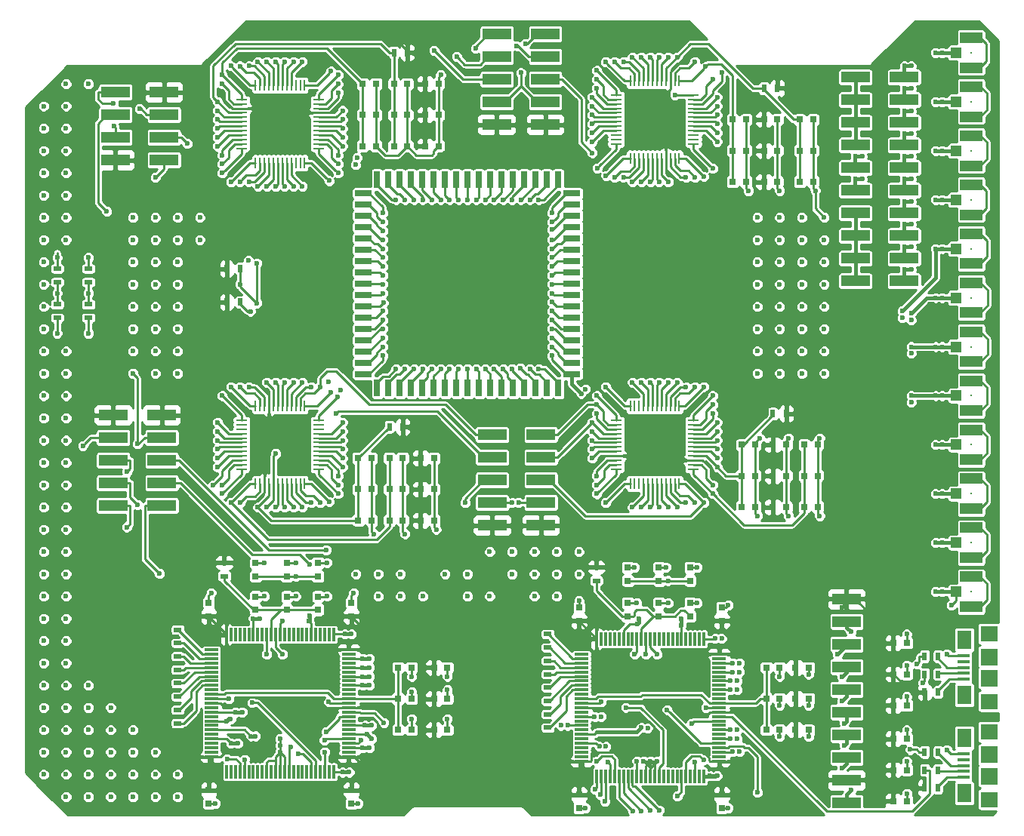
<source format=gbr>
G04 #@! TF.FileFunction,Copper,L1,Top,Signal*
%FSLAX46Y46*%
G04 Gerber Fmt 4.6, Leading zero omitted, Abs format (unit mm)*
G04 Created by KiCad (PCBNEW 4.0.5) date Saturday, August 26, 2017 'PMt' 01:35:57 PM*
%MOMM*%
%LPD*%
G01*
G04 APERTURE LIST*
%ADD10C,0.100000*%
%ADD11R,1.910000X0.700000*%
%ADD12R,0.700000X1.910000*%
%ADD13R,0.750000X0.800000*%
%ADD14R,0.800000X0.750000*%
%ADD15R,0.500000X0.900000*%
%ADD16R,0.900000X0.500000*%
%ADD17R,1.300000X0.250000*%
%ADD18R,0.250000X1.300000*%
%ADD19R,0.300000X1.500000*%
%ADD20R,1.500000X0.300000*%
%ADD21R,3.180000X1.270000*%
%ADD22R,1.900000X1.900000*%
%ADD23R,1.900000X1.800000*%
%ADD24R,1.600000X2.100000*%
%ADD25R,1.350000X0.400000*%
%ADD26R,2.500000X1.200000*%
%ADD27R,1.200000X1.150000*%
%ADD28R,0.200000X0.200000*%
%ADD29C,0.600000*%
%ADD30C,0.254000*%
%ADD31C,0.400000*%
G04 APERTURE END LIST*
D10*
D11*
X188345000Y-89770000D03*
X188345000Y-91040000D03*
X188345000Y-92310000D03*
X188345000Y-93580000D03*
X188345000Y-94850000D03*
X188345000Y-96120000D03*
X188345000Y-97390000D03*
X188345000Y-98660000D03*
X188345000Y-99930000D03*
X188345000Y-101200000D03*
X188345000Y-102470000D03*
X188345000Y-103740000D03*
X188345000Y-105010000D03*
X188345000Y-106280000D03*
X188345000Y-107550000D03*
X188345000Y-108820000D03*
X188345000Y-110090000D03*
D12*
X189865000Y-111610000D03*
D11*
X211705000Y-91040000D03*
X211705000Y-92310000D03*
X211705000Y-93580000D03*
X211705000Y-94850000D03*
X211705000Y-96120000D03*
X211705000Y-97390000D03*
X211705000Y-98660000D03*
X211705000Y-99930000D03*
X211705000Y-101200000D03*
X211705000Y-102470000D03*
X211705000Y-103740000D03*
X211705000Y-105010000D03*
X211705000Y-106280000D03*
X211705000Y-107550000D03*
X211705000Y-108820000D03*
X211705000Y-110090000D03*
D12*
X189865000Y-88250000D03*
X191135000Y-88250000D03*
X192405000Y-88250000D03*
X193675000Y-88250000D03*
X194945000Y-88250000D03*
X196215000Y-88250000D03*
X197485000Y-88250000D03*
X198755000Y-88250000D03*
X200025000Y-88250000D03*
X201295000Y-88250000D03*
X202565000Y-88250000D03*
X203835000Y-88250000D03*
X205105000Y-88250000D03*
X206375000Y-88250000D03*
X207645000Y-88250000D03*
X208915000Y-88250000D03*
X210185000Y-88250000D03*
X191135000Y-111610000D03*
X192405000Y-111610000D03*
X193675000Y-111610000D03*
X194945000Y-111610000D03*
X196215000Y-111610000D03*
X197485000Y-111610000D03*
X198755000Y-111610000D03*
X200025000Y-111610000D03*
X201295000Y-111610000D03*
X202565000Y-111610000D03*
X203835000Y-111610000D03*
X205105000Y-111610000D03*
X206375000Y-111610000D03*
X207645000Y-111610000D03*
X208915000Y-111610000D03*
X210185000Y-111610000D03*
D11*
X211705000Y-89770000D03*
D13*
X171000000Y-135750000D03*
X171000000Y-137250000D03*
X187000000Y-135750000D03*
X187000000Y-137250000D03*
X187000000Y-158250000D03*
X187000000Y-156750000D03*
X171000000Y-158250000D03*
X171000000Y-156750000D03*
X212500000Y-136250000D03*
X212500000Y-137750000D03*
X228500000Y-136250000D03*
X228500000Y-137750000D03*
X228500000Y-158750000D03*
X228500000Y-157250000D03*
X212500000Y-158750000D03*
X212500000Y-157250000D03*
D14*
X233500000Y-150000000D03*
X235000000Y-150000000D03*
X236750000Y-150000000D03*
X238250000Y-150000000D03*
X233500000Y-146500000D03*
X235000000Y-146500000D03*
X236750000Y-146500000D03*
X238250000Y-146500000D03*
X233500000Y-143000000D03*
X235000000Y-143000000D03*
X236750000Y-143000000D03*
X238250000Y-143000000D03*
X247750000Y-151000000D03*
X249250000Y-151000000D03*
X237250000Y-81500000D03*
X238750000Y-81500000D03*
X233250000Y-81500000D03*
X234750000Y-81500000D03*
X229750000Y-81500000D03*
X231250000Y-81500000D03*
X230750000Y-118000000D03*
X232250000Y-118000000D03*
X234250000Y-118000000D03*
X235750000Y-118000000D03*
X237750000Y-118000000D03*
X239250000Y-118000000D03*
X247750000Y-154500000D03*
X249250000Y-154500000D03*
X237250000Y-85000000D03*
X238750000Y-85000000D03*
X233250000Y-85000000D03*
X234750000Y-85000000D03*
X229750000Y-85000000D03*
X231250000Y-85000000D03*
X230750000Y-121500000D03*
X232250000Y-121500000D03*
X234250000Y-121500000D03*
X235750000Y-121500000D03*
X237750000Y-121500000D03*
X239250000Y-121500000D03*
X247750000Y-158000000D03*
X249250000Y-158000000D03*
X237250000Y-88500000D03*
X238750000Y-88500000D03*
X233250000Y-88500000D03*
X234750000Y-88500000D03*
X229750000Y-88500000D03*
X231250000Y-88500000D03*
X230750000Y-125000000D03*
X232250000Y-125000000D03*
X234250000Y-125000000D03*
X235750000Y-125000000D03*
X237750000Y-125000000D03*
X239250000Y-125000000D03*
D13*
X224962000Y-137249000D03*
X224962000Y-135749000D03*
X224962000Y-133249000D03*
X224962000Y-131749000D03*
X221462000Y-137249000D03*
X221462000Y-135749000D03*
X221462000Y-133249000D03*
X221462000Y-131749000D03*
X217962000Y-137249000D03*
X217962000Y-135749000D03*
X217962000Y-133249000D03*
X217962000Y-131749000D03*
D14*
X187750000Y-126500000D03*
X189250000Y-126500000D03*
X194750000Y-126500000D03*
X196250000Y-126500000D03*
X191250000Y-119500000D03*
X192750000Y-119500000D03*
X187750000Y-123000000D03*
X189250000Y-123000000D03*
X194750000Y-123000000D03*
X196250000Y-123000000D03*
X191250000Y-123000000D03*
X192750000Y-123000000D03*
X191750000Y-84500000D03*
X193250000Y-84500000D03*
X195250000Y-84500000D03*
X196750000Y-84500000D03*
X188250000Y-84500000D03*
X189750000Y-84500000D03*
X187750000Y-119500000D03*
X189250000Y-119500000D03*
X194750000Y-119500000D03*
X196250000Y-119500000D03*
X191250000Y-126500000D03*
X192750000Y-126500000D03*
X191750000Y-81000000D03*
X193250000Y-81000000D03*
X195250000Y-81000000D03*
X196750000Y-81000000D03*
X188250000Y-81000000D03*
X189750000Y-81000000D03*
X191750000Y-77500000D03*
X193250000Y-77500000D03*
X195250000Y-77500000D03*
X196750000Y-77500000D03*
X188250000Y-77500000D03*
X189750000Y-77500000D03*
X192250000Y-150000000D03*
X193750000Y-150000000D03*
X196250000Y-150000000D03*
X197750000Y-150000000D03*
X192250000Y-146500000D03*
X193750000Y-146500000D03*
X196250000Y-146500000D03*
X197750000Y-146500000D03*
X192250000Y-143000000D03*
X193750000Y-143000000D03*
X196250000Y-143000000D03*
X197750000Y-143000000D03*
X247750000Y-140250000D03*
X249250000Y-140250000D03*
X247750000Y-143750000D03*
X249250000Y-143750000D03*
X247750000Y-147250000D03*
X249250000Y-147250000D03*
D13*
X183239000Y-136533000D03*
X183239000Y-135033000D03*
X183239000Y-132783000D03*
X183239000Y-131283000D03*
X179739000Y-136533000D03*
X179739000Y-135033000D03*
X179739000Y-132783000D03*
X179739000Y-131283000D03*
X176239000Y-136533000D03*
X176239000Y-135033000D03*
X176239000Y-132783000D03*
X176239000Y-131283000D03*
D15*
X252750000Y-156500000D03*
X251250000Y-156500000D03*
X233250000Y-78000000D03*
X234750000Y-78000000D03*
X234250000Y-114500000D03*
X235750000Y-114500000D03*
D16*
X214462000Y-133250000D03*
X214462000Y-131750000D03*
D15*
X191250000Y-116000000D03*
X192750000Y-116000000D03*
X191750000Y-74000000D03*
X193250000Y-74000000D03*
X252750000Y-145750000D03*
X251250000Y-145750000D03*
D16*
X172739000Y-132750000D03*
X172739000Y-131250000D03*
D15*
X173000000Y-98250000D03*
X174500000Y-98250000D03*
X173000000Y-102000000D03*
X174500000Y-102000000D03*
X251250000Y-152500000D03*
X252750000Y-152500000D03*
X251250000Y-154500000D03*
X252750000Y-154500000D03*
D16*
X209000000Y-148250000D03*
X209000000Y-149750000D03*
X209000000Y-145250000D03*
X209000000Y-146750000D03*
X209000000Y-142250000D03*
X209000000Y-143750000D03*
X209000000Y-139250000D03*
X209000000Y-140750000D03*
D15*
X251250000Y-141750000D03*
X252750000Y-141750000D03*
X251250000Y-143750000D03*
X252750000Y-143750000D03*
D16*
X167500000Y-147750000D03*
X167500000Y-149250000D03*
X167500000Y-144750000D03*
X167500000Y-146250000D03*
X167500000Y-141750000D03*
X167500000Y-143250000D03*
X167500000Y-138750000D03*
X167500000Y-140250000D03*
D17*
X216650000Y-78750000D03*
X216650000Y-79250000D03*
X216650000Y-79750000D03*
X216650000Y-80250000D03*
X216650000Y-80750000D03*
X216650000Y-81250000D03*
X216650000Y-81750000D03*
X216650000Y-82250000D03*
X216650000Y-82750000D03*
X216650000Y-83250000D03*
X216650000Y-83750000D03*
X216650000Y-84250000D03*
D18*
X218250000Y-85850000D03*
X218750000Y-85850000D03*
X219250000Y-85850000D03*
X219750000Y-85850000D03*
X220250000Y-85850000D03*
X220750000Y-85850000D03*
X221250000Y-85850000D03*
X221750000Y-85850000D03*
X222250000Y-85850000D03*
X222750000Y-85850000D03*
X223250000Y-85850000D03*
X223750000Y-85850000D03*
D17*
X225350000Y-84250000D03*
X225350000Y-83750000D03*
X225350000Y-83250000D03*
X225350000Y-82750000D03*
X225350000Y-82250000D03*
X225350000Y-81750000D03*
X225350000Y-81250000D03*
X225350000Y-80750000D03*
X225350000Y-80250000D03*
X225350000Y-79750000D03*
X225350000Y-79250000D03*
X225350000Y-78750000D03*
D18*
X223750000Y-77150000D03*
X223250000Y-77150000D03*
X222750000Y-77150000D03*
X222250000Y-77150000D03*
X221750000Y-77150000D03*
X221250000Y-77150000D03*
X220750000Y-77150000D03*
X220250000Y-77150000D03*
X219750000Y-77150000D03*
X219250000Y-77150000D03*
X218750000Y-77150000D03*
X218250000Y-77150000D03*
X223750000Y-113650000D03*
X223250000Y-113650000D03*
X222750000Y-113650000D03*
X222250000Y-113650000D03*
X221750000Y-113650000D03*
X221250000Y-113650000D03*
X220750000Y-113650000D03*
X220250000Y-113650000D03*
X219750000Y-113650000D03*
X219250000Y-113650000D03*
X218750000Y-113650000D03*
X218250000Y-113650000D03*
D17*
X216650000Y-115250000D03*
X216650000Y-115750000D03*
X216650000Y-116250000D03*
X216650000Y-116750000D03*
X216650000Y-117250000D03*
X216650000Y-117750000D03*
X216650000Y-118250000D03*
X216650000Y-118750000D03*
X216650000Y-119250000D03*
X216650000Y-119750000D03*
X216650000Y-120250000D03*
X216650000Y-120750000D03*
D18*
X218250000Y-122350000D03*
X218750000Y-122350000D03*
X219250000Y-122350000D03*
X219750000Y-122350000D03*
X220250000Y-122350000D03*
X220750000Y-122350000D03*
X221250000Y-122350000D03*
X221750000Y-122350000D03*
X222250000Y-122350000D03*
X222750000Y-122350000D03*
X223250000Y-122350000D03*
X223750000Y-122350000D03*
D17*
X225350000Y-120750000D03*
X225350000Y-120250000D03*
X225350000Y-119750000D03*
X225350000Y-119250000D03*
X225350000Y-118750000D03*
X225350000Y-118250000D03*
X225350000Y-117750000D03*
X225350000Y-117250000D03*
X225350000Y-116750000D03*
X225350000Y-116250000D03*
X225350000Y-115750000D03*
X225350000Y-115250000D03*
D19*
X214500000Y-155200000D03*
X215000000Y-155200000D03*
X215500000Y-155200000D03*
X216000000Y-155200000D03*
X216500000Y-155200000D03*
X217000000Y-155200000D03*
X217500000Y-155200000D03*
X218000000Y-155200000D03*
X218500000Y-155200000D03*
X219000000Y-155200000D03*
X219500000Y-155200000D03*
X220000000Y-155200000D03*
X220500000Y-155200000D03*
X221000000Y-155200000D03*
X221500000Y-155200000D03*
X222000000Y-155200000D03*
X222500000Y-155200000D03*
X223000000Y-155200000D03*
X223500000Y-155200000D03*
X224000000Y-155200000D03*
X224500000Y-155200000D03*
X225000000Y-155200000D03*
X225500000Y-155200000D03*
X226000000Y-155200000D03*
X226500000Y-155200000D03*
D20*
X228200000Y-153500000D03*
X228200000Y-153000000D03*
X228200000Y-152500000D03*
X228200000Y-152000000D03*
X228200000Y-151500000D03*
X228200000Y-151000000D03*
X228200000Y-150500000D03*
X228200000Y-150000000D03*
X228200000Y-149500000D03*
X228200000Y-149000000D03*
X228200000Y-148500000D03*
X228200000Y-148000000D03*
X228200000Y-147500000D03*
X228200000Y-147000000D03*
X228200000Y-146500000D03*
X228200000Y-146000000D03*
X228200000Y-145500000D03*
X228200000Y-145000000D03*
X228200000Y-144500000D03*
X228200000Y-144000000D03*
X228200000Y-143500000D03*
X228200000Y-143000000D03*
X228200000Y-142500000D03*
X228200000Y-142000000D03*
X228200000Y-141500000D03*
D19*
X226500000Y-139800000D03*
X226000000Y-139800000D03*
X225500000Y-139800000D03*
X225000000Y-139800000D03*
X224500000Y-139800000D03*
X224000000Y-139800000D03*
X223500000Y-139800000D03*
X223000000Y-139800000D03*
X222500000Y-139800000D03*
X222000000Y-139800000D03*
X221500000Y-139800000D03*
X221000000Y-139800000D03*
X220500000Y-139800000D03*
X220000000Y-139800000D03*
X219500000Y-139800000D03*
X219000000Y-139800000D03*
X218500000Y-139800000D03*
X218000000Y-139800000D03*
X217500000Y-139800000D03*
X217000000Y-139800000D03*
X216500000Y-139800000D03*
X216000000Y-139800000D03*
X215500000Y-139800000D03*
X215000000Y-139800000D03*
X214500000Y-139800000D03*
D20*
X212800000Y-141500000D03*
X212800000Y-142000000D03*
X212800000Y-142500000D03*
X212800000Y-143000000D03*
X212800000Y-143500000D03*
X212800000Y-144000000D03*
X212800000Y-144500000D03*
X212800000Y-145000000D03*
X212800000Y-145500000D03*
X212800000Y-146000000D03*
X212800000Y-146500000D03*
X212800000Y-147000000D03*
X212800000Y-147500000D03*
X212800000Y-148000000D03*
X212800000Y-148500000D03*
X212800000Y-149000000D03*
X212800000Y-149500000D03*
X212800000Y-150000000D03*
X212800000Y-150500000D03*
X212800000Y-151000000D03*
X212800000Y-151500000D03*
X212800000Y-152000000D03*
X212800000Y-152500000D03*
X212800000Y-153000000D03*
X212800000Y-153500000D03*
D17*
X183350000Y-120750000D03*
X183350000Y-120250000D03*
X183350000Y-119750000D03*
X183350000Y-119250000D03*
X183350000Y-118750000D03*
X183350000Y-118250000D03*
X183350000Y-117750000D03*
X183350000Y-117250000D03*
X183350000Y-116750000D03*
X183350000Y-116250000D03*
X183350000Y-115750000D03*
X183350000Y-115250000D03*
D18*
X181750000Y-113650000D03*
X181250000Y-113650000D03*
X180750000Y-113650000D03*
X180250000Y-113650000D03*
X179750000Y-113650000D03*
X179250000Y-113650000D03*
X178750000Y-113650000D03*
X178250000Y-113650000D03*
X177750000Y-113650000D03*
X177250000Y-113650000D03*
X176750000Y-113650000D03*
X176250000Y-113650000D03*
D17*
X174650000Y-115250000D03*
X174650000Y-115750000D03*
X174650000Y-116250000D03*
X174650000Y-116750000D03*
X174650000Y-117250000D03*
X174650000Y-117750000D03*
X174650000Y-118250000D03*
X174650000Y-118750000D03*
X174650000Y-119250000D03*
X174650000Y-119750000D03*
X174650000Y-120250000D03*
X174650000Y-120750000D03*
D18*
X176250000Y-122350000D03*
X176750000Y-122350000D03*
X177250000Y-122350000D03*
X177750000Y-122350000D03*
X178250000Y-122350000D03*
X178750000Y-122350000D03*
X179250000Y-122350000D03*
X179750000Y-122350000D03*
X180250000Y-122350000D03*
X180750000Y-122350000D03*
X181250000Y-122350000D03*
X181750000Y-122350000D03*
X176250000Y-86350000D03*
X176750000Y-86350000D03*
X177250000Y-86350000D03*
X177750000Y-86350000D03*
X178250000Y-86350000D03*
X178750000Y-86350000D03*
X179250000Y-86350000D03*
X179750000Y-86350000D03*
X180250000Y-86350000D03*
X180750000Y-86350000D03*
X181250000Y-86350000D03*
X181750000Y-86350000D03*
D17*
X183350000Y-84750000D03*
X183350000Y-84250000D03*
X183350000Y-83750000D03*
X183350000Y-83250000D03*
X183350000Y-82750000D03*
X183350000Y-82250000D03*
X183350000Y-81750000D03*
X183350000Y-81250000D03*
X183350000Y-80750000D03*
X183350000Y-80250000D03*
X183350000Y-79750000D03*
X183350000Y-79250000D03*
D18*
X181750000Y-77650000D03*
X181250000Y-77650000D03*
X180750000Y-77650000D03*
X180250000Y-77650000D03*
X179750000Y-77650000D03*
X179250000Y-77650000D03*
X178750000Y-77650000D03*
X178250000Y-77650000D03*
X177750000Y-77650000D03*
X177250000Y-77650000D03*
X176750000Y-77650000D03*
X176250000Y-77650000D03*
D17*
X174650000Y-79250000D03*
X174650000Y-79750000D03*
X174650000Y-80250000D03*
X174650000Y-80750000D03*
X174650000Y-81250000D03*
X174650000Y-81750000D03*
X174650000Y-82250000D03*
X174650000Y-82750000D03*
X174650000Y-83250000D03*
X174650000Y-83750000D03*
X174650000Y-84250000D03*
X174650000Y-84750000D03*
D19*
X173000000Y-154700000D03*
X173500000Y-154700000D03*
X174000000Y-154700000D03*
X174500000Y-154700000D03*
X175000000Y-154700000D03*
X175500000Y-154700000D03*
X176000000Y-154700000D03*
X176500000Y-154700000D03*
X177000000Y-154700000D03*
X177500000Y-154700000D03*
X178000000Y-154700000D03*
X178500000Y-154700000D03*
X179000000Y-154700000D03*
X179500000Y-154700000D03*
X180000000Y-154700000D03*
X180500000Y-154700000D03*
X181000000Y-154700000D03*
X181500000Y-154700000D03*
X182000000Y-154700000D03*
X182500000Y-154700000D03*
X183000000Y-154700000D03*
X183500000Y-154700000D03*
X184000000Y-154700000D03*
X184500000Y-154700000D03*
X185000000Y-154700000D03*
D20*
X186700000Y-153000000D03*
X186700000Y-152500000D03*
X186700000Y-152000000D03*
X186700000Y-151500000D03*
X186700000Y-151000000D03*
X186700000Y-150500000D03*
X186700000Y-150000000D03*
X186700000Y-149500000D03*
X186700000Y-149000000D03*
X186700000Y-148500000D03*
X186700000Y-148000000D03*
X186700000Y-147500000D03*
X186700000Y-147000000D03*
X186700000Y-146500000D03*
X186700000Y-146000000D03*
X186700000Y-145500000D03*
X186700000Y-145000000D03*
X186700000Y-144500000D03*
X186700000Y-144000000D03*
X186700000Y-143500000D03*
X186700000Y-143000000D03*
X186700000Y-142500000D03*
X186700000Y-142000000D03*
X186700000Y-141500000D03*
X186700000Y-141000000D03*
D19*
X185000000Y-139300000D03*
X184500000Y-139300000D03*
X184000000Y-139300000D03*
X183500000Y-139300000D03*
X183000000Y-139300000D03*
X182500000Y-139300000D03*
X182000000Y-139300000D03*
X181500000Y-139300000D03*
X181000000Y-139300000D03*
X180500000Y-139300000D03*
X180000000Y-139300000D03*
X179500000Y-139300000D03*
X179000000Y-139300000D03*
X178500000Y-139300000D03*
X178000000Y-139300000D03*
X177500000Y-139300000D03*
X177000000Y-139300000D03*
X176500000Y-139300000D03*
X176000000Y-139300000D03*
X175500000Y-139300000D03*
X175000000Y-139300000D03*
X174500000Y-139300000D03*
X174000000Y-139300000D03*
X173500000Y-139300000D03*
X173000000Y-139300000D03*
D20*
X171300000Y-141000000D03*
X171300000Y-141500000D03*
X171300000Y-142000000D03*
X171300000Y-142500000D03*
X171300000Y-143000000D03*
X171300000Y-143500000D03*
X171300000Y-144000000D03*
X171300000Y-144500000D03*
X171300000Y-145000000D03*
X171300000Y-145500000D03*
X171300000Y-146000000D03*
X171300000Y-146500000D03*
X171300000Y-147000000D03*
X171300000Y-147500000D03*
X171300000Y-148000000D03*
X171300000Y-148500000D03*
X171300000Y-149000000D03*
X171300000Y-149500000D03*
X171300000Y-150000000D03*
X171300000Y-150500000D03*
X171300000Y-151000000D03*
X171300000Y-151500000D03*
X171300000Y-152000000D03*
X171300000Y-152500000D03*
X171300000Y-153000000D03*
D21*
X243500000Y-99620000D03*
X243500000Y-97080000D03*
X243500000Y-94540000D03*
X243500000Y-92000000D03*
X243500000Y-89460000D03*
X243500000Y-86920000D03*
X243500000Y-84380000D03*
X243500000Y-81840000D03*
X243500000Y-79300000D03*
X243500000Y-76760000D03*
X248960000Y-99620000D03*
X248960000Y-97080000D03*
X248960000Y-94540000D03*
X248960000Y-92000000D03*
X248960000Y-89460000D03*
X248960000Y-86920000D03*
X248960000Y-84380000D03*
X248960000Y-81840000D03*
X248960000Y-79300000D03*
X248960000Y-76760000D03*
X160270000Y-124830000D03*
X160270000Y-122290000D03*
X160270000Y-119750000D03*
X160270000Y-117210000D03*
X160270000Y-114670000D03*
X165730000Y-124830000D03*
X165730000Y-122290000D03*
X165730000Y-119750000D03*
X165730000Y-117210000D03*
X165730000Y-114670000D03*
X208730000Y-71920000D03*
X208730000Y-74460000D03*
X208730000Y-77000000D03*
X208730000Y-79540000D03*
X208730000Y-82080000D03*
X203270000Y-71920000D03*
X203270000Y-74460000D03*
X203270000Y-77000000D03*
X203270000Y-79540000D03*
X203270000Y-82080000D03*
X208230000Y-116880000D03*
X208230000Y-119420000D03*
X208230000Y-121960000D03*
X208230000Y-124500000D03*
X208230000Y-127040000D03*
X202770000Y-116880000D03*
X202770000Y-119420000D03*
X202770000Y-121960000D03*
X202770000Y-124500000D03*
X202770000Y-127040000D03*
X160520000Y-86060000D03*
X160520000Y-83520000D03*
X160520000Y-80980000D03*
X160520000Y-78440000D03*
X165980000Y-86060000D03*
X165980000Y-83520000D03*
X165980000Y-80980000D03*
X165980000Y-78440000D03*
D22*
X258475000Y-152800000D03*
X258475000Y-155200000D03*
D23*
X258475000Y-150200000D03*
X258475000Y-157800000D03*
D24*
X255725000Y-150900000D03*
X255725000Y-157100000D03*
D25*
X255600000Y-152700000D03*
X255600000Y-154000000D03*
X255600000Y-155300000D03*
X255600000Y-153350000D03*
X255600000Y-154650000D03*
D22*
X258475000Y-141800000D03*
X258475000Y-144200000D03*
D23*
X258475000Y-139200000D03*
X258475000Y-146800000D03*
D24*
X255725000Y-139900000D03*
X255725000Y-146100000D03*
D25*
X255600000Y-141700000D03*
X255600000Y-143000000D03*
X255600000Y-144300000D03*
X255600000Y-142350000D03*
X255600000Y-143650000D03*
D21*
X242500000Y-135300000D03*
X242500000Y-137840000D03*
X242500000Y-140380000D03*
X242500000Y-142920000D03*
X242500000Y-145460000D03*
X242500000Y-148000000D03*
X242500000Y-150540000D03*
X242500000Y-153080000D03*
X242500000Y-155620000D03*
X242500000Y-158160000D03*
D26*
X256500000Y-81185000D03*
X256500000Y-77815000D03*
D27*
X254770000Y-79500000D03*
D28*
X256500000Y-79500000D03*
D26*
X256500000Y-86685000D03*
X256500000Y-83315000D03*
D27*
X254770000Y-85000000D03*
D28*
X256500000Y-85000000D03*
D26*
X256500000Y-92185000D03*
X256500000Y-88815000D03*
D27*
X254770000Y-90500000D03*
D28*
X256500000Y-90500000D03*
D26*
X256500000Y-97685000D03*
X256500000Y-94315000D03*
D27*
X254770000Y-96000000D03*
D28*
X256500000Y-96000000D03*
D26*
X256500000Y-103185000D03*
X256500000Y-99815000D03*
D27*
X254770000Y-101500000D03*
D28*
X256500000Y-101500000D03*
D26*
X256500000Y-108685000D03*
X256500000Y-105315000D03*
D27*
X254770000Y-107000000D03*
D28*
X256500000Y-107000000D03*
D26*
X256500000Y-114185000D03*
X256500000Y-110815000D03*
D27*
X254770000Y-112500000D03*
D28*
X256500000Y-112500000D03*
D26*
X256500000Y-119685000D03*
X256500000Y-116315000D03*
D27*
X254770000Y-118000000D03*
D28*
X256500000Y-118000000D03*
D26*
X256500000Y-125185000D03*
X256500000Y-121815000D03*
D27*
X254770000Y-123500000D03*
D28*
X256500000Y-123500000D03*
D26*
X256500000Y-130685000D03*
X256500000Y-127315000D03*
D27*
X254770000Y-129000000D03*
D28*
X256500000Y-129000000D03*
D26*
X256500000Y-136185000D03*
X256500000Y-132815000D03*
D27*
X254770000Y-134500000D03*
D28*
X256500000Y-134500000D03*
D26*
X256500000Y-75685000D03*
X256500000Y-72315000D03*
D27*
X254770000Y-74000000D03*
D28*
X256500000Y-74000000D03*
D16*
X157500000Y-103750000D03*
X157500000Y-102250000D03*
X157500000Y-99750000D03*
X157500000Y-98250000D03*
X154000000Y-103750000D03*
X154000000Y-102250000D03*
X154000000Y-99750000D03*
X154000000Y-98250000D03*
D29*
X167500000Y-102500000D03*
X170000000Y-95000000D03*
X170000000Y-92500000D03*
X155000000Y-110000000D03*
X155000000Y-112500000D03*
X155000000Y-115000000D03*
X155000000Y-117500000D03*
X155000000Y-120000000D03*
X155000000Y-122500000D03*
X155000000Y-125000000D03*
X155000000Y-127500000D03*
X155000000Y-130000000D03*
X155000000Y-132500000D03*
X152500000Y-130000000D03*
X152500000Y-127500000D03*
X152500000Y-125000000D03*
X152500000Y-122500000D03*
X152500000Y-120000000D03*
X152500000Y-117500000D03*
X152500000Y-115000000D03*
X152500000Y-112500000D03*
X155000000Y-135000000D03*
X155000000Y-137500000D03*
X152500000Y-135000000D03*
X152500000Y-132500000D03*
X155000000Y-140000000D03*
X155000000Y-142500000D03*
X155000000Y-155000000D03*
X157500000Y-155000000D03*
X160000000Y-155000000D03*
X160000000Y-147500000D03*
X157500000Y-145000000D03*
X157500000Y-147500000D03*
X157500000Y-150000000D03*
X160000000Y-150000000D03*
X162500000Y-152500000D03*
X160000000Y-152500000D03*
X157500000Y-152500000D03*
X155000000Y-145000000D03*
X155000000Y-147500000D03*
X162500000Y-155000000D03*
X165000000Y-155000000D03*
X162500000Y-157500000D03*
X160000000Y-157500000D03*
X152500000Y-150000000D03*
X152500000Y-147500000D03*
X152500000Y-145000000D03*
X152500000Y-142500000D03*
X167500000Y-155000000D03*
X165000000Y-152500000D03*
X162500000Y-150000000D03*
X155000000Y-107500000D03*
X155000000Y-150000000D03*
X155000000Y-152500000D03*
X167500000Y-157500000D03*
X165000000Y-157500000D03*
X157500000Y-157500000D03*
X155000000Y-157500000D03*
X152500000Y-155000000D03*
X152500000Y-152500000D03*
X152500000Y-140000000D03*
X152500000Y-137500000D03*
X152500000Y-110000000D03*
X152500000Y-107500000D03*
X152500000Y-105000000D03*
X152500000Y-102500000D03*
X152500000Y-100000000D03*
X152500000Y-97500000D03*
X155000000Y-95000000D03*
X155000000Y-92500000D03*
X155000000Y-90000000D03*
X155000000Y-87500000D03*
X155000000Y-85000000D03*
X155000000Y-82500000D03*
X155000000Y-80000000D03*
X157500000Y-77500000D03*
X155000000Y-77500000D03*
X152500000Y-80000000D03*
X152500000Y-82500000D03*
X152500000Y-85000000D03*
X152500000Y-87500000D03*
X152500000Y-90000000D03*
X152500000Y-92500000D03*
X152500000Y-95000000D03*
X187500000Y-132500000D03*
X190000000Y-135000000D03*
X192500000Y-135000000D03*
X190000000Y-132500000D03*
X192500000Y-132500000D03*
X195000000Y-135000000D03*
X197500000Y-132500000D03*
X200000000Y-135000000D03*
X202500000Y-135000000D03*
X200000000Y-132500000D03*
X202500000Y-130000000D03*
X205000000Y-132500000D03*
X210000000Y-135000000D03*
X207500000Y-135000000D03*
X207500000Y-132500000D03*
X210000000Y-132500000D03*
X212500000Y-132500000D03*
X212500000Y-130000000D03*
X210000000Y-130000000D03*
X207500000Y-130000000D03*
X235000000Y-95000000D03*
X235000000Y-97500000D03*
X235000000Y-100000000D03*
X235000000Y-102500000D03*
X235000000Y-105000000D03*
X235000000Y-107500000D03*
X237500000Y-107500000D03*
X237500000Y-105000000D03*
X237500000Y-102500000D03*
X237500000Y-100000000D03*
X237500000Y-97500000D03*
X237500000Y-95000000D03*
X237500000Y-92500000D03*
X235000000Y-92500000D03*
X232500000Y-92500000D03*
X232500000Y-95000000D03*
X232500000Y-97500000D03*
X232500000Y-100000000D03*
X232500000Y-102500000D03*
X232500000Y-105000000D03*
X232500000Y-107500000D03*
X232500000Y-110000000D03*
X235000000Y-110000000D03*
X237500000Y-110000000D03*
X240000000Y-110000000D03*
X240000000Y-107500000D03*
X240000000Y-105000000D03*
X240000000Y-102500000D03*
X240000000Y-100000000D03*
X240000000Y-97500000D03*
X165000000Y-95000000D03*
X165000000Y-97500000D03*
X165000000Y-100000000D03*
X165000000Y-102500000D03*
X165000000Y-105000000D03*
X165000000Y-107500000D03*
X162500000Y-107500000D03*
X162500000Y-105000000D03*
X162500000Y-102500000D03*
X162500000Y-100000000D03*
X162500000Y-97500000D03*
X162500000Y-95000000D03*
X162500000Y-92500000D03*
X165000000Y-92500000D03*
X167500000Y-92500000D03*
X167500000Y-95000000D03*
X167500000Y-97500000D03*
X167500000Y-100000000D03*
X167500000Y-105000000D03*
X167500000Y-107500000D03*
X167500000Y-110000000D03*
X165000000Y-110000000D03*
X162500000Y-110000000D03*
X240000000Y-95000000D03*
X240000000Y-92500000D03*
X205000000Y-130000000D03*
X156872990Y-118117209D03*
X157500000Y-97000000D03*
X154000000Y-97000000D03*
X184457817Y-146869790D03*
X225479941Y-153587421D03*
X215000000Y-146869790D03*
X178500000Y-119000000D03*
X243000000Y-156758000D03*
X232750000Y-117250000D03*
X239500000Y-117250000D03*
X236000000Y-117250000D03*
X238250000Y-150750000D03*
X238250000Y-147250000D03*
X238250000Y-143750000D03*
X235000000Y-150750000D03*
X235000000Y-147250000D03*
X235000000Y-144000000D03*
X193750000Y-148750000D03*
X197750000Y-148750000D03*
X197750000Y-145500000D03*
X197750000Y-144000000D03*
X193750000Y-145750000D03*
X193750000Y-144000000D03*
X218750000Y-141500000D03*
X220000000Y-141500000D03*
X226750000Y-147500000D03*
X219000000Y-153500000D03*
X219750000Y-153500000D03*
X221250000Y-153500000D03*
X220500000Y-153500000D03*
X173250000Y-146500000D03*
X179250000Y-141500000D03*
X177500000Y-141500000D03*
X179000000Y-151000000D03*
X179000000Y-151750000D03*
X179000000Y-152500000D03*
X184000000Y-152500000D03*
X171750000Y-158250000D03*
X187750000Y-158250000D03*
X213250000Y-158750000D03*
X229250000Y-158750000D03*
X229250000Y-136000000D03*
X212500000Y-135500000D03*
X225750000Y-131750000D03*
X222250000Y-131750000D03*
X218750000Y-131750000D03*
X225750000Y-135750000D03*
X222500000Y-135750000D03*
X219000000Y-135750000D03*
X177250000Y-131250000D03*
X180750000Y-131250000D03*
X184250000Y-131250000D03*
X184250000Y-135000000D03*
X180750000Y-135000000D03*
X177250000Y-135000000D03*
X205000000Y-124500000D03*
X205750000Y-124500000D03*
X249278000Y-157130000D03*
X206000000Y-76250000D03*
X249250000Y-153500000D03*
X249250000Y-150000000D03*
X249250000Y-139250000D03*
X249250000Y-142750000D03*
X249250000Y-146250000D03*
X254250000Y-136000000D03*
X253750000Y-141500000D03*
X253750000Y-152250000D03*
X189500000Y-128000000D03*
X193000000Y-128000000D03*
X196500000Y-127500000D03*
X197000000Y-76500000D03*
X239500000Y-126000000D03*
X236000000Y-126000000D03*
X232500000Y-126000000D03*
X239000000Y-89500000D03*
X235000000Y-89500000D03*
X231500000Y-89500000D03*
X172499000Y-77500100D03*
X190500000Y-108000000D03*
X227501000Y-122500000D03*
X174500000Y-124501000D03*
X214500000Y-114500000D03*
X182500000Y-111500000D03*
X228000000Y-119500000D03*
X177500000Y-125000000D03*
X217500000Y-88000000D03*
X225500000Y-74999200D03*
X185500000Y-85500000D03*
X172000000Y-80500000D03*
X222500000Y-74500000D03*
X249750000Y-98360000D03*
X249000000Y-98360000D03*
X252500000Y-134500000D03*
X253250000Y-134500000D03*
X163250000Y-80306500D03*
X163000000Y-117909300D03*
X187255100Y-134631300D03*
X160379500Y-82250000D03*
X171267800Y-134631300D03*
X223500000Y-74500000D03*
X226700000Y-75587400D03*
X228000000Y-120500000D03*
X227501000Y-123499000D03*
X221250000Y-141500000D03*
X222500000Y-133249000D03*
X176500000Y-125000000D03*
X173501000Y-124501000D03*
X172000000Y-79500000D03*
X172499000Y-76501100D03*
X179250000Y-137750000D03*
X180750000Y-132783000D03*
X186000000Y-154750000D03*
X186750000Y-154750000D03*
X227996000Y-155146000D03*
X227221000Y-155164000D03*
X209500000Y-100000000D03*
X249750000Y-95820000D03*
X249000000Y-95820000D03*
X252500000Y-129000000D03*
X253250000Y-129000000D03*
X188250000Y-152000000D03*
X189000000Y-152000000D03*
X229750000Y-152450000D03*
X230500000Y-152450000D03*
X209500000Y-99000000D03*
X249750000Y-93280000D03*
X249000000Y-93280000D03*
X252500000Y-123500000D03*
X253250000Y-123500000D03*
X188750000Y-150500000D03*
X189250000Y-151000000D03*
X229500000Y-151000000D03*
X230250000Y-151000000D03*
X213250000Y-111750000D03*
X212750000Y-112250000D03*
X209500000Y-108000000D03*
X249750000Y-90740000D03*
X249000000Y-90740000D03*
X252500000Y-118000000D03*
X253250000Y-118000000D03*
X174000000Y-148000000D03*
X174750000Y-148000000D03*
X188500000Y-149500000D03*
X189250000Y-149500000D03*
X214250000Y-148500000D03*
X215000000Y-148500000D03*
X229500000Y-150000000D03*
X230250000Y-150000000D03*
X249750000Y-113250000D03*
X249750000Y-112500000D03*
X227496000Y-77002100D03*
X225498000Y-124496000D03*
X249750000Y-88200000D03*
X249000000Y-88200000D03*
X252500000Y-112500000D03*
X253250000Y-112500000D03*
X220207781Y-149792219D03*
X219500000Y-149750000D03*
X175742000Y-150690000D03*
X176224000Y-150690000D03*
X188250000Y-144000000D03*
X189000000Y-144000000D03*
X229500000Y-144500000D03*
X230250000Y-144500000D03*
X249750000Y-104000000D03*
X249750000Y-103250000D03*
X244250000Y-88200000D03*
X243500000Y-88200000D03*
X172504000Y-122498000D03*
X174502000Y-75504200D03*
X252500000Y-101500000D03*
X253250000Y-101500000D03*
X173459000Y-148801000D03*
X228500000Y-76250000D03*
X173000000Y-149000000D03*
X188250000Y-145000000D03*
X189000000Y-145000000D03*
X210500000Y-149500000D03*
X211250000Y-149500000D03*
X229500000Y-145500000D03*
X230250000Y-145500000D03*
X249750000Y-107750000D03*
X249750000Y-107000000D03*
X224500000Y-124500000D03*
X249750000Y-85660000D03*
X249000000Y-85660000D03*
X252500000Y-107000000D03*
X253250000Y-107000000D03*
X215500000Y-151869790D03*
X214781839Y-151869790D03*
X174250000Y-151500000D03*
X173500000Y-151500000D03*
X171500000Y-122500000D03*
X188250000Y-143000000D03*
X189000000Y-143000000D03*
X229750000Y-143500000D03*
X230500000Y-143500000D03*
X248750000Y-103750000D03*
X248750000Y-103000000D03*
X244250000Y-85660000D03*
X243500000Y-85660000D03*
X175500000Y-75500000D03*
X252500000Y-96000000D03*
X253250000Y-96000000D03*
X188250000Y-142000000D03*
X189000000Y-142000000D03*
X229750000Y-142500000D03*
X230500000Y-142500000D03*
X249750000Y-83120000D03*
X249000000Y-83120000D03*
X252500000Y-90500000D03*
X253250000Y-90500000D03*
X186250000Y-139250000D03*
X187000000Y-139250000D03*
X227750000Y-139750000D03*
X228500000Y-139750000D03*
X249750000Y-80580000D03*
X249000000Y-80580000D03*
X252500000Y-85000000D03*
X253250000Y-85000000D03*
X182294000Y-137163000D03*
X182250000Y-137750000D03*
X224000000Y-138250000D03*
X224000000Y-137500000D03*
X249750000Y-78040000D03*
X249000000Y-78040000D03*
X252500000Y-79500000D03*
X253250000Y-79500000D03*
X219095000Y-138095000D03*
X176000000Y-137500000D03*
X176750000Y-137500000D03*
X219250000Y-137500000D03*
X249750000Y-75500000D03*
X249000000Y-75500000D03*
X252500000Y-74000000D03*
X253250000Y-74000000D03*
X232500000Y-157000000D03*
X157500000Y-105500000D03*
X222384297Y-147738613D03*
X168571700Y-84197600D03*
X154000000Y-105500000D03*
X188034600Y-151159100D03*
X159566164Y-91820564D03*
X183959900Y-151149100D03*
X214302000Y-156682000D03*
X243000000Y-139000000D03*
X214870000Y-157250000D03*
X241500000Y-141500000D03*
X215413000Y-157997000D03*
X242000000Y-144000000D03*
X218515000Y-159079000D03*
X242000000Y-146750000D03*
X219515000Y-159079000D03*
X242250000Y-149250000D03*
X220500000Y-159000000D03*
X242250000Y-151750000D03*
X221500000Y-159000000D03*
X242000000Y-154250000D03*
X205500000Y-73250000D03*
X187615000Y-85800000D03*
X201000000Y-90500000D03*
X218500000Y-88500000D03*
X206500000Y-73000000D03*
X187470000Y-86589900D03*
X200000000Y-90500000D03*
X216500000Y-88000800D03*
X184436000Y-110968000D03*
X198000000Y-109500000D03*
X214000000Y-115500000D03*
X185793031Y-111886031D03*
X199000000Y-109500000D03*
X214499000Y-113500000D03*
X176366646Y-97623806D03*
X176366646Y-102108479D03*
X215759301Y-153587421D03*
X173061000Y-153241000D03*
X174500000Y-100000000D03*
X185445000Y-112610000D03*
X215493000Y-111499000D03*
X214535000Y-86970800D03*
X184507000Y-88369800D03*
X175676694Y-103028412D03*
X175446713Y-97336327D03*
X214504453Y-153500616D03*
X175025000Y-153317000D03*
X215533000Y-87797700D03*
X184700000Y-112087000D03*
X214499000Y-112501000D03*
X185501000Y-87498900D03*
X225111500Y-149257500D03*
X249655300Y-152210300D03*
X184144400Y-150246600D03*
X250357800Y-142633700D03*
X190640400Y-149189000D03*
X251082800Y-144750000D03*
X190500000Y-92000000D03*
X173501000Y-88500800D03*
X214499000Y-76001100D03*
X192000000Y-90500000D03*
X214499000Y-77000100D03*
X174500000Y-88500800D03*
X193000000Y-90500000D03*
X214500000Y-78000000D03*
X175500000Y-88500000D03*
X194000000Y-90500000D03*
X176500000Y-89000000D03*
X214000000Y-79000000D03*
X195000000Y-90500000D03*
X177500000Y-89000000D03*
X214000000Y-80000000D03*
X178500000Y-89000000D03*
X196000000Y-90500000D03*
X214000000Y-81000000D03*
X179500000Y-89000000D03*
X197000000Y-90500000D03*
X214000000Y-82000000D03*
X198000000Y-90500000D03*
X214000000Y-83000000D03*
X180500000Y-89000000D03*
X199000000Y-90500000D03*
X214000000Y-84000000D03*
X181500000Y-89000000D03*
X202000000Y-90500000D03*
X219500000Y-88500000D03*
X186000000Y-83500000D03*
X220500000Y-88500000D03*
X203000000Y-90500000D03*
X186000000Y-82500000D03*
X221500000Y-88500000D03*
X204000000Y-90500000D03*
X186000000Y-81500000D03*
X205000000Y-90500000D03*
X186000000Y-80500000D03*
X222500000Y-88500000D03*
X206000000Y-90500000D03*
X185500000Y-78500000D03*
X224500000Y-88000000D03*
X207000000Y-90500000D03*
X185496000Y-77502100D03*
X225498000Y-87995800D03*
X208000000Y-90500000D03*
X185501000Y-76493100D03*
X226507000Y-87869800D03*
X209500000Y-92000000D03*
X184700000Y-76087400D03*
X227501000Y-86998900D03*
X209500000Y-93000000D03*
X228000000Y-84000000D03*
X181500000Y-75000000D03*
X209500000Y-93869800D03*
X228000000Y-83000000D03*
X180500000Y-75000000D03*
X209500000Y-95000000D03*
X228000000Y-82000000D03*
X179500000Y-75000000D03*
X209500000Y-96000000D03*
X228000000Y-81000000D03*
X178500000Y-75000000D03*
X209500000Y-97000000D03*
X177500000Y-75000000D03*
X228000000Y-80000000D03*
X209500000Y-98000000D03*
X176500000Y-75000000D03*
X228000000Y-79000000D03*
X190500000Y-99000000D03*
X172000000Y-81500000D03*
X221500000Y-74500000D03*
X190500000Y-98000000D03*
X172000000Y-82500000D03*
X220500000Y-74500000D03*
X190500000Y-97000000D03*
X219500000Y-74500000D03*
X172000000Y-83500000D03*
X190500000Y-96000000D03*
X218500000Y-74500000D03*
X172000000Y-84500000D03*
X190500000Y-95000000D03*
X172500000Y-85500000D03*
X217500000Y-75000000D03*
X190500000Y-94000000D03*
X172504000Y-86497900D03*
X216502000Y-75004200D03*
X215493000Y-75044600D03*
X190500000Y-93000000D03*
X172499000Y-87506900D03*
X226499000Y-111499000D03*
X185501000Y-123499000D03*
X208000000Y-109500000D03*
X207000000Y-109500000D03*
X225500000Y-111499000D03*
X185501000Y-122500000D03*
X205929000Y-109429000D03*
X224500000Y-111500000D03*
X185500000Y-121500000D03*
X223500000Y-111000000D03*
X186000000Y-120500000D03*
X205000000Y-109500000D03*
X222500000Y-111000000D03*
X186000000Y-119500000D03*
X204000000Y-109500000D03*
X221500000Y-111000000D03*
X186000000Y-118500000D03*
X203000000Y-109500000D03*
X220500000Y-111000000D03*
X186000000Y-117500000D03*
X202000000Y-109500000D03*
X219500000Y-111000000D03*
X186000000Y-116500000D03*
X201000000Y-109500000D03*
X218500000Y-111000000D03*
X186000000Y-115500000D03*
X200000000Y-109500000D03*
X214000000Y-116500000D03*
X180500000Y-111000000D03*
X197000000Y-109500000D03*
X214000000Y-117500000D03*
X179500000Y-111000000D03*
X196000000Y-109500000D03*
X214000000Y-118500000D03*
X178500000Y-111000000D03*
X195000000Y-109500000D03*
X214000000Y-119500000D03*
X177500000Y-111000000D03*
X194000000Y-109500000D03*
X214500000Y-121500000D03*
X175500000Y-111500000D03*
X193000000Y-109500000D03*
X214504000Y-122498000D03*
X174502000Y-111504000D03*
X192000000Y-109500000D03*
X214499000Y-123507000D03*
X173493000Y-111499000D03*
X190500000Y-107000000D03*
X215501000Y-124501000D03*
X172499000Y-112501000D03*
X190500000Y-106000000D03*
X218500000Y-125000000D03*
X172000000Y-115500000D03*
X190500000Y-105000000D03*
X219500000Y-125000000D03*
X172000000Y-116500000D03*
X190500000Y-104000000D03*
X190503000Y-103006000D03*
X220500000Y-125000000D03*
X172000000Y-117500000D03*
X190571000Y-102071000D03*
X221500000Y-125000000D03*
X172000000Y-118500000D03*
X222500000Y-125000000D03*
X172000000Y-119500000D03*
X190500000Y-101000000D03*
X223500000Y-125000000D03*
X172000000Y-120500000D03*
X190500000Y-100000000D03*
X228000000Y-118500000D03*
X178500000Y-125000000D03*
X209500000Y-101000000D03*
X228000000Y-117500000D03*
X179500000Y-125000000D03*
X209500000Y-102000000D03*
X228000000Y-116500000D03*
X180500000Y-125000000D03*
X209500000Y-103000000D03*
X228000000Y-115500000D03*
X181500000Y-125000000D03*
X209500000Y-104000000D03*
X227500000Y-114500000D03*
X182500000Y-124500000D03*
X209500000Y-105000000D03*
X227496000Y-113502000D03*
X183498000Y-124496000D03*
X209500000Y-106000000D03*
X184507000Y-124370000D03*
X227501000Y-112493000D03*
X209500000Y-107000000D03*
X190200000Y-74000000D03*
X191600000Y-71900000D03*
X194400000Y-94400000D03*
X171500000Y-100800000D03*
X177000000Y-120500000D03*
X178000000Y-116000000D03*
X230002000Y-147913000D03*
X242000000Y-136250000D03*
X236750000Y-148500000D03*
X188750000Y-147500000D03*
X196250000Y-147750000D03*
X172500000Y-78500000D03*
X224500000Y-75000000D03*
X227500000Y-121500000D03*
X175500000Y-124500000D03*
X214000000Y-120500000D03*
X176500000Y-111000000D03*
X186000000Y-79500000D03*
X223500000Y-88500000D03*
X200909000Y-73532600D03*
X185501000Y-86499900D03*
X198782000Y-74430500D03*
X186000000Y-84500000D03*
X183500000Y-111499000D03*
X185250000Y-114500000D03*
X181500000Y-111000000D03*
X161798900Y-127237100D03*
X180999800Y-152662300D03*
X163027900Y-124730900D03*
X175862200Y-146948800D03*
X161836800Y-121020000D03*
X180183800Y-151875000D03*
X165473100Y-132457800D03*
X223523100Y-157427900D03*
X226489589Y-153381205D03*
X182271700Y-131393700D03*
X184151600Y-129820300D03*
X217763400Y-147480400D03*
X223250000Y-78750000D03*
X214000000Y-85250000D03*
X196250000Y-73750000D03*
X173493000Y-75498600D03*
X226507000Y-124501000D03*
X199750000Y-124500000D03*
X172499000Y-123507000D03*
X154000000Y-101000000D03*
X160324400Y-79710000D03*
X165000000Y-88000000D03*
X157500000Y-101000000D03*
D30*
X163000000Y-117909300D02*
X163000000Y-110500000D01*
X163000000Y-110500000D02*
X162500000Y-110000000D01*
X239000000Y-89500000D02*
X239000000Y-91500000D01*
X239000000Y-91500000D02*
X240000000Y-92500000D01*
X154000000Y-97000000D02*
X154000000Y-96500000D01*
X157172989Y-117817210D02*
X156872990Y-118117209D01*
X157780199Y-117210000D02*
X157172989Y-117817210D01*
X160270000Y-117210000D02*
X157780199Y-117210000D01*
X157500000Y-98250000D02*
X157500000Y-97000000D01*
X154000000Y-98250000D02*
X154000000Y-97000000D01*
X184588027Y-147000000D02*
X184457817Y-146869790D01*
X186700000Y-147000000D02*
X184588027Y-147000000D01*
X225500000Y-153607480D02*
X225479941Y-153587421D01*
X225500000Y-155200000D02*
X225500000Y-153607480D01*
X214869790Y-147000000D02*
X215000000Y-146869790D01*
X212800000Y-147000000D02*
X214869790Y-147000000D01*
X178250000Y-122350000D02*
X178250000Y-119250000D01*
X178250000Y-119250000D02*
X178500000Y-119000000D01*
D31*
X242500000Y-157258000D02*
X243000000Y-156758000D01*
X242500000Y-158160000D02*
X242500000Y-157258000D01*
D30*
X232250000Y-117750000D02*
X232750000Y-117250000D01*
X232250000Y-118000000D02*
X232250000Y-117750000D01*
X239250000Y-117500000D02*
X239500000Y-117250000D01*
X239250000Y-118000000D02*
X239250000Y-117500000D01*
X235750000Y-117500000D02*
X236000000Y-117250000D01*
X235750000Y-118000000D02*
X235750000Y-117500000D01*
X238250000Y-150000000D02*
X238250000Y-150750000D01*
X238250000Y-146500000D02*
X238250000Y-147250000D01*
X238250000Y-143000000D02*
X238250000Y-143750000D01*
X235000000Y-150000000D02*
X235000000Y-150750000D01*
X235000000Y-146500000D02*
X235000000Y-147250000D01*
X235000000Y-143000000D02*
X235000000Y-144000000D01*
X193750000Y-150000000D02*
X193750000Y-148750000D01*
X197750000Y-150000000D02*
X197750000Y-148750000D01*
X197750000Y-146500000D02*
X197750000Y-145500000D01*
X197750000Y-143000000D02*
X197750000Y-144000000D01*
X193750000Y-146500000D02*
X193750000Y-145750000D01*
X193750000Y-143000000D02*
X193750000Y-144000000D01*
X219000000Y-141250000D02*
X218750000Y-141500000D01*
X219000000Y-139800000D02*
X219000000Y-141250000D01*
X220000000Y-139800000D02*
X220000000Y-141500000D01*
X228200000Y-147500000D02*
X226750000Y-147500000D01*
X219000000Y-155200000D02*
X219000000Y-153500000D01*
X220500000Y-153500000D02*
X221250000Y-153500000D01*
X171300000Y-146500000D02*
X173250000Y-146500000D01*
X178500000Y-140750000D02*
X179250000Y-141500000D01*
X178500000Y-139300000D02*
X178500000Y-140750000D01*
X177500000Y-139300000D02*
X177500000Y-141500000D01*
X179000000Y-151750000D02*
X179000000Y-151000000D01*
X179000000Y-152500000D02*
X179000000Y-151750000D01*
X179000000Y-154700000D02*
X179000000Y-152500000D01*
X179500000Y-153000000D02*
X179000000Y-152500000D01*
X179500000Y-154700000D02*
X179500000Y-153000000D01*
X184000000Y-154700000D02*
X184000000Y-152500000D01*
X171000000Y-158250000D02*
X171750000Y-158250000D01*
X187000000Y-158250000D02*
X187750000Y-158250000D01*
X212500000Y-158750000D02*
X213250000Y-158750000D01*
X228500000Y-158750000D02*
X229250000Y-158750000D01*
X229000000Y-136250000D02*
X229250000Y-136000000D01*
X228500000Y-136250000D02*
X229000000Y-136250000D01*
X212500000Y-136250000D02*
X212500000Y-135500000D01*
X225749000Y-131749000D02*
X225750000Y-131750000D01*
X224962000Y-131749000D02*
X225749000Y-131749000D01*
X222249000Y-131749000D02*
X222250000Y-131750000D01*
X221462000Y-131749000D02*
X222249000Y-131749000D01*
X218749000Y-131749000D02*
X218750000Y-131750000D01*
X217962000Y-131749000D02*
X218749000Y-131749000D01*
X225749000Y-135749000D02*
X225750000Y-135750000D01*
X224962000Y-135749000D02*
X225749000Y-135749000D01*
X222499000Y-135749000D02*
X222500000Y-135750000D01*
X221462000Y-135749000D02*
X222499000Y-135749000D01*
X218999000Y-135749000D02*
X219000000Y-135750000D01*
X217962000Y-135749000D02*
X218999000Y-135749000D01*
X177217000Y-131283000D02*
X177250000Y-131250000D01*
X176239000Y-131283000D02*
X177217000Y-131283000D01*
X180717000Y-131283000D02*
X180750000Y-131250000D01*
X179739000Y-131283000D02*
X180717000Y-131283000D01*
X184217000Y-131283000D02*
X184250000Y-131250000D01*
X183239000Y-131283000D02*
X184217000Y-131283000D01*
X184217000Y-135033000D02*
X184250000Y-135000000D01*
X183239000Y-135033000D02*
X184217000Y-135033000D01*
X180717000Y-135033000D02*
X180750000Y-135000000D01*
X179739000Y-135033000D02*
X180717000Y-135033000D01*
X177217000Y-135033000D02*
X177250000Y-135000000D01*
X176239000Y-135033000D02*
X177217000Y-135033000D01*
X202770000Y-124500000D02*
X205000000Y-124500000D01*
X208230000Y-124500000D02*
X205750000Y-124500000D01*
X249250000Y-157159000D02*
X249278000Y-157130000D01*
X249250000Y-158000000D02*
X249250000Y-157159000D01*
X249250000Y-154500000D02*
X249250000Y-153500000D01*
X249250000Y-151000000D02*
X249250000Y-150000000D01*
X249250000Y-140250000D02*
X249250000Y-139250000D01*
X249250000Y-143750000D02*
X249250000Y-142750000D01*
X249250000Y-147250000D02*
X249250000Y-146250000D01*
X255125000Y-152700000D02*
X254600000Y-152700000D01*
X254770000Y-135480000D02*
X254250000Y-136000000D01*
X254770000Y-134500000D02*
X254770000Y-135480000D01*
X189250000Y-127750000D02*
X189500000Y-128000000D01*
X189250000Y-126500000D02*
X189250000Y-127750000D01*
X192750000Y-127750000D02*
X193000000Y-128000000D01*
X192750000Y-126500000D02*
X192750000Y-127750000D01*
X196250000Y-127250000D02*
X196500000Y-127500000D01*
X196250000Y-126500000D02*
X196250000Y-127250000D01*
X196750000Y-76750000D02*
X197000000Y-76500000D01*
X196750000Y-77500000D02*
X196750000Y-76750000D01*
X196725000Y-84500000D02*
X196750000Y-84500000D01*
X196225000Y-85000000D02*
X196725000Y-84500000D01*
X196225000Y-85275000D02*
X196225000Y-85000000D01*
X196000000Y-85500000D02*
X196225000Y-85275000D01*
X194275000Y-85500000D02*
X196000000Y-85500000D01*
X193275000Y-84500000D02*
X194275000Y-85500000D01*
X193250000Y-84500000D02*
X193275000Y-84500000D01*
X193225000Y-84500000D02*
X193250000Y-84500000D01*
X192225000Y-85500000D02*
X193225000Y-84500000D01*
X190775000Y-85500000D02*
X192225000Y-85500000D01*
X189775000Y-84500000D02*
X190775000Y-85500000D01*
X189750000Y-84500000D02*
X189775000Y-84500000D01*
X239250000Y-125750000D02*
X239500000Y-126000000D01*
X239250000Y-125000000D02*
X239250000Y-125750000D01*
X235750000Y-125750000D02*
X236000000Y-126000000D01*
X235750000Y-125000000D02*
X235750000Y-125750000D01*
X232250000Y-125750000D02*
X232500000Y-126000000D01*
X232250000Y-125000000D02*
X232250000Y-125750000D01*
X238750000Y-89250000D02*
X239000000Y-89500000D01*
X238750000Y-88500000D02*
X238750000Y-89250000D01*
X234750000Y-89250000D02*
X235000000Y-89500000D01*
X234750000Y-88500000D02*
X234750000Y-89250000D01*
X231250000Y-89250000D02*
X231500000Y-89500000D01*
X231250000Y-88500000D02*
X231250000Y-89250000D01*
X172799000Y-77800100D02*
X172499000Y-77500100D01*
X173223000Y-78224000D02*
X172799000Y-77800100D01*
X173223000Y-79192400D02*
X173223000Y-78224000D01*
X173781000Y-79750000D02*
X173223000Y-79192400D01*
X174650000Y-79750000D02*
X173781000Y-79750000D01*
X190500000Y-108540000D02*
X190500000Y-108000000D01*
X188950000Y-110090000D02*
X190500000Y-108540000D01*
X188345000Y-110090000D02*
X188950000Y-110090000D01*
X226777000Y-121776000D02*
X227501000Y-122500000D01*
X226777000Y-120808000D02*
X226777000Y-121776000D01*
X226219000Y-120250000D02*
X226777000Y-120808000D01*
X225350000Y-120250000D02*
X226219000Y-120250000D01*
X175224000Y-123777000D02*
X174500000Y-124501000D01*
X176192000Y-123777000D02*
X175224000Y-123777000D01*
X176750000Y-123219000D02*
X176192000Y-123777000D01*
X176750000Y-122350000D02*
X176750000Y-123219000D01*
X214500000Y-115116000D02*
X214500000Y-114500000D01*
X215634000Y-116250000D02*
X214500000Y-115116000D01*
X216650000Y-116250000D02*
X215634000Y-116250000D01*
X181884000Y-111500000D02*
X182500000Y-111500000D01*
X180750000Y-112634000D02*
X181884000Y-111500000D01*
X180750000Y-113650000D02*
X180750000Y-112634000D01*
X227250000Y-118750000D02*
X228000000Y-119500000D01*
X225350000Y-118750000D02*
X227250000Y-118750000D01*
X178250000Y-124250000D02*
X177500000Y-125000000D01*
X178250000Y-122350000D02*
X178250000Y-124250000D01*
X218116000Y-88000000D02*
X217500000Y-88000000D01*
X219250000Y-86866000D02*
X218116000Y-88000000D01*
X219250000Y-85850000D02*
X219250000Y-86866000D01*
X225200000Y-75299200D02*
X225500000Y-74999200D01*
X224776000Y-75723000D02*
X225200000Y-75299200D01*
X223808000Y-75723000D02*
X224776000Y-75723000D01*
X223250000Y-76280600D02*
X223808000Y-75723000D01*
X223250000Y-77150000D02*
X223250000Y-76280600D01*
X185500000Y-84884000D02*
X185500000Y-85500000D01*
X184366000Y-83750000D02*
X185500000Y-84884000D01*
X183350000Y-83750000D02*
X184366000Y-83750000D01*
X221750000Y-75250000D02*
X222500000Y-74500000D01*
X221750000Y-77150000D02*
X221750000Y-75250000D01*
X172750000Y-81250000D02*
X172000000Y-80500000D01*
X174650000Y-81250000D02*
X172750000Y-81250000D01*
D31*
X254770000Y-134500000D02*
X253250000Y-134500000D01*
X252500000Y-134500000D02*
X253250000Y-134500000D01*
D30*
X220500000Y-155200000D02*
X220500000Y-154250000D01*
X220500000Y-154250000D02*
X220500000Y-153500000D01*
X220000000Y-154000000D02*
X220125000Y-153875000D01*
X220000000Y-155200000D02*
X220000000Y-154000000D01*
X220125000Y-153875000D02*
X220500000Y-153500000D01*
X220500000Y-154250000D02*
X220125000Y-153875000D01*
X220125000Y-153875000D02*
X219750000Y-153500000D01*
X221250000Y-153500000D02*
X220500000Y-153500000D01*
X220500000Y-153500000D02*
X219750000Y-153500000D01*
X220500000Y-155200000D02*
X220500000Y-154250000D01*
X221000000Y-154000000D02*
X220875000Y-153875000D01*
X221000000Y-155200000D02*
X221000000Y-154000000D01*
X220875000Y-153875000D02*
X220500000Y-153500000D01*
X220500000Y-154250000D02*
X220875000Y-153875000D01*
X220875000Y-153875000D02*
X221250000Y-153500000D01*
X207775000Y-79540000D02*
X206000000Y-77765000D01*
X208730000Y-79540000D02*
X207775000Y-79540000D01*
X206000000Y-77765000D02*
X206000000Y-76250000D01*
X204225000Y-79540000D02*
X206000000Y-77765000D01*
X203270000Y-79540000D02*
X204225000Y-79540000D01*
X206000000Y-77765000D02*
X206000000Y-76250000D01*
D31*
X248960000Y-98400000D02*
X249000000Y-98360000D01*
X248960000Y-99620000D02*
X248960000Y-98400000D01*
X249000000Y-98360000D02*
X249750000Y-98360000D01*
D30*
X231250000Y-81500000D02*
X231250000Y-85000000D01*
X231250000Y-85000000D02*
X231250000Y-88500000D01*
X234750000Y-81500000D02*
X234750000Y-85000000D01*
X234750000Y-85000000D02*
X234750000Y-88500000D01*
X238750000Y-81500000D02*
X238750000Y-85000000D01*
X238750000Y-85000000D02*
X238750000Y-88500000D01*
X232250000Y-118000000D02*
X232250000Y-121500000D01*
X232250000Y-121500000D02*
X232250000Y-125000000D01*
X235750000Y-118000000D02*
X235750000Y-121500000D01*
X235750000Y-121500000D02*
X235750000Y-125000000D01*
X239250000Y-118000000D02*
X239250000Y-121500000D01*
X239250000Y-121500000D02*
X239250000Y-125000000D01*
X189750000Y-77500000D02*
X189750000Y-81000000D01*
X189750000Y-81000000D02*
X189750000Y-84500000D01*
X193250000Y-77500000D02*
X193250000Y-81000000D01*
X193250000Y-81000000D02*
X193250000Y-84500000D01*
X196750000Y-77500000D02*
X196750000Y-81000000D01*
X196750000Y-81000000D02*
X196750000Y-84500000D01*
X189250000Y-119500000D02*
X189250000Y-123000000D01*
X189250000Y-123000000D02*
X189250000Y-126500000D01*
X192750000Y-119500000D02*
X192750000Y-123000000D01*
X192750000Y-123000000D02*
X192750000Y-126500000D01*
X196250000Y-119500000D02*
X196250000Y-123000000D01*
X196250000Y-123000000D02*
X196250000Y-126500000D01*
X254600000Y-152700000D02*
X254400000Y-152700000D01*
X254600000Y-152700000D02*
X254400000Y-152700000D01*
X254200000Y-152700000D02*
X253750000Y-152250000D01*
X254400000Y-152700000D02*
X254200000Y-152700000D01*
X255600000Y-141700000D02*
X255125000Y-141700000D01*
X255125000Y-141700000D02*
X254700000Y-141700000D01*
X255125000Y-141700000D02*
X254700000Y-141700000D01*
X253950000Y-141700000D02*
X253750000Y-141500000D01*
X254700000Y-141700000D02*
X253950000Y-141700000D01*
X255600000Y-152700000D02*
X255125000Y-152700000D01*
X255125000Y-152700000D02*
X254600000Y-152700000D01*
X255600000Y-152700000D02*
X255125000Y-152700000D01*
X255125000Y-152700000D02*
X254600000Y-152700000D01*
X163386000Y-80306500D02*
X164059500Y-80980000D01*
X163250000Y-80306500D02*
X163386000Y-80306500D01*
X165980000Y-80980000D02*
X164059500Y-80980000D01*
X163110200Y-117909300D02*
X163809500Y-117210000D01*
X163000000Y-117909300D02*
X163110200Y-117909300D01*
X165730000Y-117210000D02*
X163809500Y-117210000D01*
X187000000Y-134886400D02*
X187255100Y-134631300D01*
X187000000Y-135750000D02*
X187000000Y-134886400D01*
X178500000Y-154700000D02*
X178500000Y-153424100D01*
X178500000Y-153000000D02*
X179000000Y-152500000D01*
X178500000Y-153424100D02*
X178500000Y-153000000D01*
X177695400Y-153424100D02*
X177500000Y-153619500D01*
X178500000Y-153424100D02*
X177695400Y-153424100D01*
X177500000Y-154700000D02*
X177500000Y-153619500D01*
X160520000Y-82390500D02*
X160520000Y-83520000D01*
X160379500Y-82250000D02*
X160520000Y-82390500D01*
X171000000Y-134899100D02*
X171000000Y-135750000D01*
X171267800Y-134631300D02*
X171000000Y-134899100D01*
X228200000Y-147000000D02*
X227141700Y-147000000D01*
X226184489Y-146042789D02*
X219610618Y-146042789D01*
X227141700Y-147000000D02*
X226184489Y-146042789D01*
X219610618Y-146042789D02*
X219413819Y-146239588D01*
X214657012Y-146239588D02*
X214396600Y-146500000D01*
X219413819Y-146239588D02*
X214657012Y-146239588D01*
X214396600Y-146500000D02*
X213804000Y-146500000D01*
X213804000Y-146500000D02*
X212800000Y-146500000D01*
X233500000Y-143000000D02*
X233500000Y-146500000D01*
X233500000Y-146500000D02*
X233500000Y-150000000D01*
X232346000Y-147000000D02*
X228200000Y-147000000D01*
X232846000Y-146500000D02*
X232346000Y-147000000D01*
X233500000Y-146500000D02*
X232846000Y-146500000D01*
X236550000Y-81500000D02*
X237250000Y-81500000D01*
X233250000Y-78200000D02*
X236550000Y-81500000D01*
X233250000Y-78000000D02*
X233250000Y-78200000D01*
X225000000Y-73000000D02*
X223500000Y-74500000D01*
X227000000Y-73000000D02*
X225000000Y-73000000D01*
X232000000Y-78000000D02*
X227000000Y-73000000D01*
X233250000Y-78000000D02*
X232000000Y-78000000D01*
X222250000Y-75750000D02*
X223500000Y-74500000D01*
X222250000Y-77150000D02*
X222250000Y-75750000D01*
X237250000Y-81500000D02*
X237250000Y-85000000D01*
X237250000Y-85000000D02*
X237250000Y-88500000D01*
X227000000Y-75287400D02*
X226700000Y-75587400D01*
X228470000Y-75287400D02*
X227000000Y-75287400D01*
X229750000Y-76567300D02*
X228470000Y-75287400D01*
X229750000Y-81500000D02*
X229750000Y-76567300D01*
X226400000Y-75887400D02*
X226700000Y-75587400D01*
X225138000Y-77150000D02*
X226400000Y-75887400D01*
X223750000Y-77150000D02*
X225138000Y-77150000D01*
X229750000Y-81500000D02*
X229750000Y-85000000D01*
X229750000Y-85000000D02*
X229750000Y-88500000D01*
X229000000Y-121500000D02*
X228000000Y-120500000D01*
X230750000Y-121500000D02*
X229000000Y-121500000D01*
X234250000Y-114700000D02*
X234250000Y-114500000D01*
X230950000Y-118000000D02*
X234250000Y-114700000D01*
X230750000Y-118000000D02*
X230950000Y-118000000D01*
X226750000Y-119250000D02*
X228000000Y-120500000D01*
X225350000Y-119250000D02*
X226750000Y-119250000D01*
X230750000Y-118000000D02*
X230750000Y-121500000D01*
X230750000Y-121500000D02*
X230750000Y-125000000D01*
X237750000Y-125629000D02*
X237750000Y-125000000D01*
X236381000Y-126998000D02*
X237750000Y-125629000D01*
X231000000Y-126998000D02*
X236381000Y-126998000D01*
X227501000Y-123499000D02*
X231000000Y-126998000D01*
X225350000Y-121348000D02*
X227501000Y-123499000D01*
X225350000Y-120750000D02*
X225350000Y-121348000D01*
X237750000Y-118000000D02*
X237750000Y-121500000D01*
X237750000Y-121500000D02*
X237750000Y-125000000D01*
X221462000Y-137249000D02*
X220833000Y-137249000D01*
X219500000Y-138582000D02*
X219500000Y-139800000D01*
X220833000Y-137249000D02*
X219500000Y-138582000D01*
X214462000Y-134378000D02*
X214462000Y-133250000D01*
X217333000Y-137249000D02*
X214462000Y-134378000D01*
X217962000Y-137249000D02*
X217333000Y-137249000D01*
X224962000Y-137224000D02*
X224962000Y-137249000D01*
X224333000Y-136595000D02*
X224962000Y-137224000D01*
X223905000Y-136595000D02*
X224333000Y-136595000D01*
X223251000Y-137249000D02*
X223905000Y-136595000D01*
X221462000Y-137249000D02*
X223251000Y-137249000D01*
X220084000Y-136500000D02*
X220833000Y-137249000D01*
X219000000Y-136500000D02*
X220084000Y-136500000D01*
X218750000Y-136750000D02*
X219000000Y-136500000D01*
X218750000Y-137090000D02*
X218750000Y-136750000D01*
X218591000Y-137249000D02*
X218750000Y-137090000D01*
X217962000Y-137249000D02*
X218591000Y-137249000D01*
X220500000Y-140750000D02*
X220500000Y-139800000D01*
X221250000Y-141500000D02*
X220500000Y-140750000D01*
X221462000Y-133249000D02*
X222500000Y-133249000D01*
X217962000Y-133249000D02*
X221462000Y-133249000D01*
X221462000Y-133249000D02*
X222500000Y-133249000D01*
X222500000Y-133249000D02*
X224962000Y-133249000D01*
X178000000Y-126500000D02*
X176500000Y-125000000D01*
X187750000Y-126500000D02*
X178000000Y-126500000D01*
X191250000Y-116000000D02*
X187750000Y-119500000D01*
X177750000Y-123750000D02*
X176500000Y-125000000D01*
X177750000Y-122350000D02*
X177750000Y-123750000D01*
X187750000Y-119500000D02*
X187750000Y-123000000D01*
X187750000Y-123000000D02*
X187750000Y-126500000D01*
X177630000Y-128630000D02*
X173501000Y-124501000D01*
X189802000Y-128630000D02*
X177630000Y-128630000D01*
X191250000Y-127183000D02*
X189802000Y-128630000D01*
X191250000Y-126500000D02*
X191250000Y-127183000D01*
X175652000Y-122350000D02*
X173501000Y-124501000D01*
X176250000Y-122350000D02*
X175652000Y-122350000D01*
X191250000Y-119500000D02*
X191250000Y-123000000D01*
X191250000Y-123000000D02*
X191250000Y-126500000D01*
X171500000Y-79000000D02*
X172000000Y-79500000D01*
X171500000Y-75500000D02*
X171500000Y-79000000D01*
X174000000Y-73000000D02*
X171500000Y-75500000D01*
X190246000Y-73000000D02*
X174000000Y-73000000D01*
X191246000Y-74000000D02*
X190246000Y-73000000D01*
X191750000Y-74000000D02*
X191246000Y-74000000D01*
X173250000Y-80750000D02*
X172000000Y-79500000D01*
X174650000Y-80750000D02*
X173250000Y-80750000D01*
X191750000Y-74000000D02*
X191750000Y-77500000D01*
X191750000Y-77500000D02*
X191750000Y-81000000D01*
X191750000Y-81000000D02*
X191750000Y-84500000D01*
X172499000Y-75147400D02*
X172499000Y-76501100D01*
X174147000Y-73500000D02*
X172499000Y-75147400D01*
X184225000Y-73500000D02*
X174147000Y-73500000D01*
X188225000Y-77500000D02*
X184225000Y-73500000D01*
X188250000Y-77500000D02*
X188225000Y-77500000D01*
X172799000Y-76801100D02*
X172499000Y-76501100D01*
X174650000Y-78651900D02*
X172799000Y-76801100D01*
X174650000Y-79250000D02*
X174650000Y-78651900D01*
X188250000Y-77500000D02*
X188250000Y-81000000D01*
X188250000Y-81000000D02*
X188250000Y-84500000D01*
X172304000Y-146000000D02*
X171300000Y-146000000D01*
X186700000Y-146500000D02*
X185005685Y-146500000D01*
X184344085Y-145838400D02*
X172933200Y-145838400D01*
X172771600Y-146000000D02*
X172304000Y-146000000D01*
X172933200Y-145838400D02*
X172771600Y-146000000D01*
X185005685Y-146500000D02*
X184344085Y-145838400D01*
X192250000Y-143000000D02*
X192250000Y-146500000D01*
X192250000Y-146500000D02*
X192250000Y-150000000D01*
X192250000Y-146500000D02*
X186700000Y-146500000D01*
X179739000Y-136533000D02*
X179110000Y-136533000D01*
X178000000Y-137643000D02*
X178000000Y-139300000D01*
X179110000Y-136533000D02*
X178000000Y-137643000D01*
X176018000Y-136533000D02*
X176239000Y-136533000D01*
X172739000Y-133254000D02*
X176018000Y-136533000D01*
X172739000Y-132750000D02*
X172739000Y-133254000D01*
X176239000Y-136533000D02*
X179110000Y-136533000D01*
X179110000Y-136533000D02*
X179739000Y-136533000D01*
X179739000Y-136533000D02*
X183239000Y-136533000D01*
X179000000Y-138000000D02*
X179000000Y-139300000D01*
X179250000Y-137750000D02*
X179000000Y-138000000D01*
X179739000Y-132783000D02*
X180750000Y-132783000D01*
X176239000Y-132783000D02*
X179739000Y-132783000D01*
X179739000Y-132783000D02*
X180750000Y-132783000D01*
X180750000Y-132783000D02*
X183239000Y-132783000D01*
X255600000Y-155300000D02*
X255125000Y-155300000D01*
X255125000Y-155300000D02*
X254500000Y-155300000D01*
X255125000Y-155300000D02*
X254500000Y-155300000D01*
X252750000Y-156300000D02*
X252750000Y-156500000D01*
X253750000Y-155300000D02*
X252750000Y-156300000D01*
X254500000Y-155300000D02*
X253750000Y-155300000D01*
X255600000Y-144300000D02*
X255125000Y-144300000D01*
X255125000Y-144300000D02*
X254300000Y-144300000D01*
X255125000Y-144300000D02*
X254300000Y-144300000D01*
X252750000Y-145550000D02*
X252750000Y-145750000D01*
X254000000Y-144300000D02*
X252750000Y-145550000D01*
X254300000Y-144300000D02*
X254000000Y-144300000D01*
X256500000Y-132815000D02*
X256340799Y-132974201D01*
X257701601Y-133022999D02*
X258246168Y-133567566D01*
X258246168Y-133567566D02*
X258246168Y-135432434D01*
X256340799Y-132974201D02*
X256340799Y-133022999D01*
X256340799Y-133022999D02*
X257701601Y-133022999D01*
X257701601Y-135977001D02*
X256340799Y-135977001D01*
X256340799Y-135977001D02*
X256340799Y-136025799D01*
X258246168Y-135432434D02*
X257701601Y-135977001D01*
X256340799Y-136025799D02*
X256500000Y-136185000D01*
X256500000Y-127315000D02*
X256292001Y-127522999D01*
X256292001Y-127522999D02*
X257701601Y-127522999D01*
X257701601Y-127522999D02*
X258246168Y-128067566D01*
X258246168Y-129932434D02*
X257701601Y-130477001D01*
X257701601Y-130477001D02*
X256292001Y-130477001D01*
X256292001Y-130477001D02*
X256500000Y-130685000D01*
X258246168Y-128067566D02*
X258246168Y-129932434D01*
D31*
X186750000Y-154750000D02*
X186000000Y-154750000D01*
D30*
X185050000Y-154750000D02*
X185000000Y-154700000D01*
X186000000Y-154750000D02*
X185050000Y-154750000D01*
D31*
X227645000Y-155164000D02*
X227221000Y-155164000D01*
X227707000Y-155164000D02*
X227645000Y-155164000D01*
D30*
X209570000Y-99930000D02*
X209500000Y-100000000D01*
X211705000Y-99930000D02*
X209570000Y-99930000D01*
D31*
X254770000Y-129000000D02*
X253250000Y-129000000D01*
X252500000Y-129000000D02*
X253250000Y-129000000D01*
X227221000Y-155164000D02*
X227645000Y-155164000D01*
X248960000Y-95860000D02*
X249000000Y-95820000D01*
X248960000Y-97080000D02*
X248960000Y-95860000D01*
X249000000Y-95820000D02*
X249750000Y-95820000D01*
X227645000Y-155164000D02*
X227707000Y-155164000D01*
X227978000Y-155164000D02*
X227996000Y-155146000D01*
X227707000Y-155164000D02*
X227978000Y-155164000D01*
X227743000Y-155200000D02*
X227707000Y-155164000D01*
X226553000Y-155200000D02*
X227743000Y-155200000D01*
D30*
X226553000Y-155200000D02*
X226500000Y-155200000D01*
X256500000Y-121815000D02*
X256292001Y-122022999D01*
X256292001Y-122022999D02*
X257701601Y-122022999D01*
X257701601Y-122022999D02*
X258246168Y-122567566D01*
X258246168Y-124432434D02*
X257701601Y-124977001D01*
X258246168Y-122567566D02*
X258246168Y-124432434D01*
X257701601Y-124977001D02*
X256292001Y-124977001D01*
X256292001Y-124977001D02*
X256500000Y-125185000D01*
D31*
X189000000Y-152000000D02*
X188250000Y-152000000D01*
D30*
X188250000Y-152000000D02*
X186700000Y-152000000D01*
X229700000Y-152500000D02*
X229750000Y-152450000D01*
X228200000Y-152500000D02*
X229700000Y-152500000D01*
X209840000Y-98660000D02*
X209500000Y-99000000D01*
X211705000Y-98660000D02*
X209840000Y-98660000D01*
D31*
X254770000Y-123500000D02*
X253250000Y-123500000D01*
X252500000Y-123500000D02*
X253250000Y-123500000D01*
X248960000Y-93320000D02*
X249000000Y-93280000D01*
X248960000Y-94540000D02*
X248960000Y-93320000D01*
X249000000Y-93280000D02*
X249750000Y-93280000D01*
D30*
X256500000Y-116315000D02*
X256292001Y-116522999D01*
X256292001Y-116522999D02*
X257701601Y-116522999D01*
X258213140Y-117034538D02*
X258213140Y-118965462D01*
X257701601Y-116522999D02*
X258213140Y-117034538D01*
X258213140Y-118965462D02*
X257701601Y-119477001D01*
X257701601Y-119477001D02*
X256292001Y-119477001D01*
X256292001Y-119477001D02*
X256500000Y-119685000D01*
D31*
X188750000Y-150500000D02*
X189250000Y-151000000D01*
D30*
X188750000Y-150500000D02*
X186700000Y-150500000D01*
X229500000Y-151000000D02*
X228200000Y-151000000D01*
D31*
X211705000Y-111205000D02*
X212750000Y-112250000D01*
X211705000Y-110090000D02*
X211705000Y-111205000D01*
D30*
X209500000Y-108490000D02*
X209500000Y-108000000D01*
X211100000Y-110090000D02*
X209500000Y-108490000D01*
X211705000Y-110090000D02*
X211100000Y-110090000D01*
D31*
X254770000Y-118000000D02*
X253250000Y-118000000D01*
X252500000Y-118000000D02*
X253250000Y-118000000D01*
X248960000Y-90780000D02*
X249000000Y-90740000D01*
X248960000Y-92000000D02*
X248960000Y-90780000D01*
X249000000Y-90740000D02*
X249750000Y-90740000D01*
D30*
X256500000Y-110815000D02*
X256292001Y-111022999D01*
X256292001Y-111022999D02*
X257701601Y-111022999D01*
X257701601Y-113977001D02*
X256292001Y-113977001D01*
X257701601Y-111022999D02*
X258215471Y-111536869D01*
X258215471Y-111536869D02*
X258215471Y-113463131D01*
X258215471Y-113463131D02*
X257701601Y-113977001D01*
X256292001Y-113977001D02*
X256500000Y-114185000D01*
D31*
X174750000Y-148000000D02*
X174000000Y-148000000D01*
X188500000Y-149500000D02*
X189250000Y-149500000D01*
D30*
X225498000Y-124496000D02*
X224719333Y-123717333D01*
X224719333Y-123717333D02*
X223824400Y-123717333D01*
X223824400Y-123717333D02*
X223250000Y-123142933D01*
X223250000Y-123142933D02*
X223250000Y-122350000D01*
X226196000Y-79250000D02*
X225350000Y-79250000D01*
X226771000Y-78675400D02*
X226196000Y-79250000D01*
X226771000Y-77726800D02*
X226771000Y-78675400D01*
X227496000Y-77002100D02*
X226771000Y-77726800D01*
X214250000Y-148500000D02*
X212800000Y-148500000D01*
X188500000Y-149500000D02*
X186700000Y-149500000D01*
X174000000Y-148000000D02*
X171300000Y-148000000D01*
X229500000Y-150000000D02*
X228200000Y-150000000D01*
D31*
X252500000Y-112500000D02*
X249750000Y-112500000D01*
X254770000Y-112500000D02*
X253250000Y-112500000D01*
X252500000Y-112500000D02*
X253250000Y-112500000D01*
X248960000Y-88240000D02*
X249000000Y-88200000D01*
X248960000Y-89460000D02*
X248960000Y-88240000D01*
X249000000Y-88200000D02*
X249750000Y-88200000D01*
X243500000Y-92000000D02*
X243500000Y-94540000D01*
X243500000Y-94540000D02*
X243500000Y-97080000D01*
X243500000Y-97080000D02*
X243500000Y-99620000D01*
X176224000Y-150690000D02*
X175742000Y-150690000D01*
X188250000Y-144000000D02*
X189000000Y-144000000D01*
D30*
X174502000Y-75504200D02*
X175227000Y-76228900D01*
X175227000Y-76228900D02*
X176083816Y-76228900D01*
X176083816Y-76228900D02*
X176750000Y-76895084D01*
X176750000Y-76895084D02*
X176750000Y-77650000D01*
D31*
X219000000Y-150250000D02*
X219500000Y-149750000D01*
X214500000Y-150250000D02*
X219000000Y-150250000D01*
D30*
X214250000Y-150500000D02*
X214500000Y-150250000D01*
X212800000Y-150500000D02*
X214250000Y-150500000D01*
X175052000Y-150000000D02*
X175742000Y-150690000D01*
X171300000Y-150000000D02*
X175052000Y-150000000D01*
X173804000Y-120250000D02*
X174650000Y-120250000D01*
X173229000Y-120825000D02*
X173804000Y-120250000D01*
X173229000Y-121773000D02*
X173229000Y-120825000D01*
X172504000Y-122498000D02*
X173229000Y-121773000D01*
X188250000Y-144000000D02*
X186700000Y-144000000D01*
X229500000Y-144500000D02*
X228200000Y-144500000D01*
D31*
X251500000Y-101500000D02*
X249750000Y-103250000D01*
X252500000Y-101500000D02*
X251500000Y-101500000D01*
X243500000Y-88200000D02*
X244250000Y-88200000D01*
X254770000Y-101500000D02*
X253250000Y-101500000D01*
X252500000Y-101500000D02*
X253250000Y-101500000D01*
X243460000Y-89460000D02*
X243460000Y-88850000D01*
X243460000Y-88240000D02*
X243500000Y-88200000D01*
X243460000Y-88850000D02*
X243460000Y-88240000D01*
D30*
X243500000Y-88890000D02*
X243500000Y-89460000D01*
X243460000Y-88850000D02*
X243500000Y-88890000D01*
D31*
X173459000Y-148801000D02*
X173199000Y-148801000D01*
X173199000Y-148801000D02*
X173000000Y-149000000D01*
X188250000Y-145000000D02*
X189000000Y-145000000D01*
D30*
X225350000Y-79750000D02*
X226343000Y-79750000D01*
X226343000Y-79750000D02*
X227500000Y-78593000D01*
X227500000Y-78593000D02*
X227500000Y-78250000D01*
X227500000Y-78250000D02*
X228500000Y-77250000D01*
X228500000Y-77250000D02*
X228500000Y-76250000D01*
X211250000Y-149500000D02*
X212800000Y-149500000D01*
X188250000Y-145000000D02*
X186700000Y-145000000D01*
X173000000Y-149000000D02*
X171300000Y-149000000D01*
X229500000Y-145500000D02*
X228200000Y-145500000D01*
D31*
X252500000Y-107000000D02*
X249750000Y-107000000D01*
D30*
X223907000Y-124500000D02*
X224500000Y-124500000D01*
X222750000Y-123343000D02*
X223907000Y-124500000D01*
X222750000Y-122350000D02*
X222750000Y-123343000D01*
D31*
X254770000Y-107000000D02*
X253250000Y-107000000D01*
X252500000Y-107000000D02*
X253250000Y-107000000D01*
X248960000Y-85700000D02*
X249000000Y-85660000D01*
X248960000Y-86920000D02*
X248960000Y-85700000D01*
X249000000Y-85660000D02*
X249750000Y-85660000D01*
X173500000Y-151500000D02*
X174250000Y-151500000D01*
X188250000Y-143000000D02*
X189000000Y-143000000D01*
D30*
X214412049Y-151500000D02*
X214481840Y-151569791D01*
X214481840Y-151569791D02*
X214781839Y-151869790D01*
X212800000Y-151500000D02*
X214412049Y-151500000D01*
X173000000Y-151000000D02*
X171300000Y-151000000D01*
X173500000Y-151500000D02*
X173000000Y-151000000D01*
X172500000Y-121500000D02*
X171500000Y-122500000D01*
X172500000Y-120907000D02*
X172500000Y-121500000D01*
X173657000Y-119750000D02*
X172500000Y-120907000D01*
X174650000Y-119750000D02*
X173657000Y-119750000D01*
X188250000Y-143000000D02*
X186700000Y-143000000D01*
X229750000Y-143500000D02*
X228200000Y-143500000D01*
D31*
X252500000Y-99250000D02*
X248750000Y-103000000D01*
X252500000Y-96000000D02*
X252500000Y-99250000D01*
X243500000Y-85660000D02*
X244250000Y-85660000D01*
D30*
X176093000Y-75500000D02*
X175500000Y-75500000D01*
X177250000Y-76657000D02*
X176093000Y-75500000D01*
X177250000Y-77650000D02*
X177250000Y-76657000D01*
D31*
X254770000Y-96000000D02*
X253250000Y-96000000D01*
X252500000Y-96000000D02*
X253250000Y-96000000D01*
X243460000Y-86920000D02*
X243460000Y-86310000D01*
X243460000Y-85700000D02*
X243500000Y-85660000D01*
X243460000Y-86310000D02*
X243460000Y-85700000D01*
D30*
X243500000Y-86350000D02*
X243500000Y-86920000D01*
X243460000Y-86310000D02*
X243500000Y-86350000D01*
D31*
X188250000Y-142000000D02*
X189000000Y-142000000D01*
D30*
X188250000Y-142000000D02*
X186700000Y-142000000D01*
X229750000Y-142500000D02*
X228200000Y-142500000D01*
D31*
X254770000Y-90500000D02*
X253250000Y-90500000D01*
X252500000Y-90500000D02*
X253250000Y-90500000D01*
X248960000Y-83160000D02*
X249000000Y-83120000D01*
X248960000Y-84380000D02*
X248960000Y-83160000D01*
X249000000Y-83120000D02*
X249750000Y-83120000D01*
X243500000Y-76760000D02*
X243500000Y-79300000D01*
X243500000Y-79300000D02*
X243500000Y-81840000D01*
X243500000Y-81840000D02*
X243500000Y-84380000D01*
X186250000Y-139250000D02*
X187000000Y-139250000D01*
D30*
X185050000Y-139250000D02*
X185000000Y-139300000D01*
X186250000Y-139250000D02*
X185050000Y-139250000D01*
X227700000Y-139800000D02*
X227750000Y-139750000D01*
X226500000Y-139800000D02*
X227700000Y-139800000D01*
D31*
X254770000Y-85000000D02*
X253250000Y-85000000D01*
X252500000Y-85000000D02*
X253250000Y-85000000D01*
X248960000Y-80620000D02*
X249000000Y-80580000D01*
X248960000Y-81840000D02*
X248960000Y-80620000D01*
X249000000Y-80580000D02*
X249750000Y-80580000D01*
X182294000Y-137163000D02*
X182294000Y-137706000D01*
X182294000Y-137706000D02*
X182250000Y-137750000D01*
X224000000Y-137500000D02*
X224000000Y-138250000D01*
D30*
X182500000Y-138000000D02*
X182500000Y-139300000D01*
X182250000Y-137750000D02*
X182500000Y-138000000D01*
X224000000Y-139800000D02*
X224000000Y-138250000D01*
D31*
X254770000Y-79500000D02*
X253250000Y-79500000D01*
X252500000Y-79500000D02*
X253250000Y-79500000D01*
X248960000Y-78080000D02*
X249000000Y-78040000D01*
X248960000Y-79300000D02*
X248960000Y-78080000D01*
X249000000Y-78040000D02*
X249750000Y-78040000D01*
X176000000Y-137500000D02*
X176750000Y-137500000D01*
X219250000Y-137500000D02*
X219250000Y-137940000D01*
X219250000Y-137940000D02*
X219095000Y-138095000D01*
D30*
X218201000Y-138095000D02*
X219095000Y-138095000D01*
X217500000Y-138796000D02*
X218201000Y-138095000D01*
X217500000Y-139800000D02*
X217500000Y-138796000D01*
X176000000Y-137500000D02*
X176000000Y-139300000D01*
D31*
X248960000Y-75540000D02*
X249000000Y-75500000D01*
X248960000Y-76760000D02*
X248960000Y-75540000D01*
X249000000Y-75500000D02*
X249750000Y-75500000D01*
X252500000Y-74000000D02*
X253250000Y-74000000D01*
X254770000Y-74000000D02*
X253250000Y-74000000D01*
D30*
X256500000Y-105315000D02*
X256292001Y-105522999D01*
X256292001Y-105522999D02*
X257701601Y-105522999D01*
X257701601Y-105522999D02*
X258297603Y-106119001D01*
X258297603Y-106119001D02*
X258297603Y-107880999D01*
X258297603Y-107880999D02*
X257701601Y-108477001D01*
X257701601Y-108477001D02*
X256292001Y-108477001D01*
X256292001Y-108477001D02*
X256500000Y-108685000D01*
X230900000Y-151800000D02*
X229404000Y-151800000D01*
X229404000Y-151800000D02*
X229204000Y-152000000D01*
X229204000Y-152000000D02*
X228200000Y-152000000D01*
X231100000Y-152000000D02*
X230900000Y-151800000D01*
X231500000Y-152000000D02*
X231100000Y-152000000D01*
X232500000Y-153000000D02*
X231500000Y-152000000D01*
X232500000Y-157000000D02*
X232500000Y-153000000D01*
X157500000Y-103750000D02*
X157500000Y-105500000D01*
X228200000Y-151500000D02*
X226145684Y-151500000D01*
X226145684Y-151500000D02*
X222684296Y-148038612D01*
X222684296Y-148038612D02*
X222384297Y-147738613D01*
X167900500Y-83526400D02*
X168571700Y-84197600D01*
X167900500Y-83520000D02*
X167900500Y-83526400D01*
X165980000Y-83520000D02*
X167900500Y-83520000D01*
X256500000Y-99815000D02*
X256292001Y-100022999D01*
X256292001Y-100022999D02*
X257701601Y-100022999D01*
X257701601Y-100022999D02*
X258324980Y-100646378D01*
X258324980Y-100646378D02*
X258324980Y-102353622D01*
X258324980Y-102353622D02*
X257701601Y-102977001D01*
X257701601Y-102977001D02*
X256292001Y-102977001D01*
X256292001Y-102977001D02*
X256500000Y-103185000D01*
X154000000Y-103750000D02*
X154000000Y-105500000D01*
X187780500Y-151413200D02*
X187780500Y-151500000D01*
X188034600Y-151159100D02*
X187780500Y-151413200D01*
X186700000Y-151500000D02*
X187780500Y-151500000D01*
X158599500Y-90853900D02*
X159266165Y-91520565D01*
X159565000Y-80980000D02*
X158599500Y-81945500D01*
X160520000Y-80980000D02*
X159565000Y-80980000D01*
X158599500Y-81945500D02*
X158599500Y-90853900D01*
X159266165Y-91520565D02*
X159566164Y-91820564D01*
X186700000Y-151000000D02*
X184109000Y-151000000D01*
X184109000Y-151000000D02*
X183959900Y-151149100D01*
X256500000Y-94315000D02*
X256292001Y-94522999D01*
X256292001Y-94522999D02*
X257701601Y-94522999D01*
X257701601Y-94522999D02*
X258269844Y-95091242D01*
X258269844Y-95091242D02*
X258269844Y-96908758D01*
X258269844Y-96908758D02*
X257701601Y-97477001D01*
X257701601Y-97477001D02*
X256292001Y-97477001D01*
X256292001Y-97477001D02*
X256500000Y-97685000D01*
X256500000Y-88815000D02*
X256292001Y-89022999D01*
X256292001Y-89022999D02*
X257701601Y-89022999D01*
X257701601Y-89022999D02*
X258190889Y-89512287D01*
X258190889Y-89512287D02*
X258190889Y-91487713D01*
X258190889Y-91487713D02*
X257701601Y-91977001D01*
X256292001Y-91977001D02*
X256500000Y-92185000D01*
X257701601Y-91977001D02*
X256292001Y-91977001D01*
X214500000Y-156484000D02*
X214302000Y-156682000D01*
X214500000Y-155200000D02*
X214500000Y-156484000D01*
D31*
X242500000Y-138500000D02*
X243000000Y-139000000D01*
X242500000Y-137840000D02*
X242500000Y-138500000D01*
D30*
X215000000Y-157120000D02*
X214870000Y-157250000D01*
X215000000Y-155200000D02*
X215000000Y-157120000D01*
D31*
X242500000Y-140500000D02*
X241500000Y-141500000D01*
X242500000Y-140380000D02*
X242500000Y-140500000D01*
D30*
X215500000Y-157909000D02*
X215413000Y-157997000D01*
X215500000Y-155200000D02*
X215500000Y-157909000D01*
D31*
X242500000Y-143500000D02*
X242000000Y-144000000D01*
X242500000Y-142920000D02*
X242500000Y-143500000D01*
D30*
X217000000Y-157564000D02*
X218515000Y-159079000D01*
X217000000Y-155200000D02*
X217000000Y-157564000D01*
D31*
X242500000Y-146250000D02*
X242000000Y-146750000D01*
X242500000Y-145460000D02*
X242500000Y-146250000D01*
D30*
X217500000Y-157064000D02*
X219515000Y-159079000D01*
X217500000Y-155200000D02*
X217500000Y-157064000D01*
D31*
X242500000Y-149000000D02*
X242250000Y-149250000D01*
X242500000Y-148000000D02*
X242500000Y-149000000D01*
D30*
X218000000Y-156500000D02*
X220500000Y-159000000D01*
X218000000Y-155200000D02*
X218000000Y-156500000D01*
D31*
X242500000Y-151500000D02*
X242250000Y-151750000D01*
X242500000Y-150540000D02*
X242500000Y-151500000D01*
D30*
X218780000Y-156280000D02*
X221500000Y-159000000D01*
X218576000Y-156280000D02*
X218780000Y-156280000D01*
X218500000Y-156204000D02*
X218576000Y-156280000D01*
X218500000Y-155200000D02*
X218500000Y-156204000D01*
D31*
X242500000Y-153750000D02*
X242000000Y-154250000D01*
X242500000Y-153080000D02*
X242500000Y-153750000D01*
D30*
X256500000Y-83315000D02*
X256292001Y-83522999D01*
X256292001Y-83522999D02*
X257701601Y-83522999D01*
X258213296Y-84034694D02*
X258213296Y-85965306D01*
X258213296Y-85965306D02*
X257701601Y-86477001D01*
X257701601Y-86477001D02*
X256292001Y-86477001D01*
X256292001Y-86477001D02*
X256500000Y-86685000D01*
X257701601Y-83522999D02*
X258213296Y-84034694D01*
X256500000Y-77815000D02*
X256292001Y-78022999D01*
X256292001Y-78022999D02*
X257701601Y-78022999D01*
X257701601Y-78022999D02*
X258215426Y-78536824D01*
X258215426Y-80463176D02*
X257701601Y-80977001D01*
X258215426Y-78536824D02*
X258215426Y-80463176D01*
X257701601Y-80977001D02*
X256292001Y-80977001D01*
X256292001Y-80977001D02*
X256500000Y-81185000D01*
X256500000Y-72315000D02*
X256292001Y-72522999D01*
X256292001Y-72522999D02*
X257701601Y-72522999D01*
X257701601Y-72522999D02*
X258188021Y-73009419D01*
X258188021Y-73009419D02*
X258188021Y-74990581D01*
X258188021Y-74990581D02*
X257701601Y-75477001D01*
X257701601Y-75477001D02*
X256292001Y-75477001D01*
X256292001Y-75477001D02*
X256500000Y-75685000D01*
X205676000Y-73250000D02*
X205500000Y-73250000D01*
X206886000Y-74460000D02*
X205676000Y-73250000D01*
X208730000Y-74460000D02*
X206886000Y-74460000D01*
X201295000Y-90205000D02*
X201000000Y-90500000D01*
X201295000Y-88250000D02*
X201295000Y-90205000D01*
X219750000Y-87250000D02*
X218500000Y-88500000D01*
X219750000Y-85850000D02*
X219750000Y-87250000D01*
X206695000Y-73000000D02*
X206500000Y-73000000D01*
X207775000Y-71920000D02*
X206695000Y-73000000D01*
X208730000Y-71920000D02*
X207775000Y-71920000D01*
X200025000Y-90475000D02*
X200000000Y-90500000D01*
X200025000Y-88250000D02*
X200025000Y-90475000D01*
X216800000Y-87700800D02*
X216500000Y-88000800D01*
X217224000Y-87277000D02*
X216800000Y-87700800D01*
X218192000Y-87277000D02*
X217224000Y-87277000D01*
X218750000Y-86719400D02*
X218192000Y-87277000D01*
X218750000Y-85850000D02*
X218750000Y-86719400D01*
X210080000Y-119420000D02*
X214000000Y-115500000D01*
X208230000Y-119420000D02*
X210080000Y-119420000D01*
X197485000Y-110015000D02*
X198000000Y-109500000D01*
X197485000Y-111610000D02*
X197485000Y-110015000D01*
X215250000Y-116750000D02*
X214000000Y-115500000D01*
X216650000Y-116750000D02*
X215250000Y-116750000D01*
X213454000Y-113500000D02*
X214499000Y-113500000D01*
X210074000Y-116880000D02*
X213454000Y-113500000D01*
X208230000Y-116880000D02*
X210074000Y-116880000D01*
X198755000Y-109745000D02*
X199000000Y-109500000D01*
X198755000Y-111610000D02*
X198755000Y-109745000D01*
X215223000Y-114224000D02*
X214499000Y-113500000D01*
X215223000Y-115192000D02*
X215223000Y-114224000D01*
X215781000Y-115750000D02*
X215223000Y-115192000D01*
X216650000Y-115750000D02*
X215781000Y-115750000D01*
X176366646Y-102108479D02*
X176366646Y-97623806D01*
X176066647Y-101808480D02*
X176366646Y-102108479D01*
X174500000Y-100241833D02*
X176066647Y-101808480D01*
X174500000Y-98250000D02*
X174500000Y-100241833D01*
X216000000Y-153828120D02*
X215759301Y-153587421D01*
X216000000Y-155200000D02*
X216000000Y-153828120D01*
X174045000Y-153241000D02*
X173061000Y-153241000D01*
X174500000Y-153696000D02*
X174045000Y-153241000D01*
X174500000Y-154700000D02*
X174500000Y-153696000D01*
X174500000Y-98250000D02*
X174500000Y-100000000D01*
X183350000Y-114705000D02*
X185445000Y-112610000D01*
X183350000Y-115250000D02*
X183350000Y-114705000D01*
X217644000Y-113650000D02*
X215493000Y-111499000D01*
X218250000Y-113650000D02*
X217644000Y-113650000D01*
X214835000Y-86670800D02*
X214535000Y-86970800D01*
X216650000Y-84855500D02*
X214835000Y-86670800D01*
X216650000Y-84250000D02*
X216650000Y-84855500D01*
X184207000Y-88069800D02*
X184507000Y-88369800D01*
X182487000Y-86350000D02*
X184207000Y-88069800D01*
X181750000Y-86350000D02*
X182487000Y-86350000D01*
X174500000Y-102200000D02*
X175328412Y-103028412D01*
X175328412Y-103028412D02*
X175676694Y-103028412D01*
X174500000Y-102000000D02*
X174500000Y-102200000D01*
X216500000Y-153318000D02*
X216139211Y-152957211D01*
X215047858Y-152957211D02*
X214804452Y-153200617D01*
X216500000Y-155200000D02*
X216500000Y-153318000D01*
X214804452Y-153200617D02*
X214504453Y-153500616D01*
X216139211Y-152957211D02*
X215047858Y-152957211D01*
X175000000Y-153342000D02*
X175025000Y-153317000D01*
X175000000Y-154700000D02*
X175000000Y-153342000D01*
X215833000Y-87497700D02*
X215533000Y-87797700D01*
X217481000Y-85850000D02*
X215833000Y-87497700D01*
X218250000Y-85850000D02*
X217481000Y-85850000D01*
X184400000Y-112387000D02*
X184700000Y-112087000D01*
X183138000Y-113650000D02*
X184400000Y-112387000D01*
X181750000Y-113650000D02*
X183138000Y-113650000D01*
X216650000Y-114652000D02*
X214499000Y-112501000D01*
X216650000Y-115250000D02*
X216650000Y-114652000D01*
X185201000Y-87198900D02*
X185501000Y-87498900D01*
X183350000Y-85348100D02*
X185201000Y-87198900D01*
X183350000Y-84750000D02*
X183350000Y-85348100D01*
X225369000Y-149000000D02*
X225111500Y-149257500D01*
X228200000Y-149000000D02*
X225369000Y-149000000D01*
X250379800Y-152210300D02*
X250669500Y-152500000D01*
X249655300Y-152210300D02*
X250379800Y-152210300D01*
X251250000Y-152500000D02*
X250669500Y-152500000D01*
X251830500Y-157130400D02*
X251830500Y-154500000D01*
X249835300Y-159125600D02*
X251830500Y-157130400D01*
X240277700Y-159125600D02*
X249835300Y-159125600D01*
X229652100Y-148500000D02*
X240277700Y-159125600D01*
X228200000Y-148500000D02*
X229652100Y-148500000D01*
X251250000Y-154500000D02*
X251830500Y-154500000D01*
X211659000Y-145000000D02*
X212800000Y-145000000D01*
X210392000Y-146267000D02*
X211659000Y-145000000D01*
X210392000Y-147058000D02*
X210392000Y-146267000D01*
X209200000Y-148250000D02*
X210392000Y-147058000D01*
X209000000Y-148250000D02*
X209200000Y-148250000D01*
X211806000Y-145500000D02*
X212800000Y-145500000D01*
X211087000Y-146218000D02*
X211806000Y-145500000D01*
X211087000Y-147863000D02*
X211087000Y-146218000D01*
X209200000Y-149750000D02*
X211087000Y-147863000D01*
X209000000Y-149750000D02*
X209200000Y-149750000D01*
X210450000Y-144000000D02*
X212800000Y-144000000D01*
X209200000Y-145250000D02*
X210450000Y-144000000D01*
X209000000Y-145250000D02*
X209200000Y-145250000D01*
X211450000Y-144500000D02*
X212800000Y-144500000D01*
X209200000Y-146750000D02*
X211450000Y-144500000D01*
X209000000Y-146750000D02*
X209200000Y-146750000D01*
X210454000Y-143000000D02*
X212800000Y-143000000D01*
X209704000Y-142250000D02*
X210454000Y-143000000D01*
X209000000Y-142250000D02*
X209704000Y-142250000D01*
X209954000Y-143500000D02*
X212800000Y-143500000D01*
X209704000Y-143750000D02*
X209954000Y-143500000D01*
X209000000Y-143750000D02*
X209704000Y-143750000D01*
X211796000Y-142000000D02*
X212800000Y-142000000D01*
X209046000Y-139250000D02*
X211796000Y-142000000D01*
X209000000Y-139250000D02*
X209046000Y-139250000D01*
X210950000Y-142500000D02*
X212800000Y-142500000D01*
X209200000Y-140750000D02*
X210950000Y-142500000D01*
X209000000Y-140750000D02*
X209200000Y-140750000D01*
X186700000Y-148500000D02*
X185619500Y-148500000D01*
X251250000Y-141750000D02*
X250669500Y-141750000D01*
X250357800Y-142633700D02*
X250669500Y-142322000D01*
X250669500Y-142322000D02*
X250669500Y-141750000D01*
X185619500Y-148500000D02*
X185619500Y-148771500D01*
X185619500Y-148771500D02*
X184144400Y-150246600D01*
X189582000Y-148130600D02*
X190640400Y-149189000D01*
X188024300Y-148130600D02*
X189582000Y-148130600D01*
X187893700Y-148000000D02*
X188024300Y-148130600D01*
X186700000Y-148000000D02*
X187893700Y-148000000D01*
X251250000Y-144582800D02*
X251250000Y-143750000D01*
X251082800Y-144750000D02*
X251250000Y-144582800D01*
X170159000Y-144500000D02*
X171300000Y-144500000D01*
X169010000Y-145649000D02*
X170159000Y-144500000D01*
X169010000Y-146440000D02*
X169010000Y-145649000D01*
X167700000Y-147750000D02*
X169010000Y-146440000D01*
X167500000Y-147750000D02*
X167700000Y-147750000D01*
X170306000Y-145000000D02*
X171300000Y-145000000D01*
X169594000Y-145712000D02*
X170306000Y-145000000D01*
X169594000Y-147860000D02*
X169594000Y-145712000D01*
X168204000Y-149250000D02*
X169594000Y-147860000D01*
X167500000Y-149250000D02*
X168204000Y-149250000D01*
X169454000Y-143500000D02*
X171300000Y-143500000D01*
X168204000Y-144750000D02*
X169454000Y-143500000D01*
X167500000Y-144750000D02*
X168204000Y-144750000D01*
X169950000Y-144000000D02*
X171300000Y-144000000D01*
X167700000Y-146250000D02*
X169950000Y-144000000D01*
X167500000Y-146250000D02*
X167700000Y-146250000D01*
X168954000Y-142500000D02*
X171300000Y-142500000D01*
X168204000Y-141750000D02*
X168954000Y-142500000D01*
X167500000Y-141750000D02*
X168204000Y-141750000D01*
X168454000Y-143000000D02*
X171300000Y-143000000D01*
X168204000Y-143250000D02*
X168454000Y-143000000D01*
X167500000Y-143250000D02*
X168204000Y-143250000D01*
X170296000Y-141500000D02*
X171300000Y-141500000D01*
X167546000Y-138750000D02*
X170296000Y-141500000D01*
X167500000Y-138750000D02*
X167546000Y-138750000D01*
X169954000Y-142000000D02*
X171300000Y-142000000D01*
X168204000Y-140250000D02*
X169954000Y-142000000D01*
X167500000Y-140250000D02*
X168204000Y-140250000D01*
X190500000Y-91320000D02*
X190500000Y-92000000D01*
X188950000Y-89770000D02*
X190500000Y-91320000D01*
X188345000Y-89770000D02*
X188950000Y-89770000D01*
X173801000Y-88200800D02*
X173501000Y-88500800D01*
X175652000Y-86350000D02*
X173801000Y-88200800D01*
X176250000Y-86350000D02*
X175652000Y-86350000D01*
X214799000Y-76301100D02*
X214499000Y-76001100D01*
X216650000Y-78151900D02*
X214799000Y-76301100D01*
X216650000Y-78750000D02*
X216650000Y-78151900D01*
X191510000Y-90500000D02*
X192000000Y-90500000D01*
X189865000Y-88855000D02*
X191510000Y-90500000D01*
X189865000Y-88250000D02*
X189865000Y-88855000D01*
X214799000Y-77300100D02*
X214499000Y-77000100D01*
X215223000Y-77724000D02*
X214799000Y-77300100D01*
X215223000Y-78692400D02*
X215223000Y-77724000D01*
X215781000Y-79250000D02*
X215223000Y-78692400D01*
X216650000Y-79250000D02*
X215781000Y-79250000D01*
X174800000Y-88200800D02*
X174500000Y-88500800D01*
X175224000Y-87777000D02*
X174800000Y-88200800D01*
X176192000Y-87777000D02*
X175224000Y-87777000D01*
X176750000Y-87219400D02*
X176192000Y-87777000D01*
X176750000Y-86350000D02*
X176750000Y-87219400D01*
X192700000Y-90200000D02*
X193000000Y-90500000D01*
X192370000Y-89869800D02*
X192700000Y-90200000D01*
X192150000Y-89869800D02*
X192370000Y-89869800D01*
X191135000Y-88855000D02*
X192150000Y-89869800D01*
X191135000Y-88250000D02*
X191135000Y-88855000D01*
X214500000Y-78616000D02*
X214500000Y-78000000D01*
X215634000Y-79750000D02*
X214500000Y-78616000D01*
X216650000Y-79750000D02*
X215634000Y-79750000D01*
X176116000Y-88500000D02*
X175500000Y-88500000D01*
X177250000Y-87366000D02*
X176116000Y-88500000D01*
X177250000Y-86350000D02*
X177250000Y-87366000D01*
X194000000Y-90450000D02*
X194000000Y-90500000D01*
X192405000Y-88855000D02*
X194000000Y-90450000D01*
X192405000Y-88250000D02*
X192405000Y-88855000D01*
X177750000Y-87750000D02*
X176500000Y-89000000D01*
X177750000Y-86350000D02*
X177750000Y-87750000D01*
X215250000Y-80250000D02*
X214000000Y-79000000D01*
X216650000Y-80250000D02*
X215250000Y-80250000D01*
X195000000Y-90180000D02*
X195000000Y-90500000D01*
X193675000Y-88855000D02*
X195000000Y-90180000D01*
X193675000Y-88250000D02*
X193675000Y-88855000D01*
X178250000Y-88250000D02*
X177500000Y-89000000D01*
X178250000Y-86350000D02*
X178250000Y-88250000D01*
X214750000Y-80750000D02*
X214000000Y-80000000D01*
X216650000Y-80750000D02*
X214750000Y-80750000D01*
X195986000Y-90500000D02*
X196000000Y-90500000D01*
X194945000Y-89459000D02*
X195986000Y-90500000D01*
X194945000Y-88250000D02*
X194945000Y-89459000D01*
X214250000Y-81250000D02*
X214000000Y-81000000D01*
X216650000Y-81250000D02*
X214250000Y-81250000D01*
X178750000Y-88750000D02*
X178500000Y-89000000D01*
X178750000Y-86350000D02*
X178750000Y-88750000D01*
X196215000Y-89715000D02*
X197000000Y-90500000D01*
X196215000Y-88250000D02*
X196215000Y-89715000D01*
X214250000Y-81750000D02*
X214000000Y-82000000D01*
X216650000Y-81750000D02*
X214250000Y-81750000D01*
X179250000Y-88750000D02*
X179500000Y-89000000D01*
X179250000Y-86350000D02*
X179250000Y-88750000D01*
X197485000Y-89985000D02*
X198000000Y-90500000D01*
X197485000Y-88250000D02*
X197485000Y-89985000D01*
X214750000Y-82250000D02*
X214000000Y-83000000D01*
X216650000Y-82250000D02*
X214750000Y-82250000D01*
X179750000Y-88250000D02*
X180500000Y-89000000D01*
X179750000Y-86350000D02*
X179750000Y-88250000D01*
X198755000Y-90255000D02*
X199000000Y-90500000D01*
X198755000Y-88250000D02*
X198755000Y-90255000D01*
X215250000Y-82750000D02*
X214000000Y-84000000D01*
X216650000Y-82750000D02*
X215250000Y-82750000D01*
X180250000Y-87750000D02*
X181500000Y-89000000D01*
X180250000Y-86350000D02*
X180250000Y-87750000D01*
X202565000Y-89935000D02*
X202000000Y-90500000D01*
X202565000Y-88250000D02*
X202565000Y-89935000D01*
X220250000Y-87750000D02*
X219500000Y-88500000D01*
X220250000Y-85850000D02*
X220250000Y-87750000D01*
X185250000Y-82750000D02*
X186000000Y-83500000D01*
X183350000Y-82750000D02*
X185250000Y-82750000D01*
X203835000Y-89665000D02*
X203000000Y-90500000D01*
X203835000Y-88250000D02*
X203835000Y-89665000D01*
X185750000Y-82250000D02*
X186000000Y-82500000D01*
X183350000Y-82250000D02*
X185750000Y-82250000D01*
X220750000Y-88250000D02*
X220500000Y-88500000D01*
X220750000Y-85850000D02*
X220750000Y-88250000D01*
X204064000Y-90500000D02*
X204000000Y-90500000D01*
X205105000Y-89459000D02*
X204064000Y-90500000D01*
X205105000Y-88250000D02*
X205105000Y-89459000D01*
X185750000Y-81750000D02*
X186000000Y-81500000D01*
X183350000Y-81750000D02*
X185750000Y-81750000D01*
X221250000Y-88250000D02*
X221500000Y-88500000D01*
X221250000Y-85850000D02*
X221250000Y-88250000D01*
X205000000Y-90230000D02*
X205000000Y-90500000D01*
X206375000Y-88855000D02*
X205000000Y-90230000D01*
X206375000Y-88250000D02*
X206375000Y-88855000D01*
X185250000Y-81250000D02*
X186000000Y-80500000D01*
X183350000Y-81250000D02*
X185250000Y-81250000D01*
X221750000Y-87750000D02*
X222500000Y-88500000D01*
X221750000Y-85850000D02*
X221750000Y-87750000D01*
X207645000Y-88855000D02*
X206000000Y-90500000D01*
X207645000Y-88250000D02*
X207645000Y-88855000D01*
X185500000Y-79093000D02*
X185500000Y-78500000D01*
X184343000Y-80250000D02*
X185500000Y-79093000D01*
X183350000Y-80250000D02*
X184343000Y-80250000D01*
X223907000Y-88000000D02*
X224500000Y-88000000D01*
X222750000Y-86843000D02*
X223907000Y-88000000D01*
X222750000Y-85850000D02*
X222750000Y-86843000D01*
X185496000Y-77502100D02*
X184771000Y-78226800D01*
X184771000Y-78226800D02*
X184771000Y-79095620D01*
X184771000Y-79095620D02*
X184116620Y-79750000D01*
X184116620Y-79750000D02*
X183350000Y-79750000D01*
X225498000Y-87995800D02*
X224773000Y-87271100D01*
X223899726Y-87271100D02*
X223250000Y-86621374D01*
X223250000Y-86621374D02*
X223250000Y-85850000D01*
X224773000Y-87271100D02*
X223899726Y-87271100D01*
X207300000Y-90200000D02*
X207000000Y-90500000D01*
X207630000Y-89869800D02*
X207300000Y-90200000D01*
X207900000Y-89869800D02*
X207630000Y-89869800D01*
X208915000Y-88855000D02*
X207900000Y-89869800D01*
X208915000Y-88250000D02*
X208915000Y-88855000D01*
X208540000Y-90500000D02*
X208000000Y-90500000D01*
X210185000Y-88855000D02*
X208540000Y-90500000D01*
X210185000Y-88250000D02*
X210185000Y-88855000D01*
X185201000Y-76793100D02*
X185501000Y-76493100D01*
X183350000Y-78644500D02*
X185201000Y-76793100D01*
X183350000Y-79250000D02*
X183350000Y-78644500D01*
X226207000Y-87569800D02*
X226507000Y-87869800D01*
X224487000Y-85850000D02*
X226207000Y-87569800D01*
X223750000Y-85850000D02*
X224487000Y-85850000D01*
X209500000Y-91370000D02*
X209500000Y-92000000D01*
X211100000Y-89770000D02*
X209500000Y-91370000D01*
X211705000Y-89770000D02*
X211100000Y-89770000D01*
X184400000Y-76387400D02*
X184700000Y-76087400D01*
X183138000Y-77650000D02*
X184400000Y-76387400D01*
X181750000Y-77650000D02*
X183138000Y-77650000D01*
X227201000Y-86698900D02*
X227501000Y-86998900D01*
X225350000Y-84848100D02*
X227201000Y-86698900D01*
X225350000Y-84250000D02*
X225350000Y-84848100D01*
X209800000Y-92700000D02*
X209500000Y-93000000D01*
X210130000Y-92369800D02*
X209800000Y-92700000D01*
X210130000Y-92009800D02*
X210130000Y-92369800D01*
X211100000Y-91040000D02*
X210130000Y-92009800D01*
X211705000Y-91040000D02*
X211100000Y-91040000D01*
X180250000Y-76250000D02*
X181500000Y-75000000D01*
X180250000Y-77650000D02*
X180250000Y-76250000D01*
X226750000Y-82750000D02*
X228000000Y-84000000D01*
X225350000Y-82750000D02*
X226750000Y-82750000D01*
X209540000Y-93869800D02*
X209500000Y-93869800D01*
X211100000Y-92310000D02*
X209540000Y-93869800D01*
X211705000Y-92310000D02*
X211100000Y-92310000D01*
X227250000Y-82250000D02*
X228000000Y-83000000D01*
X225350000Y-82250000D02*
X227250000Y-82250000D01*
X179750000Y-75750000D02*
X180500000Y-75000000D01*
X179750000Y-77650000D02*
X179750000Y-75750000D01*
X209680000Y-95000000D02*
X209500000Y-95000000D01*
X211100000Y-93580000D02*
X209680000Y-95000000D01*
X211705000Y-93580000D02*
X211100000Y-93580000D01*
X227750000Y-81750000D02*
X228000000Y-82000000D01*
X225350000Y-81750000D02*
X227750000Y-81750000D01*
X179250000Y-75250000D02*
X179500000Y-75000000D01*
X179250000Y-77650000D02*
X179250000Y-75250000D01*
X210046000Y-95454000D02*
X209500000Y-96000000D01*
X210496000Y-95454000D02*
X210046000Y-95454000D01*
X211100000Y-94850000D02*
X210496000Y-95454000D01*
X211705000Y-94850000D02*
X211100000Y-94850000D01*
X227750000Y-81250000D02*
X228000000Y-81000000D01*
X225350000Y-81250000D02*
X227750000Y-81250000D01*
X178750000Y-75250000D02*
X178500000Y-75000000D01*
X178750000Y-77650000D02*
X178750000Y-75250000D01*
X210380000Y-96120000D02*
X209500000Y-97000000D01*
X211705000Y-96120000D02*
X210380000Y-96120000D01*
X227250000Y-80750000D02*
X228000000Y-80000000D01*
X225350000Y-80750000D02*
X227250000Y-80750000D01*
X178250000Y-75750000D02*
X177500000Y-75000000D01*
X178250000Y-77650000D02*
X178250000Y-75750000D01*
X210110000Y-97390000D02*
X209500000Y-98000000D01*
X211705000Y-97390000D02*
X210110000Y-97390000D01*
X177750000Y-76250000D02*
X176500000Y-75000000D01*
X177750000Y-77650000D02*
X177750000Y-76250000D01*
X226750000Y-80250000D02*
X228000000Y-79000000D01*
X225350000Y-80250000D02*
X226750000Y-80250000D01*
X190160000Y-98660000D02*
X190500000Y-99000000D01*
X188345000Y-98660000D02*
X190160000Y-98660000D01*
X221250000Y-74750000D02*
X221500000Y-74500000D01*
X221250000Y-77150000D02*
X221250000Y-74750000D01*
X172250000Y-81750000D02*
X172000000Y-81500000D01*
X174650000Y-81750000D02*
X172250000Y-81750000D01*
X189890000Y-97390000D02*
X190500000Y-98000000D01*
X188345000Y-97390000D02*
X189890000Y-97390000D01*
X220750000Y-74750000D02*
X220500000Y-74500000D01*
X220750000Y-77150000D02*
X220750000Y-74750000D01*
X172250000Y-82250000D02*
X172000000Y-82500000D01*
X174650000Y-82250000D02*
X172250000Y-82250000D01*
X189620000Y-96120000D02*
X190500000Y-97000000D01*
X188345000Y-96120000D02*
X189620000Y-96120000D01*
X220250000Y-75250000D02*
X219500000Y-74500000D01*
X220250000Y-77150000D02*
X220250000Y-75250000D01*
X172750000Y-82750000D02*
X172000000Y-83500000D01*
X174650000Y-82750000D02*
X172750000Y-82750000D01*
X189954000Y-95454000D02*
X190500000Y-96000000D01*
X189554000Y-95454000D02*
X189954000Y-95454000D01*
X188950000Y-94850000D02*
X189554000Y-95454000D01*
X188345000Y-94850000D02*
X188950000Y-94850000D01*
X219750000Y-75750000D02*
X218500000Y-74500000D01*
X219750000Y-77150000D02*
X219750000Y-75750000D01*
X173250000Y-83250000D02*
X172000000Y-84500000D01*
X174650000Y-83250000D02*
X173250000Y-83250000D01*
X190370000Y-95000000D02*
X190500000Y-95000000D01*
X188950000Y-93580000D02*
X190370000Y-95000000D01*
X188345000Y-93580000D02*
X188950000Y-93580000D01*
X172500000Y-84907000D02*
X172500000Y-85500000D01*
X173657000Y-83750000D02*
X172500000Y-84907000D01*
X174650000Y-83750000D02*
X173657000Y-83750000D01*
X218093000Y-75000000D02*
X217500000Y-75000000D01*
X219250000Y-76157000D02*
X218093000Y-75000000D01*
X219250000Y-77150000D02*
X219250000Y-76157000D01*
X172504000Y-86497900D02*
X173229000Y-85773200D01*
X173229000Y-85773200D02*
X173229000Y-84918638D01*
X173229000Y-84918638D02*
X173897638Y-84250000D01*
X173897638Y-84250000D02*
X174650000Y-84250000D01*
X216502000Y-75004200D02*
X217227000Y-75728900D01*
X217227000Y-75728900D02*
X218086588Y-75728900D01*
X218086588Y-75728900D02*
X218750000Y-76392312D01*
X218750000Y-76392312D02*
X218750000Y-77150000D01*
X190200000Y-93700000D02*
X190500000Y-94000000D01*
X189870000Y-93369800D02*
X190200000Y-93700000D01*
X189870000Y-93229800D02*
X189870000Y-93369800D01*
X188950000Y-92310000D02*
X189870000Y-93229800D01*
X188345000Y-92310000D02*
X188950000Y-92310000D01*
X215793000Y-75344600D02*
X215493000Y-75044600D01*
X217598000Y-77150000D02*
X215793000Y-75344600D01*
X218250000Y-77150000D02*
X217598000Y-77150000D01*
X190200000Y-92700000D02*
X190500000Y-93000000D01*
X189870000Y-92369800D02*
X190200000Y-92700000D01*
X189870000Y-91959800D02*
X189870000Y-92369800D01*
X188950000Y-91040000D02*
X189870000Y-91959800D01*
X188345000Y-91040000D02*
X188950000Y-91040000D01*
X172799000Y-87206900D02*
X172499000Y-87506900D01*
X174650000Y-85355500D02*
X172799000Y-87206900D01*
X174650000Y-84750000D02*
X174650000Y-85355500D01*
X224348000Y-113650000D02*
X226499000Y-111499000D01*
X223750000Y-113650000D02*
X224348000Y-113650000D01*
X183350000Y-121348000D02*
X185501000Y-123499000D01*
X183350000Y-120750000D02*
X183350000Y-121348000D01*
X208680000Y-109500000D02*
X208000000Y-109500000D01*
X210185000Y-111005000D02*
X208680000Y-109500000D01*
X210185000Y-111610000D02*
X210185000Y-111005000D01*
X207630000Y-110130000D02*
X207000000Y-109500000D01*
X208040000Y-110130000D02*
X207630000Y-110130000D01*
X208915000Y-111005000D02*
X208040000Y-110130000D01*
X208915000Y-111610000D02*
X208915000Y-111005000D01*
X224776000Y-112223000D02*
X225500000Y-111499000D01*
X223808000Y-112223000D02*
X224776000Y-112223000D01*
X223250000Y-112781000D02*
X223808000Y-112223000D01*
X223250000Y-113650000D02*
X223250000Y-112781000D01*
X184777000Y-121776000D02*
X185501000Y-122500000D01*
X184777000Y-120808000D02*
X184777000Y-121776000D01*
X184219000Y-120250000D02*
X184777000Y-120808000D01*
X183350000Y-120250000D02*
X184219000Y-120250000D01*
X206630000Y-110130000D02*
X205929000Y-109429000D01*
X206770000Y-110130000D02*
X206630000Y-110130000D01*
X207645000Y-111005000D02*
X206770000Y-110130000D01*
X207645000Y-111610000D02*
X207645000Y-111005000D01*
X223884000Y-111500000D02*
X224500000Y-111500000D01*
X222750000Y-112634000D02*
X223884000Y-111500000D01*
X222750000Y-113650000D02*
X222750000Y-112634000D01*
X185500000Y-120884000D02*
X185500000Y-121500000D01*
X184366000Y-119750000D02*
X185500000Y-120884000D01*
X183350000Y-119750000D02*
X184366000Y-119750000D01*
X222250000Y-112250000D02*
X223500000Y-111000000D01*
X222250000Y-113650000D02*
X222250000Y-112250000D01*
X184750000Y-119250000D02*
X186000000Y-120500000D01*
X183350000Y-119250000D02*
X184750000Y-119250000D01*
X205000000Y-109630000D02*
X205000000Y-109500000D01*
X206375000Y-111005000D02*
X205000000Y-109630000D01*
X206375000Y-111610000D02*
X206375000Y-111005000D01*
X221750000Y-111750000D02*
X222500000Y-111000000D01*
X221750000Y-113650000D02*
X221750000Y-111750000D01*
X185250000Y-118750000D02*
X186000000Y-119500000D01*
X183350000Y-118750000D02*
X185250000Y-118750000D01*
X204501000Y-110001000D02*
X204000000Y-109500000D01*
X204501000Y-110401000D02*
X204501000Y-110001000D01*
X205105000Y-111005000D02*
X204501000Y-110401000D01*
X205105000Y-111610000D02*
X205105000Y-111005000D01*
X221250000Y-111250000D02*
X221500000Y-111000000D01*
X221250000Y-113650000D02*
X221250000Y-111250000D01*
X185750000Y-118250000D02*
X186000000Y-118500000D01*
X183350000Y-118250000D02*
X185750000Y-118250000D01*
X203835000Y-110335000D02*
X203000000Y-109500000D01*
X203835000Y-111610000D02*
X203835000Y-110335000D01*
X220750000Y-111250000D02*
X220500000Y-111000000D01*
X220750000Y-113650000D02*
X220750000Y-111250000D01*
X185750000Y-117750000D02*
X186000000Y-117500000D01*
X183350000Y-117750000D02*
X185750000Y-117750000D01*
X202565000Y-110065000D02*
X202000000Y-109500000D01*
X202565000Y-111610000D02*
X202565000Y-110065000D01*
X220250000Y-111750000D02*
X219500000Y-111000000D01*
X220250000Y-113650000D02*
X220250000Y-111750000D01*
X185250000Y-117250000D02*
X186000000Y-116500000D01*
X183350000Y-117250000D02*
X185250000Y-117250000D01*
X201295000Y-109795000D02*
X201000000Y-109500000D01*
X201295000Y-111610000D02*
X201295000Y-109795000D01*
X219750000Y-112250000D02*
X218500000Y-111000000D01*
X219750000Y-113650000D02*
X219750000Y-112250000D01*
X184750000Y-116750000D02*
X186000000Y-115500000D01*
X183350000Y-116750000D02*
X184750000Y-116750000D01*
X200025000Y-109525000D02*
X200000000Y-109500000D01*
X200025000Y-111610000D02*
X200025000Y-109525000D01*
X214750000Y-117250000D02*
X214000000Y-116500000D01*
X216650000Y-117250000D02*
X214750000Y-117250000D01*
X179750000Y-111750000D02*
X180500000Y-111000000D01*
X179750000Y-113650000D02*
X179750000Y-111750000D01*
X196215000Y-110285000D02*
X197000000Y-109500000D01*
X196215000Y-111610000D02*
X196215000Y-110285000D01*
X214250000Y-117750000D02*
X214000000Y-117500000D01*
X216650000Y-117750000D02*
X214250000Y-117750000D01*
X179250000Y-111250000D02*
X179500000Y-111000000D01*
X179250000Y-113650000D02*
X179250000Y-111250000D01*
X195549000Y-109951000D02*
X196000000Y-109500000D01*
X195549000Y-110401000D02*
X195549000Y-109951000D01*
X194945000Y-111005000D02*
X195549000Y-110401000D01*
X194945000Y-111610000D02*
X194945000Y-111005000D01*
X214250000Y-118250000D02*
X214000000Y-118500000D01*
X216650000Y-118250000D02*
X214250000Y-118250000D01*
X178750000Y-111250000D02*
X178500000Y-111000000D01*
X178750000Y-113650000D02*
X178750000Y-111250000D01*
X195000000Y-109680000D02*
X195000000Y-109500000D01*
X193675000Y-111005000D02*
X195000000Y-109680000D01*
X193675000Y-111610000D02*
X193675000Y-111005000D01*
X214750000Y-118750000D02*
X214000000Y-119500000D01*
X216650000Y-118750000D02*
X214750000Y-118750000D01*
X178250000Y-111750000D02*
X177500000Y-111000000D01*
X178250000Y-113650000D02*
X178250000Y-111750000D01*
X193910000Y-109500000D02*
X194000000Y-109500000D01*
X192405000Y-111005000D02*
X193910000Y-109500000D01*
X192405000Y-111610000D02*
X192405000Y-111005000D01*
X214500000Y-120907000D02*
X214500000Y-121500000D01*
X215657000Y-119750000D02*
X214500000Y-120907000D01*
X216650000Y-119750000D02*
X215657000Y-119750000D01*
X176093000Y-111500000D02*
X175500000Y-111500000D01*
X177250000Y-112657000D02*
X176093000Y-111500000D01*
X177250000Y-113650000D02*
X177250000Y-112657000D01*
X192370000Y-110130000D02*
X193000000Y-109500000D01*
X192016000Y-110130000D02*
X192370000Y-110130000D01*
X191135000Y-111012000D02*
X192016000Y-110130000D01*
X191135000Y-111610000D02*
X191135000Y-111012000D01*
X214504000Y-122498000D02*
X215322357Y-121679643D01*
X215322357Y-121679643D02*
X215322357Y-120837186D01*
X215322357Y-120837186D02*
X215909543Y-120250000D01*
X215909543Y-120250000D02*
X216650000Y-120250000D01*
X174502000Y-111504000D02*
X175227000Y-112229000D01*
X175227000Y-112229000D02*
X176092956Y-112229000D01*
X176092956Y-112229000D02*
X176750000Y-112886044D01*
X176750000Y-112886044D02*
X176750000Y-113650000D01*
X191175000Y-110325000D02*
X192000000Y-109500000D01*
X190545000Y-110325000D02*
X191175000Y-110325000D01*
X189865000Y-111005000D02*
X190545000Y-110325000D01*
X189865000Y-111610000D02*
X189865000Y-111005000D01*
X216650000Y-121356000D02*
X214499000Y-123507000D01*
X216650000Y-120750000D02*
X216650000Y-121356000D01*
X175644000Y-113650000D02*
X173493000Y-111499000D01*
X176250000Y-113650000D02*
X175644000Y-113650000D01*
X189870000Y-107630000D02*
X190500000Y-107000000D01*
X189870000Y-107900000D02*
X189870000Y-107630000D01*
X188950000Y-108820000D02*
X189870000Y-107900000D01*
X188345000Y-108820000D02*
X188950000Y-108820000D01*
X217652000Y-122350000D02*
X215501000Y-124501000D01*
X218250000Y-122350000D02*
X217652000Y-122350000D01*
X174650000Y-114652000D02*
X172499000Y-112501000D01*
X174650000Y-115250000D02*
X174650000Y-114652000D01*
X188950000Y-107550000D02*
X190500000Y-106000000D01*
X188345000Y-107550000D02*
X188950000Y-107550000D01*
X219750000Y-123750000D02*
X218500000Y-125000000D01*
X219750000Y-122350000D02*
X219750000Y-123750000D01*
X173250000Y-116750000D02*
X172000000Y-115500000D01*
X174650000Y-116750000D02*
X173250000Y-116750000D01*
X190230000Y-105000000D02*
X190500000Y-105000000D01*
X188950000Y-106280000D02*
X190230000Y-105000000D01*
X188345000Y-106280000D02*
X188950000Y-106280000D01*
X220250000Y-124250000D02*
X219500000Y-125000000D01*
X220250000Y-122350000D02*
X220250000Y-124250000D01*
X172750000Y-117250000D02*
X172000000Y-116500000D01*
X174650000Y-117250000D02*
X172750000Y-117250000D01*
X190500000Y-104064000D02*
X190500000Y-104000000D01*
X189554000Y-105010000D02*
X190500000Y-104064000D01*
X188345000Y-105010000D02*
X189554000Y-105010000D01*
X189769000Y-103740000D02*
X190503000Y-103006000D01*
X188345000Y-103740000D02*
X189769000Y-103740000D01*
X220750000Y-124750000D02*
X220500000Y-125000000D01*
X220750000Y-122350000D02*
X220750000Y-124750000D01*
X172250000Y-117750000D02*
X172000000Y-117500000D01*
X174650000Y-117750000D02*
X172250000Y-117750000D01*
X190271000Y-102371000D02*
X190571000Y-102071000D01*
X190171000Y-102470000D02*
X190271000Y-102371000D01*
X188345000Y-102470000D02*
X190171000Y-102470000D01*
X221250000Y-124750000D02*
X221500000Y-125000000D01*
X221250000Y-122350000D02*
X221250000Y-124750000D01*
X172250000Y-118250000D02*
X172000000Y-118500000D01*
X174650000Y-118250000D02*
X172250000Y-118250000D01*
X221750000Y-124250000D02*
X222500000Y-125000000D01*
X221750000Y-122350000D02*
X221750000Y-124250000D01*
X172750000Y-118750000D02*
X172000000Y-119500000D01*
X174650000Y-118750000D02*
X172750000Y-118750000D01*
X190300000Y-101200000D02*
X190500000Y-101000000D01*
X188345000Y-101200000D02*
X190300000Y-101200000D01*
X222250000Y-123750000D02*
X223500000Y-125000000D01*
X222250000Y-122350000D02*
X222250000Y-123750000D01*
X173250000Y-119250000D02*
X172000000Y-120500000D01*
X174650000Y-119250000D02*
X173250000Y-119250000D01*
X190430000Y-99930000D02*
X190500000Y-100000000D01*
X188345000Y-99930000D02*
X190430000Y-99930000D01*
X227750000Y-118250000D02*
X228000000Y-118500000D01*
X225350000Y-118250000D02*
X227750000Y-118250000D01*
X178750000Y-124750000D02*
X178500000Y-125000000D01*
X178750000Y-122350000D02*
X178750000Y-124750000D01*
X209700000Y-101200000D02*
X209500000Y-101000000D01*
X211705000Y-101200000D02*
X209700000Y-101200000D01*
X227750000Y-117750000D02*
X228000000Y-117500000D01*
X225350000Y-117750000D02*
X227750000Y-117750000D01*
X179250000Y-124750000D02*
X179500000Y-125000000D01*
X179250000Y-122350000D02*
X179250000Y-124750000D01*
X209970000Y-102470000D02*
X209500000Y-102000000D01*
X211705000Y-102470000D02*
X209970000Y-102470000D01*
X227250000Y-117250000D02*
X228000000Y-116500000D01*
X225350000Y-117250000D02*
X227250000Y-117250000D01*
X179750000Y-124250000D02*
X180500000Y-125000000D01*
X179750000Y-122350000D02*
X179750000Y-124250000D01*
X210240000Y-103740000D02*
X209500000Y-103000000D01*
X211705000Y-103740000D02*
X210240000Y-103740000D01*
X226750000Y-116750000D02*
X228000000Y-115500000D01*
X225350000Y-116750000D02*
X226750000Y-116750000D01*
X180250000Y-123750000D02*
X181500000Y-125000000D01*
X180250000Y-122350000D02*
X180250000Y-123750000D01*
X209500000Y-104014000D02*
X209500000Y-104000000D01*
X210496000Y-105010000D02*
X209500000Y-104014000D01*
X211705000Y-105010000D02*
X210496000Y-105010000D01*
X227500000Y-115093000D02*
X227500000Y-114500000D01*
X226343000Y-116250000D02*
X227500000Y-115093000D01*
X225350000Y-116250000D02*
X226343000Y-116250000D01*
X181907000Y-124500000D02*
X182500000Y-124500000D01*
X180750000Y-123343000D02*
X181907000Y-124500000D01*
X180750000Y-122350000D02*
X180750000Y-123343000D01*
X209820000Y-105000000D02*
X209500000Y-105000000D01*
X211100000Y-106280000D02*
X209820000Y-105000000D01*
X211705000Y-106280000D02*
X211100000Y-106280000D01*
X227496000Y-113502000D02*
X226771000Y-114227000D01*
X226771000Y-114227000D02*
X226771000Y-115088484D01*
X226771000Y-115088484D02*
X226109484Y-115750000D01*
X226109484Y-115750000D02*
X225350000Y-115750000D01*
X183498000Y-124496000D02*
X182707775Y-123705775D01*
X182707775Y-123705775D02*
X181854165Y-123705775D01*
X181250000Y-123101610D02*
X181250000Y-122350000D01*
X181854165Y-123705775D02*
X181250000Y-123101610D01*
X209550000Y-106000000D02*
X209500000Y-106000000D01*
X211100000Y-107550000D02*
X209550000Y-106000000D01*
X211705000Y-107550000D02*
X211100000Y-107550000D01*
X182487000Y-122350000D02*
X184507000Y-124370000D01*
X181750000Y-122350000D02*
X182487000Y-122350000D01*
X225350000Y-114644000D02*
X227501000Y-112493000D01*
X225350000Y-115250000D02*
X225350000Y-114644000D01*
X210130000Y-107630000D02*
X209500000Y-107000000D01*
X210130000Y-107850000D02*
X210130000Y-107630000D01*
X211100000Y-108820000D02*
X210130000Y-107850000D01*
X211705000Y-108820000D02*
X211100000Y-108820000D01*
X216650000Y-119250000D02*
X223980638Y-119250000D01*
X223980638Y-119250000D02*
X224480638Y-119750000D01*
X224480638Y-119750000D02*
X225350000Y-119750000D01*
X223900000Y-152100000D02*
X223300000Y-152700000D01*
X223900000Y-151300000D02*
X225100000Y-152500000D01*
X220000000Y-147400000D02*
X223900000Y-151300000D01*
X223900000Y-151300000D02*
X223900000Y-152100000D01*
X228200000Y-148000000D02*
X227196000Y-148000000D01*
X226500000Y-152500000D02*
X227119799Y-153119799D01*
X227196000Y-148000000D02*
X226696000Y-148500000D01*
X226000000Y-148500000D02*
X224084557Y-146584557D01*
X226696000Y-148500000D02*
X226000000Y-148500000D01*
X220000000Y-146700000D02*
X220000000Y-147400000D01*
X224084557Y-146584557D02*
X220115443Y-146584557D01*
X220115443Y-146584557D02*
X220000000Y-146700000D01*
X225100000Y-152500000D02*
X226500000Y-152500000D01*
X227119799Y-153119799D02*
X227119799Y-153423799D01*
X227119799Y-153423799D02*
X227196000Y-153500000D01*
X227196000Y-153500000D02*
X228200000Y-153500000D01*
X213794362Y-153500000D02*
X213880201Y-153414161D01*
X214000000Y-152500000D02*
X219000000Y-152500000D01*
X213804000Y-147500000D02*
X212800000Y-147500000D01*
X220306815Y-149000000D02*
X217000000Y-149000000D01*
X221000000Y-149693186D02*
X220306815Y-149000000D01*
X221000000Y-150500000D02*
X221000000Y-149693186D01*
X219000000Y-152500000D02*
X221000000Y-150500000D01*
X213880201Y-153414161D02*
X213880201Y-152619799D01*
X212800000Y-153500000D02*
X213794362Y-153500000D01*
X215500000Y-147500000D02*
X213804000Y-147500000D01*
X213880201Y-152619799D02*
X214000000Y-152500000D01*
X217000000Y-149000000D02*
X215500000Y-147500000D01*
X193250000Y-74000000D02*
X193250000Y-73800000D01*
X193250000Y-73800000D02*
X191600000Y-72150000D01*
X191600000Y-72150000D02*
X191600000Y-71900000D01*
X173000000Y-98250000D02*
X173000000Y-99300000D01*
X173000000Y-99300000D02*
X171500000Y-100800000D01*
X175000000Y-146300000D02*
X174600000Y-146700000D01*
X174600000Y-146700000D02*
X174300000Y-147000000D01*
X177800000Y-150700000D02*
X177800000Y-149900000D01*
X177800000Y-149900000D02*
X174600000Y-146700000D01*
X176096000Y-152404000D02*
X177800000Y-150700000D01*
X172900000Y-152404000D02*
X176096000Y-152404000D01*
X171300000Y-153000000D02*
X172304000Y-153000000D01*
X172304000Y-153000000D02*
X172900000Y-152404000D01*
X173500000Y-147300000D02*
X172604000Y-147300000D01*
X172604000Y-147300000D02*
X172304000Y-147000000D01*
X172304000Y-147000000D02*
X171300000Y-147000000D01*
X173800000Y-147000000D02*
X173500000Y-147300000D01*
X174300000Y-147000000D02*
X173800000Y-147000000D01*
X178900000Y-146300000D02*
X175000000Y-146300000D01*
X182000000Y-149400000D02*
X178900000Y-146300000D01*
X182200000Y-149400000D02*
X182000000Y-149400000D01*
X185500000Y-152800000D02*
X185500000Y-152804000D01*
X185500000Y-152804000D02*
X185696000Y-153000000D01*
X185696000Y-153000000D02*
X186700000Y-153000000D01*
X184500000Y-151800000D02*
X185500000Y-152800000D01*
X183400000Y-151800000D02*
X184500000Y-151800000D01*
X182200000Y-150600000D02*
X183400000Y-151800000D01*
X182200000Y-149400000D02*
X182200000Y-150600000D01*
X184100000Y-147500000D02*
X182200000Y-149400000D01*
X186700000Y-147500000D02*
X184100000Y-147500000D01*
X221000000Y-82500000D02*
X222250000Y-83750000D01*
X222250000Y-83750000D02*
X222250000Y-85850000D01*
X221000000Y-79804000D02*
X221000000Y-82500000D01*
X222750000Y-77150000D02*
X222750000Y-78054000D01*
X222750000Y-78054000D02*
X221000000Y-79804000D01*
X174650000Y-80250000D02*
X181980638Y-80250000D01*
X181980638Y-80250000D02*
X182480638Y-80750000D01*
X182480638Y-80750000D02*
X183350000Y-80750000D01*
X177250000Y-122350000D02*
X177250000Y-120750000D01*
X177250000Y-120750000D02*
X177000000Y-120500000D01*
X177750000Y-113650000D02*
X177750000Y-115750000D01*
X177750000Y-115750000D02*
X178000000Y-116000000D01*
X229915000Y-148000000D02*
X230002000Y-147913000D01*
X228200000Y-148000000D02*
X229915000Y-148000000D01*
D31*
X242500000Y-135750000D02*
X242000000Y-136250000D01*
X242500000Y-135300000D02*
X242500000Y-135750000D01*
D30*
X236750000Y-146500000D02*
X236750000Y-148500000D01*
X188750000Y-147500000D02*
X186700000Y-147500000D01*
X196250000Y-150000000D02*
X196250000Y-147750000D01*
X228200000Y-141096000D02*
X228200000Y-141500000D01*
X229587000Y-139709000D02*
X228200000Y-141096000D01*
X229587000Y-139491000D02*
X229587000Y-139709000D01*
X228500000Y-138404000D02*
X229587000Y-139491000D01*
X228500000Y-137750000D02*
X228500000Y-138404000D01*
X187300000Y-153000000D02*
X186700000Y-153000000D01*
X187837000Y-153537000D02*
X187300000Y-153000000D01*
X187837000Y-155259000D02*
X187837000Y-153537000D01*
X187000000Y-156096000D02*
X187837000Y-155259000D01*
X187000000Y-156750000D02*
X187000000Y-156096000D01*
X214500000Y-139775000D02*
X214500000Y-139800000D01*
X212500000Y-137775000D02*
X214500000Y-139775000D01*
X212500000Y-137750000D02*
X212500000Y-137775000D01*
X228200000Y-153904000D02*
X228200000Y-153500000D01*
X228750000Y-154454000D02*
X228200000Y-153904000D01*
X228750000Y-156346000D02*
X228750000Y-154454000D01*
X228500000Y-156596000D02*
X228750000Y-156346000D01*
X228500000Y-157250000D02*
X228500000Y-156596000D01*
X212500000Y-153800000D02*
X212800000Y-153500000D01*
X212500000Y-157250000D02*
X212500000Y-153800000D01*
X171000000Y-153300000D02*
X171300000Y-153000000D01*
X171000000Y-156750000D02*
X171000000Y-153300000D01*
X173000000Y-139275000D02*
X173000000Y-139300000D01*
X171000000Y-137275000D02*
X173000000Y-139275000D01*
X171000000Y-137250000D02*
X171000000Y-137275000D01*
X186700000Y-140596000D02*
X186700000Y-141000000D01*
X188000000Y-139296000D02*
X186700000Y-140596000D01*
X188000000Y-138275000D02*
X188000000Y-139296000D01*
X187000000Y-137275000D02*
X188000000Y-138275000D01*
X187000000Y-137250000D02*
X187000000Y-137275000D01*
X247750000Y-147250000D02*
X247750000Y-151000000D01*
X247750000Y-139595000D02*
X247750000Y-140250000D01*
X243455000Y-135300000D02*
X247750000Y-139595000D01*
X242500000Y-135300000D02*
X243455000Y-135300000D01*
X247259000Y-155620000D02*
X247750000Y-155129000D01*
X242500000Y-155620000D02*
X247259000Y-155620000D01*
X249775000Y-145750000D02*
X251250000Y-145750000D01*
X247775000Y-143750000D02*
X249775000Y-145750000D01*
X247750000Y-143750000D02*
X247775000Y-143750000D01*
X193254000Y-116000000D02*
X192750000Y-116000000D01*
X194750000Y-117496000D02*
X193254000Y-116000000D01*
X194750000Y-119500000D02*
X194750000Y-117496000D01*
X193754000Y-74000000D02*
X193250000Y-74000000D01*
X195250000Y-75496000D02*
X193754000Y-74000000D01*
X195250000Y-77500000D02*
X195250000Y-75496000D01*
X172500000Y-79116000D02*
X172500000Y-78500000D01*
X173634000Y-80250000D02*
X172500000Y-79116000D01*
X174650000Y-80250000D02*
X173634000Y-80250000D01*
X223884000Y-75000000D02*
X224500000Y-75000000D01*
X222750000Y-76134000D02*
X223884000Y-75000000D01*
X222750000Y-77150000D02*
X222750000Y-76134000D01*
X227500000Y-120884000D02*
X227500000Y-121500000D01*
X226366000Y-119750000D02*
X227500000Y-120884000D01*
X225350000Y-119750000D02*
X226366000Y-119750000D01*
X176116000Y-124500000D02*
X175500000Y-124500000D01*
X177250000Y-123366000D02*
X176116000Y-124500000D01*
X177250000Y-122350000D02*
X177250000Y-123366000D01*
X215250000Y-119250000D02*
X214000000Y-120500000D01*
X216650000Y-119250000D02*
X215250000Y-119250000D01*
X177750000Y-112250000D02*
X176500000Y-111000000D01*
X177750000Y-113650000D02*
X177750000Y-112250000D01*
X184750000Y-80750000D02*
X186000000Y-79500000D01*
X183350000Y-80750000D02*
X184750000Y-80750000D01*
X222250000Y-87250000D02*
X223500000Y-88500000D01*
X222250000Y-85850000D02*
X222250000Y-87250000D01*
X236750000Y-148500000D02*
X236750000Y-150000000D01*
X236750000Y-143000000D02*
X236750000Y-146500000D01*
X236750000Y-146500000D02*
X236750000Y-148500000D01*
X196250000Y-143000000D02*
X196250000Y-146500000D01*
X196250000Y-146500000D02*
X196250000Y-147750000D01*
X233250000Y-81500000D02*
X233250000Y-85000000D01*
X233250000Y-85000000D02*
X233250000Y-88500000D01*
X234250000Y-118000000D02*
X234250000Y-121500000D01*
X234250000Y-121500000D02*
X234250000Y-125000000D01*
X195250000Y-77500000D02*
X195250000Y-81000000D01*
X195250000Y-81000000D02*
X195250000Y-84500000D01*
X194750000Y-119500000D02*
X194750000Y-123000000D01*
X194750000Y-123000000D02*
X194750000Y-126500000D01*
X247750000Y-140250000D02*
X247750000Y-143750000D01*
X247750000Y-143750000D02*
X247750000Y-147250000D01*
X247750000Y-154500000D02*
X247750000Y-155129000D01*
X249121000Y-156500000D02*
X251250000Y-156500000D01*
X247750000Y-155129000D02*
X249121000Y-156500000D01*
X247750000Y-155129000D02*
X247750000Y-158000000D01*
X247750000Y-151000000D02*
X247750000Y-154500000D01*
X247750000Y-154500000D02*
X247750000Y-155129000D01*
X200909000Y-73325900D02*
X200909000Y-73532600D01*
X202315000Y-71920000D02*
X200909000Y-73325900D01*
X203270000Y-71920000D02*
X202315000Y-71920000D01*
X185201000Y-86199900D02*
X185501000Y-86499900D01*
X184777000Y-85776000D02*
X185201000Y-86199900D01*
X184777000Y-84807600D02*
X184777000Y-85776000D01*
X184219000Y-84250000D02*
X184777000Y-84807600D01*
X183350000Y-84250000D02*
X184219000Y-84250000D01*
X199082000Y-74730500D02*
X198782000Y-74430500D01*
X199701000Y-75349000D02*
X199082000Y-74730500D01*
X201426000Y-75349000D02*
X199701000Y-75349000D01*
X202315000Y-74460000D02*
X201426000Y-75349000D01*
X203270000Y-74460000D02*
X202315000Y-74460000D01*
X184750000Y-83250000D02*
X186000000Y-84500000D01*
X183350000Y-83250000D02*
X184750000Y-83250000D01*
X183500000Y-110500000D02*
X183500000Y-111499000D01*
X184250000Y-109750000D02*
X183500000Y-110500000D01*
X185250000Y-109750000D02*
X184250000Y-109750000D01*
X189000000Y-113500000D02*
X185250000Y-109750000D01*
X197546000Y-113500000D02*
X189000000Y-113500000D01*
X200926000Y-116880000D02*
X197546000Y-113500000D01*
X202770000Y-116880000D02*
X200926000Y-116880000D01*
X182776000Y-112223000D02*
X183500000Y-111499000D01*
X181808000Y-112223000D02*
X182776000Y-112223000D01*
X181250000Y-112781000D02*
X181808000Y-112223000D01*
X181250000Y-113650000D02*
X181250000Y-112781000D01*
X185500000Y-114250000D02*
X185250000Y-114500000D01*
X196645000Y-114250000D02*
X185500000Y-114250000D01*
X201815000Y-119420000D02*
X196645000Y-114250000D01*
X202770000Y-119420000D02*
X201815000Y-119420000D01*
X180250000Y-112250000D02*
X181500000Y-111000000D01*
X180250000Y-113650000D02*
X180250000Y-112250000D01*
X162190500Y-126845500D02*
X161798900Y-127237100D01*
X162190500Y-124830000D02*
X162190500Y-126845500D01*
X181542800Y-152662300D02*
X182500000Y-153619500D01*
X180999800Y-152662300D02*
X181542800Y-152662300D01*
X182500000Y-154700000D02*
X182500000Y-153619500D01*
X160270000Y-124830000D02*
X162190500Y-124830000D01*
X160270000Y-122290000D02*
X162190500Y-122290000D01*
X175862200Y-146948800D02*
X176479600Y-146948800D01*
X176479600Y-146948800D02*
X183000000Y-153469200D01*
X183000000Y-153469200D02*
X183000000Y-154700000D01*
X162190500Y-122290000D02*
X162190500Y-123893500D01*
X162190500Y-123893500D02*
X163027900Y-124730900D01*
X162190500Y-120666300D02*
X161836800Y-121020000D01*
X162190500Y-119750000D02*
X162190500Y-120666300D01*
X180000000Y-152058800D02*
X180000000Y-154700000D01*
X180183800Y-151875000D02*
X180000000Y-152058800D01*
X160270000Y-119750000D02*
X162190500Y-119750000D01*
X163809500Y-130794200D02*
X165473100Y-132457800D01*
X163809500Y-124830000D02*
X163809500Y-130794200D01*
X165730000Y-124830000D02*
X163809500Y-124830000D01*
X224000000Y-156951000D02*
X223523100Y-157427900D01*
X224000000Y-155200000D02*
X224000000Y-156951000D01*
X226189590Y-153081206D02*
X226489589Y-153381205D01*
X226065595Y-152957211D02*
X226189590Y-153081206D01*
X225120489Y-152957211D02*
X226065595Y-152957211D01*
X224500000Y-153577700D02*
X225120489Y-152957211D01*
X224500000Y-155200000D02*
X224500000Y-153577700D01*
X181171700Y-130293700D02*
X182271700Y-131393700D01*
X175839300Y-130293700D02*
X181171700Y-130293700D01*
X167835600Y-122290000D02*
X175839300Y-130293700D01*
X165730000Y-122290000D02*
X167835600Y-122290000D01*
X221957209Y-153738791D02*
X221500000Y-154196000D01*
X221500000Y-154196000D02*
X221500000Y-155200000D01*
X217763400Y-147480400D02*
X219433808Y-147480400D01*
X221957209Y-150003801D02*
X221957209Y-153738791D01*
X219433808Y-147480400D02*
X221957209Y-150003801D01*
X177720800Y-129820300D02*
X184151600Y-129820300D01*
X167650500Y-119750000D02*
X177720800Y-129820300D01*
X165730000Y-119750000D02*
X167650500Y-119750000D01*
X223250000Y-78750000D02*
X225350000Y-78750000D01*
X212750000Y-84000000D02*
X214000000Y-85250000D01*
X212750000Y-79176000D02*
X212750000Y-84000000D01*
X210574000Y-77000000D02*
X212750000Y-79176000D01*
X208730000Y-77000000D02*
X210574000Y-77000000D01*
X199500000Y-77000000D02*
X196250000Y-73750000D01*
X203270000Y-77000000D02*
X199500000Y-77000000D01*
X173793000Y-75798600D02*
X173493000Y-75498600D01*
X175644000Y-77650000D02*
X173793000Y-75798600D01*
X176250000Y-77650000D02*
X175644000Y-77650000D01*
X225008000Y-126000000D02*
X226507000Y-124501000D01*
X213225000Y-126000000D02*
X225008000Y-126000000D01*
X209185000Y-121960000D02*
X213225000Y-126000000D01*
X208230000Y-121960000D02*
X209185000Y-121960000D01*
X224356000Y-122350000D02*
X226507000Y-124501000D01*
X223750000Y-122350000D02*
X224356000Y-122350000D01*
X199750000Y-124025000D02*
X199750000Y-124500000D01*
X201815000Y-121960000D02*
X199750000Y-124025000D01*
X202770000Y-121960000D02*
X201815000Y-121960000D01*
X174650000Y-121356000D02*
X172499000Y-123507000D01*
X174650000Y-120750000D02*
X174650000Y-121356000D01*
X255600000Y-154000000D02*
X255125000Y-154000000D01*
X255125000Y-154000000D02*
X254600000Y-154000000D01*
X255125000Y-154000000D02*
X254600000Y-154000000D01*
X252750000Y-152554000D02*
X252750000Y-152500000D01*
X254196000Y-154000000D02*
X252750000Y-152554000D01*
X254600000Y-154000000D02*
X254196000Y-154000000D01*
X255600000Y-154650000D02*
X255125000Y-154650000D01*
X255125000Y-154650000D02*
X254500000Y-154650000D01*
X255125000Y-154650000D02*
X254500000Y-154650000D01*
X252900000Y-154650000D02*
X252750000Y-154500000D01*
X254500000Y-154650000D02*
X252900000Y-154650000D01*
X255125000Y-143000000D02*
X254500000Y-143000000D01*
X252750000Y-141950000D02*
X252750000Y-141750000D01*
X253800000Y-143000000D02*
X252750000Y-141950000D01*
X254500000Y-143000000D02*
X253800000Y-143000000D01*
X255600000Y-143000000D02*
X255125000Y-143000000D01*
X255125000Y-143000000D02*
X254500000Y-143000000D01*
X255600000Y-143650000D02*
X255125000Y-143650000D01*
X255125000Y-143650000D02*
X254300000Y-143650000D01*
X255125000Y-143650000D02*
X254300000Y-143650000D01*
X252850000Y-143650000D02*
X252750000Y-143750000D01*
X254300000Y-143650000D02*
X252850000Y-143650000D01*
X154000000Y-101000000D02*
X154000000Y-99750000D01*
X154000000Y-102250000D02*
X154000000Y-101000000D01*
X159075700Y-79710000D02*
X160324400Y-79710000D01*
X158599500Y-79233800D02*
X159075700Y-79710000D01*
X158599500Y-78440000D02*
X158599500Y-79233800D01*
X160520000Y-78440000D02*
X158599500Y-78440000D01*
X165980000Y-86060000D02*
X165980000Y-87020000D01*
X165980000Y-87020000D02*
X165000000Y-88000000D01*
X157500000Y-101000000D02*
X157500000Y-99750000D01*
X157500000Y-102250000D02*
X157500000Y-101000000D01*
G36*
X226847118Y-72492000D02*
X225000000Y-72492000D01*
X224844157Y-72522999D01*
X224805596Y-72530669D01*
X224640790Y-72640790D01*
X223462613Y-73818967D01*
X223365135Y-73818882D01*
X223114748Y-73922339D01*
X222999968Y-74036920D01*
X222886259Y-73923013D01*
X222636054Y-73819118D01*
X222365135Y-73818882D01*
X222114748Y-73922339D01*
X221999968Y-74036920D01*
X221886259Y-73923013D01*
X221636054Y-73819118D01*
X221365135Y-73818882D01*
X221114748Y-73922339D01*
X220999968Y-74036920D01*
X220886259Y-73923013D01*
X220636054Y-73819118D01*
X220365135Y-73818882D01*
X220114748Y-73922339D01*
X219999968Y-74036920D01*
X219886259Y-73923013D01*
X219636054Y-73819118D01*
X219365135Y-73818882D01*
X219114748Y-73922339D01*
X218999968Y-74036920D01*
X218886259Y-73923013D01*
X218636054Y-73819118D01*
X218365135Y-73818882D01*
X218114748Y-73922339D01*
X217923013Y-74113741D01*
X217819118Y-74363946D01*
X217819091Y-74395122D01*
X217636054Y-74319118D01*
X217365135Y-74318882D01*
X217114748Y-74422339D01*
X216998870Y-74538016D01*
X216888259Y-74427213D01*
X216638054Y-74323318D01*
X216367135Y-74323082D01*
X216116748Y-74426539D01*
X215977260Y-74565785D01*
X215879259Y-74467613D01*
X215629054Y-74363718D01*
X215358135Y-74363482D01*
X215107748Y-74466939D01*
X214916013Y-74658341D01*
X214812118Y-74908546D01*
X214811882Y-75179465D01*
X214915339Y-75429852D01*
X215106741Y-75621587D01*
X215356946Y-75725482D01*
X215455543Y-75725568D01*
X217238750Y-77509170D01*
X217238774Y-77509186D01*
X217238790Y-77509210D01*
X217320712Y-77563949D01*
X217403544Y-77619309D01*
X217403573Y-77619315D01*
X217403597Y-77619331D01*
X217505737Y-77639648D01*
X217597943Y-77657999D01*
X217597969Y-77657994D01*
X217598000Y-77658000D01*
X217736536Y-77658000D01*
X217736536Y-77800000D01*
X217763103Y-77941190D01*
X217846546Y-78070865D01*
X217973866Y-78157859D01*
X218125000Y-78188464D01*
X218375000Y-78188464D01*
X218504588Y-78164080D01*
X218625000Y-78188464D01*
X218875000Y-78188464D01*
X219004588Y-78164080D01*
X219125000Y-78188464D01*
X219375000Y-78188464D01*
X219504588Y-78164080D01*
X219625000Y-78188464D01*
X219875000Y-78188464D01*
X220004588Y-78164080D01*
X220125000Y-78188464D01*
X220375000Y-78188464D01*
X220504588Y-78164080D01*
X220625000Y-78188464D01*
X220875000Y-78188464D01*
X221004588Y-78164080D01*
X221125000Y-78188464D01*
X221375000Y-78188464D01*
X221504588Y-78164080D01*
X221625000Y-78188464D01*
X221875000Y-78188464D01*
X222004588Y-78164080D01*
X222113011Y-78186036D01*
X222265301Y-78338327D01*
X222498690Y-78435000D01*
X222528750Y-78435000D01*
X222622998Y-78340752D01*
X222622998Y-78435000D01*
X222643423Y-78435000D01*
X222569118Y-78613946D01*
X222568882Y-78884865D01*
X222672339Y-79135252D01*
X222863741Y-79326987D01*
X223113946Y-79430882D01*
X223384865Y-79431118D01*
X223635252Y-79327661D01*
X223705034Y-79258000D01*
X224311536Y-79258000D01*
X224311536Y-79375000D01*
X224335920Y-79504588D01*
X224311536Y-79625000D01*
X224311536Y-79875000D01*
X224335920Y-80004588D01*
X224311536Y-80125000D01*
X224311536Y-80375000D01*
X224335920Y-80504588D01*
X224311536Y-80625000D01*
X224311536Y-80875000D01*
X224335920Y-81004588D01*
X224311536Y-81125000D01*
X224311536Y-81375000D01*
X224335920Y-81504588D01*
X224311536Y-81625000D01*
X224311536Y-81875000D01*
X224335920Y-82004588D01*
X224311536Y-82125000D01*
X224311536Y-82375000D01*
X224335920Y-82504588D01*
X224311536Y-82625000D01*
X224311536Y-82875000D01*
X224335920Y-83004588D01*
X224311536Y-83125000D01*
X224311536Y-83375000D01*
X224335920Y-83504588D01*
X224311536Y-83625000D01*
X224311536Y-83875000D01*
X224335920Y-84004588D01*
X224311536Y-84125000D01*
X224311536Y-84375000D01*
X224338103Y-84516190D01*
X224421546Y-84645865D01*
X224548866Y-84732859D01*
X224700000Y-84763464D01*
X224842000Y-84763464D01*
X224842000Y-84848100D01*
X224842003Y-84848113D01*
X224842000Y-84848127D01*
X224860550Y-84941355D01*
X224880669Y-85042503D01*
X224880677Y-85042515D01*
X224880680Y-85042529D01*
X224937128Y-85127000D01*
X224990790Y-85207310D01*
X224990800Y-85207317D01*
X224990809Y-85207330D01*
X226819967Y-87036290D01*
X226819882Y-87133765D01*
X226884012Y-87288973D01*
X226643054Y-87188918D01*
X226544450Y-87188832D01*
X224846189Y-85490769D01*
X224764210Y-85435999D01*
X224681403Y-85380669D01*
X224681388Y-85380666D01*
X224681376Y-85380658D01*
X224587006Y-85361892D01*
X224487000Y-85342000D01*
X224263464Y-85342000D01*
X224263464Y-85200000D01*
X224236897Y-85058810D01*
X224153454Y-84929135D01*
X224026134Y-84842141D01*
X223875000Y-84811536D01*
X223625000Y-84811536D01*
X223495412Y-84835920D01*
X223375000Y-84811536D01*
X223125000Y-84811536D01*
X222995412Y-84835920D01*
X222886989Y-84813964D01*
X222734699Y-84661673D01*
X222501310Y-84565000D01*
X222471250Y-84565000D01*
X222312500Y-84723750D01*
X222312500Y-84982481D01*
X222267141Y-85048866D01*
X222250494Y-85131072D01*
X222236897Y-85058810D01*
X222187500Y-84982044D01*
X222187500Y-84723750D01*
X222028750Y-84565000D01*
X221998690Y-84565000D01*
X221765301Y-84661673D01*
X221613223Y-84813752D01*
X221495412Y-84835920D01*
X221375000Y-84811536D01*
X221125000Y-84811536D01*
X220995412Y-84835920D01*
X220875000Y-84811536D01*
X220625000Y-84811536D01*
X220495412Y-84835920D01*
X220375000Y-84811536D01*
X220125000Y-84811536D01*
X219995412Y-84835920D01*
X219875000Y-84811536D01*
X219625000Y-84811536D01*
X219495412Y-84835920D01*
X219375000Y-84811536D01*
X219125000Y-84811536D01*
X218995412Y-84835920D01*
X218875000Y-84811536D01*
X218625000Y-84811536D01*
X218495412Y-84835920D01*
X218375000Y-84811536D01*
X218125000Y-84811536D01*
X217983810Y-84838103D01*
X217854135Y-84921546D01*
X217767141Y-85048866D01*
X217736536Y-85200000D01*
X217736536Y-85342000D01*
X217481000Y-85342000D01*
X217386406Y-85360816D01*
X217286639Y-85380651D01*
X217286618Y-85380665D01*
X217286597Y-85380669D01*
X217207707Y-85433382D01*
X217121823Y-85490757D01*
X215495616Y-87116667D01*
X215398135Y-87116582D01*
X215173260Y-87209498D01*
X215215882Y-87106854D01*
X215215968Y-87008250D01*
X217009240Y-85214680D01*
X217067816Y-85127000D01*
X217119331Y-85049903D01*
X217119335Y-85049882D01*
X217119347Y-85049864D01*
X217139451Y-84948750D01*
X217158000Y-84855500D01*
X217158000Y-84763464D01*
X217300000Y-84763464D01*
X217441190Y-84736897D01*
X217570865Y-84653454D01*
X217657859Y-84526134D01*
X217688464Y-84375000D01*
X217688464Y-84125000D01*
X217664080Y-83995412D01*
X217688464Y-83875000D01*
X217688464Y-83625000D01*
X217664080Y-83495412D01*
X217688464Y-83375000D01*
X217688464Y-83125000D01*
X217664080Y-82995412D01*
X217688464Y-82875000D01*
X217688464Y-82625000D01*
X217664080Y-82495412D01*
X217688464Y-82375000D01*
X217688464Y-82125000D01*
X217664080Y-81995412D01*
X217688464Y-81875000D01*
X217688464Y-81625000D01*
X217664080Y-81495412D01*
X217688464Y-81375000D01*
X217688464Y-81125000D01*
X217664080Y-80995412D01*
X217688464Y-80875000D01*
X217688464Y-80625000D01*
X217664080Y-80495412D01*
X217688464Y-80375000D01*
X217688464Y-80125000D01*
X217664080Y-79995412D01*
X217688464Y-79875000D01*
X217688464Y-79625000D01*
X217664080Y-79495412D01*
X217688464Y-79375000D01*
X217688464Y-79125000D01*
X217664080Y-78995412D01*
X217688464Y-78875000D01*
X217688464Y-78625000D01*
X217661897Y-78483810D01*
X217578454Y-78354135D01*
X217451134Y-78267141D01*
X217300000Y-78236536D01*
X217158000Y-78236536D01*
X217158000Y-78151900D01*
X217157997Y-78151887D01*
X217158000Y-78151873D01*
X217138844Y-78055597D01*
X217119331Y-77957497D01*
X217119323Y-77957485D01*
X217119320Y-77957471D01*
X217057386Y-77864790D01*
X217009210Y-77792690D01*
X217009200Y-77792683D01*
X217009191Y-77792670D01*
X215180033Y-75963710D01*
X215180118Y-75866235D01*
X215076661Y-75615848D01*
X214885259Y-75424113D01*
X214635054Y-75320218D01*
X214364135Y-75319982D01*
X214113748Y-75423439D01*
X213922013Y-75614841D01*
X213818118Y-75865046D01*
X213817882Y-76135965D01*
X213921339Y-76386352D01*
X214035420Y-76500631D01*
X213922013Y-76613841D01*
X213818118Y-76864046D01*
X213817882Y-77134965D01*
X213921339Y-77385352D01*
X214036369Y-77500582D01*
X213923013Y-77613741D01*
X213819118Y-77863946D01*
X213818882Y-78134865D01*
X213894926Y-78318908D01*
X213865135Y-78318882D01*
X213614748Y-78422339D01*
X213423013Y-78613741D01*
X213319118Y-78863946D01*
X213318882Y-79134865D01*
X213422339Y-79385252D01*
X213536920Y-79500032D01*
X213423013Y-79613741D01*
X213319118Y-79863946D01*
X213318882Y-80134865D01*
X213422339Y-80385252D01*
X213536920Y-80500032D01*
X213423013Y-80613741D01*
X213319118Y-80863946D01*
X213318882Y-81134865D01*
X213422339Y-81385252D01*
X213536920Y-81500032D01*
X213423013Y-81613741D01*
X213319118Y-81863946D01*
X213318882Y-82134865D01*
X213422339Y-82385252D01*
X213536920Y-82500032D01*
X213423013Y-82613741D01*
X213319118Y-82863946D01*
X213318882Y-83134865D01*
X213422339Y-83385252D01*
X213536920Y-83500032D01*
X213423013Y-83613741D01*
X213323005Y-83854585D01*
X213258000Y-83789580D01*
X213258000Y-79176000D01*
X213219331Y-78981597D01*
X213109210Y-78816790D01*
X210933210Y-76640790D01*
X210768403Y-76530669D01*
X210708464Y-76518746D01*
X210708464Y-76365000D01*
X210681897Y-76223810D01*
X210598454Y-76094135D01*
X210471134Y-76007141D01*
X210320000Y-75976536D01*
X207140000Y-75976536D01*
X206998810Y-76003103D01*
X206869135Y-76086546D01*
X206782141Y-76213866D01*
X206751536Y-76365000D01*
X206751536Y-77635000D01*
X206778103Y-77776190D01*
X206861546Y-77905865D01*
X206988866Y-77992859D01*
X207140000Y-78023464D01*
X210320000Y-78023464D01*
X210461190Y-77996897D01*
X210590865Y-77913454D01*
X210663187Y-77807607D01*
X212242000Y-79386420D01*
X212242000Y-84000000D01*
X212280669Y-84194403D01*
X212390790Y-84359210D01*
X213318967Y-85287387D01*
X213318882Y-85384865D01*
X213422339Y-85635252D01*
X213613741Y-85826987D01*
X213863946Y-85930882D01*
X214134865Y-85931118D01*
X214385252Y-85827661D01*
X214576987Y-85636259D01*
X214680882Y-85386054D01*
X214681118Y-85115135D01*
X214577661Y-84864748D01*
X214386259Y-84673013D01*
X214270657Y-84625010D01*
X214385252Y-84577661D01*
X214576987Y-84386259D01*
X214680882Y-84136054D01*
X214680968Y-84037452D01*
X215460420Y-83258000D01*
X215611536Y-83258000D01*
X215611536Y-83375000D01*
X215635920Y-83504588D01*
X215611536Y-83625000D01*
X215611536Y-83875000D01*
X215635920Y-84004588D01*
X215611536Y-84125000D01*
X215611536Y-84375000D01*
X215638103Y-84516190D01*
X215721546Y-84645865D01*
X215848866Y-84732859D01*
X216000000Y-84763464D01*
X216023659Y-84763464D01*
X214497608Y-86289767D01*
X214400135Y-86289682D01*
X214149748Y-86393139D01*
X213958013Y-86584541D01*
X213854118Y-86834746D01*
X213853882Y-87105665D01*
X213957339Y-87356052D01*
X214148741Y-87547787D01*
X214398946Y-87651682D01*
X214669865Y-87651918D01*
X214894740Y-87559002D01*
X214852118Y-87661646D01*
X214851882Y-87932565D01*
X214955339Y-88182952D01*
X215146741Y-88374687D01*
X215396946Y-88478582D01*
X215667865Y-88478818D01*
X215917970Y-88375478D01*
X215922339Y-88386052D01*
X216113741Y-88577787D01*
X216363946Y-88681682D01*
X216634865Y-88681918D01*
X216885252Y-88578461D01*
X217000432Y-88463481D01*
X217113741Y-88576987D01*
X217363946Y-88680882D01*
X217634865Y-88681118D01*
X217818908Y-88605074D01*
X217818882Y-88634865D01*
X217922339Y-88885252D01*
X218113741Y-89076987D01*
X218363946Y-89180882D01*
X218634865Y-89181118D01*
X218885252Y-89077661D01*
X219000032Y-88963080D01*
X219113741Y-89076987D01*
X219363946Y-89180882D01*
X219634865Y-89181118D01*
X219885252Y-89077661D01*
X220000032Y-88963080D01*
X220113741Y-89076987D01*
X220363946Y-89180882D01*
X220634865Y-89181118D01*
X220885252Y-89077661D01*
X221000032Y-88963080D01*
X221113741Y-89076987D01*
X221363946Y-89180882D01*
X221634865Y-89181118D01*
X221885252Y-89077661D01*
X222000032Y-88963080D01*
X222113741Y-89076987D01*
X222363946Y-89180882D01*
X222634865Y-89181118D01*
X222885252Y-89077661D01*
X223076987Y-88886259D01*
X223180882Y-88636054D01*
X223181118Y-88365135D01*
X223077661Y-88114748D01*
X222886259Y-87923013D01*
X222636054Y-87819118D01*
X222537452Y-87819032D01*
X222258000Y-87539580D01*
X222258000Y-87135000D01*
X222345882Y-87135000D01*
X222390790Y-87202210D01*
X223547790Y-88359210D01*
X223712596Y-88469331D01*
X223907000Y-88508000D01*
X224044874Y-88508000D01*
X224113741Y-88576987D01*
X224363946Y-88680882D01*
X224634865Y-88681118D01*
X224885252Y-88577661D01*
X225001130Y-88461984D01*
X225111741Y-88572787D01*
X225361946Y-88676682D01*
X225632865Y-88676918D01*
X225883252Y-88573461D01*
X226065540Y-88391490D01*
X226120741Y-88446787D01*
X226370946Y-88550682D01*
X226641865Y-88550918D01*
X226892252Y-88447461D01*
X227083987Y-88256059D01*
X227187882Y-88005854D01*
X227188118Y-87734935D01*
X227123988Y-87579727D01*
X227364946Y-87679782D01*
X227635865Y-87680018D01*
X227886252Y-87576561D01*
X228077987Y-87385159D01*
X228181882Y-87134954D01*
X228182118Y-86864035D01*
X228078661Y-86613648D01*
X227887259Y-86421913D01*
X227637054Y-86318018D01*
X227538451Y-86317932D01*
X225983815Y-84763464D01*
X226000000Y-84763464D01*
X226141190Y-84736897D01*
X226270865Y-84653454D01*
X226357859Y-84526134D01*
X226388464Y-84375000D01*
X226388464Y-84125000D01*
X226364080Y-83995412D01*
X226388464Y-83875000D01*
X226388464Y-83625000D01*
X226364080Y-83495412D01*
X226388464Y-83375000D01*
X226388464Y-83258000D01*
X226539580Y-83258000D01*
X227318967Y-84037387D01*
X227318882Y-84134865D01*
X227422339Y-84385252D01*
X227613741Y-84576987D01*
X227863946Y-84680882D01*
X228134865Y-84681118D01*
X228385252Y-84577661D01*
X228576987Y-84386259D01*
X228680882Y-84136054D01*
X228681118Y-83865135D01*
X228577661Y-83614748D01*
X228463080Y-83499968D01*
X228576987Y-83386259D01*
X228680882Y-83136054D01*
X228681118Y-82865135D01*
X228577661Y-82614748D01*
X228463080Y-82499968D01*
X228576987Y-82386259D01*
X228680882Y-82136054D01*
X228681118Y-81865135D01*
X228577661Y-81614748D01*
X228463080Y-81499968D01*
X228576987Y-81386259D01*
X228680882Y-81136054D01*
X228681118Y-80865135D01*
X228577661Y-80614748D01*
X228463080Y-80499968D01*
X228576987Y-80386259D01*
X228680882Y-80136054D01*
X228681118Y-79865135D01*
X228577661Y-79614748D01*
X228463080Y-79499968D01*
X228576987Y-79386259D01*
X228680882Y-79136054D01*
X228681118Y-78865135D01*
X228577661Y-78614748D01*
X228386259Y-78423013D01*
X228145415Y-78323005D01*
X228859211Y-77609210D01*
X228969331Y-77444403D01*
X229008000Y-77250000D01*
X229008000Y-76705126D01*
X229076987Y-76636259D01*
X229083890Y-76619635D01*
X229242000Y-76777733D01*
X229242000Y-80756858D01*
X229208810Y-80763103D01*
X229079135Y-80846546D01*
X228992141Y-80973866D01*
X228961536Y-81125000D01*
X228961536Y-81875000D01*
X228988103Y-82016190D01*
X229071546Y-82145865D01*
X229198866Y-82232859D01*
X229242000Y-82241594D01*
X229242000Y-84256858D01*
X229208810Y-84263103D01*
X229079135Y-84346546D01*
X228992141Y-84473866D01*
X228961536Y-84625000D01*
X228961536Y-85375000D01*
X228988103Y-85516190D01*
X229071546Y-85645865D01*
X229198866Y-85732859D01*
X229242000Y-85741594D01*
X229242000Y-87756858D01*
X229208810Y-87763103D01*
X229079135Y-87846546D01*
X228992141Y-87973866D01*
X228961536Y-88125000D01*
X228961536Y-88875000D01*
X228988103Y-89016190D01*
X229071546Y-89145865D01*
X229198866Y-89232859D01*
X229350000Y-89263464D01*
X230150000Y-89263464D01*
X230291190Y-89236897D01*
X230420865Y-89153454D01*
X230500980Y-89036202D01*
X230571546Y-89145865D01*
X230698866Y-89232859D01*
X230742000Y-89241594D01*
X230742000Y-89250000D01*
X230780669Y-89444403D01*
X230818998Y-89501766D01*
X230818882Y-89634865D01*
X230922339Y-89885252D01*
X231113741Y-90076987D01*
X231363946Y-90180882D01*
X231634865Y-90181118D01*
X231885252Y-90077661D01*
X232076987Y-89886259D01*
X232180882Y-89636054D01*
X232181118Y-89365135D01*
X232077661Y-89114748D01*
X232000278Y-89037230D01*
X232007859Y-89026134D01*
X232038464Y-88875000D01*
X232038464Y-88785750D01*
X232215000Y-88785750D01*
X232215000Y-89001310D01*
X232311673Y-89234699D01*
X232490302Y-89413327D01*
X232723691Y-89510000D01*
X232964250Y-89510000D01*
X233123000Y-89351250D01*
X233123000Y-88627000D01*
X232373750Y-88627000D01*
X232215000Y-88785750D01*
X232038464Y-88785750D01*
X232038464Y-88125000D01*
X232014697Y-87998690D01*
X232215000Y-87998690D01*
X232215000Y-88214250D01*
X232373750Y-88373000D01*
X233123000Y-88373000D01*
X233123000Y-87648750D01*
X232964250Y-87490000D01*
X232723691Y-87490000D01*
X232490302Y-87586673D01*
X232311673Y-87765301D01*
X232215000Y-87998690D01*
X232014697Y-87998690D01*
X232011897Y-87983810D01*
X231928454Y-87854135D01*
X231801134Y-87767141D01*
X231758000Y-87758406D01*
X231758000Y-85743142D01*
X231791190Y-85736897D01*
X231920865Y-85653454D01*
X232007859Y-85526134D01*
X232038464Y-85375000D01*
X232038464Y-85285750D01*
X232215000Y-85285750D01*
X232215000Y-85501310D01*
X232311673Y-85734699D01*
X232490302Y-85913327D01*
X232723691Y-86010000D01*
X232964250Y-86010000D01*
X233123000Y-85851250D01*
X233123000Y-85127000D01*
X232373750Y-85127000D01*
X232215000Y-85285750D01*
X232038464Y-85285750D01*
X232038464Y-84625000D01*
X232014697Y-84498690D01*
X232215000Y-84498690D01*
X232215000Y-84714250D01*
X232373750Y-84873000D01*
X233123000Y-84873000D01*
X233123000Y-84148750D01*
X232964250Y-83990000D01*
X232723691Y-83990000D01*
X232490302Y-84086673D01*
X232311673Y-84265301D01*
X232215000Y-84498690D01*
X232014697Y-84498690D01*
X232011897Y-84483810D01*
X231928454Y-84354135D01*
X231801134Y-84267141D01*
X231758000Y-84258406D01*
X231758000Y-82243142D01*
X231791190Y-82236897D01*
X231920865Y-82153454D01*
X232007859Y-82026134D01*
X232038464Y-81875000D01*
X232038464Y-81785750D01*
X232215000Y-81785750D01*
X232215000Y-82001310D01*
X232311673Y-82234699D01*
X232490302Y-82413327D01*
X232723691Y-82510000D01*
X232964250Y-82510000D01*
X233123000Y-82351250D01*
X233123000Y-81627000D01*
X232373750Y-81627000D01*
X232215000Y-81785750D01*
X232038464Y-81785750D01*
X232038464Y-81125000D01*
X232014697Y-80998690D01*
X232215000Y-80998690D01*
X232215000Y-81214250D01*
X232373750Y-81373000D01*
X233123000Y-81373000D01*
X233123000Y-80648750D01*
X232964250Y-80490000D01*
X232723691Y-80490000D01*
X232490302Y-80586673D01*
X232311673Y-80765301D01*
X232215000Y-80998690D01*
X232014697Y-80998690D01*
X232011897Y-80983810D01*
X231928454Y-80854135D01*
X231801134Y-80767141D01*
X231650000Y-80736536D01*
X230850000Y-80736536D01*
X230708810Y-80763103D01*
X230579135Y-80846546D01*
X230499020Y-80963798D01*
X230428454Y-80854135D01*
X230301134Y-80767141D01*
X230258000Y-80758406D01*
X230258000Y-76976420D01*
X231640790Y-78359210D01*
X231805597Y-78469331D01*
X232000000Y-78508000D01*
X232622450Y-78508000D01*
X232638103Y-78591190D01*
X232721546Y-78720865D01*
X232848866Y-78807859D01*
X233000000Y-78838464D01*
X233170044Y-78838464D01*
X235068116Y-80736536D01*
X234350000Y-80736536D01*
X234208810Y-80763103D01*
X234191919Y-80773972D01*
X234188327Y-80765301D01*
X234009698Y-80586673D01*
X233776309Y-80490000D01*
X233535750Y-80490000D01*
X233377000Y-80648750D01*
X233377000Y-81373000D01*
X233397000Y-81373000D01*
X233397000Y-81627000D01*
X233377000Y-81627000D01*
X233377000Y-82351250D01*
X233535750Y-82510000D01*
X233776309Y-82510000D01*
X234009698Y-82413327D01*
X234188327Y-82234699D01*
X234191246Y-82227652D01*
X234198866Y-82232859D01*
X234242000Y-82241594D01*
X234242000Y-84256858D01*
X234208810Y-84263103D01*
X234191919Y-84273972D01*
X234188327Y-84265301D01*
X234009698Y-84086673D01*
X233776309Y-83990000D01*
X233535750Y-83990000D01*
X233377000Y-84148750D01*
X233377000Y-84873000D01*
X233397000Y-84873000D01*
X233397000Y-85127000D01*
X233377000Y-85127000D01*
X233377000Y-85851250D01*
X233535750Y-86010000D01*
X233776309Y-86010000D01*
X234009698Y-85913327D01*
X234188327Y-85734699D01*
X234191246Y-85727652D01*
X234198866Y-85732859D01*
X234242000Y-85741594D01*
X234242000Y-87756858D01*
X234208810Y-87763103D01*
X234191919Y-87773972D01*
X234188327Y-87765301D01*
X234009698Y-87586673D01*
X233776309Y-87490000D01*
X233535750Y-87490000D01*
X233377000Y-87648750D01*
X233377000Y-88373000D01*
X233397000Y-88373000D01*
X233397000Y-88627000D01*
X233377000Y-88627000D01*
X233377000Y-89351250D01*
X233535750Y-89510000D01*
X233776309Y-89510000D01*
X234009698Y-89413327D01*
X234188327Y-89234699D01*
X234191246Y-89227652D01*
X234198866Y-89232859D01*
X234242000Y-89241594D01*
X234242000Y-89250000D01*
X234280669Y-89444403D01*
X234318998Y-89501766D01*
X234318882Y-89634865D01*
X234422339Y-89885252D01*
X234613741Y-90076987D01*
X234863946Y-90180882D01*
X235134865Y-90181118D01*
X235385252Y-90077661D01*
X235576987Y-89886259D01*
X235680882Y-89636054D01*
X235681118Y-89365135D01*
X235577661Y-89114748D01*
X235500278Y-89037230D01*
X235507859Y-89026134D01*
X235538464Y-88875000D01*
X235538464Y-88125000D01*
X235511897Y-87983810D01*
X235428454Y-87854135D01*
X235301134Y-87767141D01*
X235258000Y-87758406D01*
X235258000Y-85743142D01*
X235291190Y-85736897D01*
X235420865Y-85653454D01*
X235507859Y-85526134D01*
X235538464Y-85375000D01*
X235538464Y-84625000D01*
X235511897Y-84483810D01*
X235428454Y-84354135D01*
X235301134Y-84267141D01*
X235258000Y-84258406D01*
X235258000Y-82243142D01*
X235291190Y-82236897D01*
X235420865Y-82153454D01*
X235507859Y-82026134D01*
X235538464Y-81875000D01*
X235538464Y-81206884D01*
X236190790Y-81859210D01*
X236355597Y-81969331D01*
X236484095Y-81994891D01*
X236488103Y-82016190D01*
X236571546Y-82145865D01*
X236698866Y-82232859D01*
X236742000Y-82241594D01*
X236742000Y-84256858D01*
X236708810Y-84263103D01*
X236579135Y-84346546D01*
X236492141Y-84473866D01*
X236461536Y-84625000D01*
X236461536Y-85375000D01*
X236488103Y-85516190D01*
X236571546Y-85645865D01*
X236698866Y-85732859D01*
X236742000Y-85741594D01*
X236742000Y-87756858D01*
X236708810Y-87763103D01*
X236579135Y-87846546D01*
X236492141Y-87973866D01*
X236461536Y-88125000D01*
X236461536Y-88875000D01*
X236488103Y-89016190D01*
X236571546Y-89145865D01*
X236698866Y-89232859D01*
X236850000Y-89263464D01*
X237650000Y-89263464D01*
X237791190Y-89236897D01*
X237920865Y-89153454D01*
X238000980Y-89036202D01*
X238071546Y-89145865D01*
X238198866Y-89232859D01*
X238242000Y-89241594D01*
X238242000Y-89250000D01*
X238280669Y-89444403D01*
X238318998Y-89501766D01*
X238318882Y-89634865D01*
X238422339Y-89885252D01*
X238492000Y-89955034D01*
X238492000Y-91500000D01*
X238530669Y-91694403D01*
X238640790Y-91859210D01*
X239318967Y-92537388D01*
X239318882Y-92634865D01*
X239422339Y-92885252D01*
X239613741Y-93076987D01*
X239863946Y-93180882D01*
X240134865Y-93181118D01*
X240385252Y-93077661D01*
X240576987Y-92886259D01*
X240680882Y-92636054D01*
X240681118Y-92365135D01*
X240577661Y-92114748D01*
X240386259Y-91923013D01*
X240136054Y-91819118D01*
X240037453Y-91819032D01*
X239583421Y-91365000D01*
X241521536Y-91365000D01*
X241521536Y-92635000D01*
X241548103Y-92776190D01*
X241631546Y-92905865D01*
X241758866Y-92992859D01*
X241910000Y-93023464D01*
X242919000Y-93023464D01*
X242919000Y-93516536D01*
X241910000Y-93516536D01*
X241768810Y-93543103D01*
X241639135Y-93626546D01*
X241552141Y-93753866D01*
X241521536Y-93905000D01*
X241521536Y-95175000D01*
X241548103Y-95316190D01*
X241631546Y-95445865D01*
X241758866Y-95532859D01*
X241910000Y-95563464D01*
X242919000Y-95563464D01*
X242919000Y-96056536D01*
X241910000Y-96056536D01*
X241768810Y-96083103D01*
X241639135Y-96166546D01*
X241552141Y-96293866D01*
X241521536Y-96445000D01*
X241521536Y-97715000D01*
X241548103Y-97856190D01*
X241631546Y-97985865D01*
X241758866Y-98072859D01*
X241910000Y-98103464D01*
X242919000Y-98103464D01*
X242919000Y-98596536D01*
X241910000Y-98596536D01*
X241768810Y-98623103D01*
X241639135Y-98706546D01*
X241552141Y-98833866D01*
X241521536Y-98985000D01*
X241521536Y-100255000D01*
X241548103Y-100396190D01*
X241631546Y-100525865D01*
X241758866Y-100612859D01*
X241910000Y-100643464D01*
X245090000Y-100643464D01*
X245231190Y-100616897D01*
X245360865Y-100533454D01*
X245447859Y-100406134D01*
X245478464Y-100255000D01*
X245478464Y-98985000D01*
X245451897Y-98843810D01*
X245368454Y-98714135D01*
X245241134Y-98627141D01*
X245090000Y-98596536D01*
X244081000Y-98596536D01*
X244081000Y-98103464D01*
X245090000Y-98103464D01*
X245231190Y-98076897D01*
X245360865Y-97993454D01*
X245447859Y-97866134D01*
X245478464Y-97715000D01*
X245478464Y-96445000D01*
X245451897Y-96303810D01*
X245368454Y-96174135D01*
X245241134Y-96087141D01*
X245090000Y-96056536D01*
X244081000Y-96056536D01*
X244081000Y-95563464D01*
X245090000Y-95563464D01*
X245231190Y-95536897D01*
X245360865Y-95453454D01*
X245447859Y-95326134D01*
X245478464Y-95175000D01*
X245478464Y-93905000D01*
X245451897Y-93763810D01*
X245368454Y-93634135D01*
X245241134Y-93547141D01*
X245090000Y-93516536D01*
X244081000Y-93516536D01*
X244081000Y-93023464D01*
X245090000Y-93023464D01*
X245231190Y-92996897D01*
X245360865Y-92913454D01*
X245447859Y-92786134D01*
X245478464Y-92635000D01*
X245478464Y-91365000D01*
X245451897Y-91223810D01*
X245368454Y-91094135D01*
X245241134Y-91007141D01*
X245090000Y-90976536D01*
X241910000Y-90976536D01*
X241768810Y-91003103D01*
X241639135Y-91086546D01*
X241552141Y-91213866D01*
X241521536Y-91365000D01*
X239583421Y-91365000D01*
X239508000Y-91289580D01*
X239508000Y-89955126D01*
X239576987Y-89886259D01*
X239680882Y-89636054D01*
X239681118Y-89365135D01*
X239577661Y-89114748D01*
X239500278Y-89037230D01*
X239507859Y-89026134D01*
X239538464Y-88875000D01*
X239538464Y-88125000D01*
X239511897Y-87983810D01*
X239428454Y-87854135D01*
X239301134Y-87767141D01*
X239258000Y-87758406D01*
X239258000Y-85743142D01*
X239291190Y-85736897D01*
X239420865Y-85653454D01*
X239507859Y-85526134D01*
X239538464Y-85375000D01*
X239538464Y-84625000D01*
X239511897Y-84483810D01*
X239428454Y-84354135D01*
X239301134Y-84267141D01*
X239258000Y-84258406D01*
X239258000Y-82243142D01*
X239291190Y-82236897D01*
X239420865Y-82153454D01*
X239507859Y-82026134D01*
X239538464Y-81875000D01*
X239538464Y-81125000D01*
X239511897Y-80983810D01*
X239428454Y-80854135D01*
X239301134Y-80767141D01*
X239150000Y-80736536D01*
X238350000Y-80736536D01*
X238208810Y-80763103D01*
X238079135Y-80846546D01*
X237999020Y-80963798D01*
X237928454Y-80854135D01*
X237801134Y-80767141D01*
X237650000Y-80736536D01*
X236850000Y-80736536D01*
X236708810Y-80763103D01*
X236600937Y-80832517D01*
X234853420Y-79085000D01*
X234877002Y-79085000D01*
X234877002Y-78928252D01*
X235033750Y-79085000D01*
X235126309Y-79085000D01*
X235359698Y-78988327D01*
X235538327Y-78809699D01*
X235635000Y-78576310D01*
X235635000Y-78285750D01*
X235476250Y-78127000D01*
X234875000Y-78127000D01*
X234875000Y-78147000D01*
X234625000Y-78147000D01*
X234625000Y-78127000D01*
X234603000Y-78127000D01*
X234603000Y-77873000D01*
X234625000Y-77873000D01*
X234625000Y-77073750D01*
X234875000Y-77073750D01*
X234875000Y-77873000D01*
X235476250Y-77873000D01*
X235635000Y-77714250D01*
X235635000Y-77423690D01*
X235538327Y-77190301D01*
X235359698Y-77011673D01*
X235126309Y-76915000D01*
X235033750Y-76915000D01*
X234875000Y-77073750D01*
X234625000Y-77073750D01*
X234466250Y-76915000D01*
X234373691Y-76915000D01*
X234140302Y-77011673D01*
X233961673Y-77190301D01*
X233865000Y-77423690D01*
X233865000Y-77425301D01*
X233861897Y-77408810D01*
X233778454Y-77279135D01*
X233651134Y-77192141D01*
X233500000Y-77161536D01*
X233000000Y-77161536D01*
X232858810Y-77188103D01*
X232729135Y-77271546D01*
X232642141Y-77398866D01*
X232623281Y-77492000D01*
X232210420Y-77492000D01*
X230843420Y-76125000D01*
X241521536Y-76125000D01*
X241521536Y-77395000D01*
X241548103Y-77536190D01*
X241631546Y-77665865D01*
X241758866Y-77752859D01*
X241910000Y-77783464D01*
X242919000Y-77783464D01*
X242919000Y-78276536D01*
X241910000Y-78276536D01*
X241768810Y-78303103D01*
X241639135Y-78386546D01*
X241552141Y-78513866D01*
X241521536Y-78665000D01*
X241521536Y-79935000D01*
X241548103Y-80076190D01*
X241631546Y-80205865D01*
X241758866Y-80292859D01*
X241910000Y-80323464D01*
X242919000Y-80323464D01*
X242919000Y-80816536D01*
X241910000Y-80816536D01*
X241768810Y-80843103D01*
X241639135Y-80926546D01*
X241552141Y-81053866D01*
X241521536Y-81205000D01*
X241521536Y-82475000D01*
X241548103Y-82616190D01*
X241631546Y-82745865D01*
X241758866Y-82832859D01*
X241910000Y-82863464D01*
X242919000Y-82863464D01*
X242919000Y-83356536D01*
X241910000Y-83356536D01*
X241768810Y-83383103D01*
X241639135Y-83466546D01*
X241552141Y-83593866D01*
X241521536Y-83745000D01*
X241521536Y-85015000D01*
X241548103Y-85156190D01*
X241631546Y-85285865D01*
X241758866Y-85372859D01*
X241910000Y-85403464D01*
X242869147Y-85403464D01*
X242819118Y-85523946D01*
X242818882Y-85794865D01*
X242860891Y-85896536D01*
X241910000Y-85896536D01*
X241768810Y-85923103D01*
X241639135Y-86006546D01*
X241552141Y-86133866D01*
X241521536Y-86285000D01*
X241521536Y-87555000D01*
X241548103Y-87696190D01*
X241631546Y-87825865D01*
X241758866Y-87912859D01*
X241910000Y-87943464D01*
X242869147Y-87943464D01*
X242819118Y-88063946D01*
X242818882Y-88334865D01*
X242860891Y-88436536D01*
X241910000Y-88436536D01*
X241768810Y-88463103D01*
X241639135Y-88546546D01*
X241552141Y-88673866D01*
X241521536Y-88825000D01*
X241521536Y-90095000D01*
X241548103Y-90236190D01*
X241631546Y-90365865D01*
X241758866Y-90452859D01*
X241910000Y-90483464D01*
X245090000Y-90483464D01*
X245231190Y-90456897D01*
X245360865Y-90373454D01*
X245447859Y-90246134D01*
X245478464Y-90095000D01*
X245478464Y-88825000D01*
X245451897Y-88683810D01*
X245368454Y-88554135D01*
X245241134Y-88467141D01*
X245090000Y-88436536D01*
X244889158Y-88436536D01*
X244930882Y-88336054D01*
X244931118Y-88065135D01*
X244880845Y-87943464D01*
X245090000Y-87943464D01*
X245231190Y-87916897D01*
X245360865Y-87833454D01*
X245447859Y-87706134D01*
X245478464Y-87555000D01*
X245478464Y-86285000D01*
X245451897Y-86143810D01*
X245368454Y-86014135D01*
X245241134Y-85927141D01*
X245090000Y-85896536D01*
X244889158Y-85896536D01*
X244930882Y-85796054D01*
X244931118Y-85525135D01*
X244880845Y-85403464D01*
X245090000Y-85403464D01*
X245231190Y-85376897D01*
X245360865Y-85293454D01*
X245447859Y-85166134D01*
X245478464Y-85015000D01*
X245478464Y-83745000D01*
X245451897Y-83603810D01*
X245368454Y-83474135D01*
X245241134Y-83387141D01*
X245090000Y-83356536D01*
X244081000Y-83356536D01*
X244081000Y-82863464D01*
X245090000Y-82863464D01*
X245231190Y-82836897D01*
X245360865Y-82753454D01*
X245447859Y-82626134D01*
X245478464Y-82475000D01*
X245478464Y-81205000D01*
X245451897Y-81063810D01*
X245368454Y-80934135D01*
X245241134Y-80847141D01*
X245090000Y-80816536D01*
X244081000Y-80816536D01*
X244081000Y-80323464D01*
X245090000Y-80323464D01*
X245231190Y-80296897D01*
X245360865Y-80213454D01*
X245447859Y-80086134D01*
X245478464Y-79935000D01*
X245478464Y-78665000D01*
X245451897Y-78523810D01*
X245368454Y-78394135D01*
X245241134Y-78307141D01*
X245090000Y-78276536D01*
X244081000Y-78276536D01*
X244081000Y-77783464D01*
X245090000Y-77783464D01*
X245231190Y-77756897D01*
X245360865Y-77673454D01*
X245447859Y-77546134D01*
X245478464Y-77395000D01*
X245478464Y-76125000D01*
X246981536Y-76125000D01*
X246981536Y-77395000D01*
X247008103Y-77536190D01*
X247091546Y-77665865D01*
X247218866Y-77752859D01*
X247370000Y-77783464D01*
X248369147Y-77783464D01*
X248319118Y-77903946D01*
X248318882Y-78174865D01*
X248360891Y-78276536D01*
X247370000Y-78276536D01*
X247228810Y-78303103D01*
X247099135Y-78386546D01*
X247012141Y-78513866D01*
X246981536Y-78665000D01*
X246981536Y-79935000D01*
X247008103Y-80076190D01*
X247091546Y-80205865D01*
X247218866Y-80292859D01*
X247370000Y-80323464D01*
X248369147Y-80323464D01*
X248319118Y-80443946D01*
X248318882Y-80714865D01*
X248360891Y-80816536D01*
X247370000Y-80816536D01*
X247228810Y-80843103D01*
X247099135Y-80926546D01*
X247012141Y-81053866D01*
X246981536Y-81205000D01*
X246981536Y-82475000D01*
X247008103Y-82616190D01*
X247091546Y-82745865D01*
X247218866Y-82832859D01*
X247370000Y-82863464D01*
X248369147Y-82863464D01*
X248319118Y-82983946D01*
X248318882Y-83254865D01*
X248360891Y-83356536D01*
X247370000Y-83356536D01*
X247228810Y-83383103D01*
X247099135Y-83466546D01*
X247012141Y-83593866D01*
X246981536Y-83745000D01*
X246981536Y-85015000D01*
X247008103Y-85156190D01*
X247091546Y-85285865D01*
X247218866Y-85372859D01*
X247370000Y-85403464D01*
X248369147Y-85403464D01*
X248319118Y-85523946D01*
X248318882Y-85794865D01*
X248360891Y-85896536D01*
X247370000Y-85896536D01*
X247228810Y-85923103D01*
X247099135Y-86006546D01*
X247012141Y-86133866D01*
X246981536Y-86285000D01*
X246981536Y-87555000D01*
X247008103Y-87696190D01*
X247091546Y-87825865D01*
X247218866Y-87912859D01*
X247370000Y-87943464D01*
X248369147Y-87943464D01*
X248319118Y-88063946D01*
X248318882Y-88334865D01*
X248360891Y-88436536D01*
X247370000Y-88436536D01*
X247228810Y-88463103D01*
X247099135Y-88546546D01*
X247012141Y-88673866D01*
X246981536Y-88825000D01*
X246981536Y-90095000D01*
X247008103Y-90236190D01*
X247091546Y-90365865D01*
X247218866Y-90452859D01*
X247370000Y-90483464D01*
X248369147Y-90483464D01*
X248319118Y-90603946D01*
X248318882Y-90874865D01*
X248360891Y-90976536D01*
X247370000Y-90976536D01*
X247228810Y-91003103D01*
X247099135Y-91086546D01*
X247012141Y-91213866D01*
X246981536Y-91365000D01*
X246981536Y-92635000D01*
X247008103Y-92776190D01*
X247091546Y-92905865D01*
X247218866Y-92992859D01*
X247370000Y-93023464D01*
X248369147Y-93023464D01*
X248319118Y-93143946D01*
X248318882Y-93414865D01*
X248360891Y-93516536D01*
X247370000Y-93516536D01*
X247228810Y-93543103D01*
X247099135Y-93626546D01*
X247012141Y-93753866D01*
X246981536Y-93905000D01*
X246981536Y-95175000D01*
X247008103Y-95316190D01*
X247091546Y-95445865D01*
X247218866Y-95532859D01*
X247370000Y-95563464D01*
X248369147Y-95563464D01*
X248319118Y-95683946D01*
X248318882Y-95954865D01*
X248360891Y-96056536D01*
X247370000Y-96056536D01*
X247228810Y-96083103D01*
X247099135Y-96166546D01*
X247012141Y-96293866D01*
X246981536Y-96445000D01*
X246981536Y-97715000D01*
X247008103Y-97856190D01*
X247091546Y-97985865D01*
X247218866Y-98072859D01*
X247370000Y-98103464D01*
X248369147Y-98103464D01*
X248319118Y-98223946D01*
X248318882Y-98494865D01*
X248360891Y-98596536D01*
X247370000Y-98596536D01*
X247228810Y-98623103D01*
X247099135Y-98706546D01*
X247012141Y-98833866D01*
X246981536Y-98985000D01*
X246981536Y-100255000D01*
X247008103Y-100396190D01*
X247091546Y-100525865D01*
X247218866Y-100612859D01*
X247370000Y-100643464D01*
X250284878Y-100643464D01*
X248605464Y-102322878D01*
X248364748Y-102422339D01*
X248173013Y-102613741D01*
X248069118Y-102863946D01*
X248068882Y-103134865D01*
X248168220Y-103375283D01*
X248069118Y-103613946D01*
X248068882Y-103884865D01*
X248172339Y-104135252D01*
X248363741Y-104326987D01*
X248613946Y-104430882D01*
X248884865Y-104431118D01*
X249135252Y-104327661D01*
X249144662Y-104318268D01*
X249172339Y-104385252D01*
X249363741Y-104576987D01*
X249613946Y-104680882D01*
X249884865Y-104681118D01*
X250135252Y-104577661D01*
X250326987Y-104386259D01*
X250430882Y-104136054D01*
X250431118Y-103865135D01*
X250331780Y-103624717D01*
X250427529Y-103394129D01*
X251740658Y-102081000D01*
X252123405Y-102081000D01*
X252363946Y-102180882D01*
X252634865Y-102181118D01*
X252875283Y-102081780D01*
X253113946Y-102180882D01*
X253384865Y-102181118D01*
X253627171Y-102081000D01*
X253782665Y-102081000D01*
X253808103Y-102216190D01*
X253891546Y-102345865D01*
X254018866Y-102432859D01*
X254170000Y-102463464D01*
X254886147Y-102463464D01*
X254861536Y-102585000D01*
X254861536Y-103785000D01*
X254888103Y-103926190D01*
X254971546Y-104055865D01*
X255098866Y-104142859D01*
X255250000Y-104173464D01*
X257750000Y-104173464D01*
X257891190Y-104146897D01*
X258020865Y-104063454D01*
X258107859Y-103936134D01*
X258138464Y-103785000D01*
X258138464Y-103258558D01*
X258684190Y-102712832D01*
X258794311Y-102548025D01*
X258832980Y-102353622D01*
X258832980Y-100646378D01*
X258794311Y-100451975D01*
X258684190Y-100287168D01*
X258138464Y-99741442D01*
X258138464Y-99215000D01*
X258111897Y-99073810D01*
X258028454Y-98944135D01*
X257901134Y-98857141D01*
X257750000Y-98826536D01*
X255250000Y-98826536D01*
X255108810Y-98853103D01*
X254979135Y-98936546D01*
X254892141Y-99063866D01*
X254861536Y-99215000D01*
X254861536Y-100415000D01*
X254884405Y-100536536D01*
X254170000Y-100536536D01*
X254028810Y-100563103D01*
X253899135Y-100646546D01*
X253812141Y-100773866D01*
X253782751Y-100919000D01*
X253626595Y-100919000D01*
X253386054Y-100819118D01*
X253115135Y-100818882D01*
X252874717Y-100918220D01*
X252636054Y-100819118D01*
X252365135Y-100818882D01*
X252122829Y-100919000D01*
X251652658Y-100919000D01*
X252910829Y-99660829D01*
X253036774Y-99472339D01*
X253081000Y-99250000D01*
X253081000Y-96667202D01*
X253113946Y-96680882D01*
X253384865Y-96681118D01*
X253627171Y-96581000D01*
X253782665Y-96581000D01*
X253808103Y-96716190D01*
X253891546Y-96845865D01*
X254018866Y-96932859D01*
X254170000Y-96963464D01*
X254886147Y-96963464D01*
X254861536Y-97085000D01*
X254861536Y-98285000D01*
X254888103Y-98426190D01*
X254971546Y-98555865D01*
X255098866Y-98642859D01*
X255250000Y-98673464D01*
X257750000Y-98673464D01*
X257891190Y-98646897D01*
X258020865Y-98563454D01*
X258107859Y-98436134D01*
X258138464Y-98285000D01*
X258138464Y-97758558D01*
X258629054Y-97267968D01*
X258739175Y-97103161D01*
X258777844Y-96908758D01*
X258777844Y-95091242D01*
X258739175Y-94896839D01*
X258629054Y-94732032D01*
X258138464Y-94241442D01*
X258138464Y-93715000D01*
X258111897Y-93573810D01*
X258028454Y-93444135D01*
X257901134Y-93357141D01*
X257750000Y-93326536D01*
X255250000Y-93326536D01*
X255108810Y-93353103D01*
X254979135Y-93436546D01*
X254892141Y-93563866D01*
X254861536Y-93715000D01*
X254861536Y-94915000D01*
X254884405Y-95036536D01*
X254170000Y-95036536D01*
X254028810Y-95063103D01*
X253899135Y-95146546D01*
X253812141Y-95273866D01*
X253782751Y-95419000D01*
X253626595Y-95419000D01*
X253386054Y-95319118D01*
X253115135Y-95318882D01*
X252874717Y-95418220D01*
X252636054Y-95319118D01*
X252365135Y-95318882D01*
X252114748Y-95422339D01*
X251923013Y-95613741D01*
X251819118Y-95863946D01*
X251818882Y-96134865D01*
X251919000Y-96377171D01*
X251919000Y-99009342D01*
X250938464Y-99989878D01*
X250938464Y-98985000D01*
X250911897Y-98843810D01*
X250828454Y-98714135D01*
X250701134Y-98627141D01*
X250550000Y-98596536D01*
X250389158Y-98596536D01*
X250430882Y-98496054D01*
X250431118Y-98225135D01*
X250380845Y-98103464D01*
X250550000Y-98103464D01*
X250691190Y-98076897D01*
X250820865Y-97993454D01*
X250907859Y-97866134D01*
X250938464Y-97715000D01*
X250938464Y-96445000D01*
X250911897Y-96303810D01*
X250828454Y-96174135D01*
X250701134Y-96087141D01*
X250550000Y-96056536D01*
X250389158Y-96056536D01*
X250430882Y-95956054D01*
X250431118Y-95685135D01*
X250380845Y-95563464D01*
X250550000Y-95563464D01*
X250691190Y-95536897D01*
X250820865Y-95453454D01*
X250907859Y-95326134D01*
X250938464Y-95175000D01*
X250938464Y-93905000D01*
X250911897Y-93763810D01*
X250828454Y-93634135D01*
X250701134Y-93547141D01*
X250550000Y-93516536D01*
X250389158Y-93516536D01*
X250430882Y-93416054D01*
X250431118Y-93145135D01*
X250380845Y-93023464D01*
X250550000Y-93023464D01*
X250691190Y-92996897D01*
X250820865Y-92913454D01*
X250907859Y-92786134D01*
X250938464Y-92635000D01*
X250938464Y-91365000D01*
X250911897Y-91223810D01*
X250828454Y-91094135D01*
X250701134Y-91007141D01*
X250550000Y-90976536D01*
X250389158Y-90976536D01*
X250430882Y-90876054D01*
X250431092Y-90634865D01*
X251818882Y-90634865D01*
X251922339Y-90885252D01*
X252113741Y-91076987D01*
X252363946Y-91180882D01*
X252634865Y-91181118D01*
X252875283Y-91081780D01*
X253113946Y-91180882D01*
X253384865Y-91181118D01*
X253627171Y-91081000D01*
X253782665Y-91081000D01*
X253808103Y-91216190D01*
X253891546Y-91345865D01*
X254018866Y-91432859D01*
X254170000Y-91463464D01*
X254886147Y-91463464D01*
X254861536Y-91585000D01*
X254861536Y-92785000D01*
X254888103Y-92926190D01*
X254971546Y-93055865D01*
X255098866Y-93142859D01*
X255250000Y-93173464D01*
X257750000Y-93173464D01*
X257891190Y-93146897D01*
X258020865Y-93063454D01*
X258107859Y-92936134D01*
X258138464Y-92785000D01*
X258138464Y-92258558D01*
X258550099Y-91846923D01*
X258660220Y-91682116D01*
X258698889Y-91487713D01*
X258698889Y-89512287D01*
X258660220Y-89317884D01*
X258550099Y-89153077D01*
X258138464Y-88741442D01*
X258138464Y-88215000D01*
X258111897Y-88073810D01*
X258028454Y-87944135D01*
X257901134Y-87857141D01*
X257750000Y-87826536D01*
X255250000Y-87826536D01*
X255108810Y-87853103D01*
X254979135Y-87936546D01*
X254892141Y-88063866D01*
X254861536Y-88215000D01*
X254861536Y-89415000D01*
X254884405Y-89536536D01*
X254170000Y-89536536D01*
X254028810Y-89563103D01*
X253899135Y-89646546D01*
X253812141Y-89773866D01*
X253782751Y-89919000D01*
X253626595Y-89919000D01*
X253386054Y-89819118D01*
X253115135Y-89818882D01*
X252874717Y-89918220D01*
X252636054Y-89819118D01*
X252365135Y-89818882D01*
X252114748Y-89922339D01*
X251923013Y-90113741D01*
X251819118Y-90363946D01*
X251818882Y-90634865D01*
X250431092Y-90634865D01*
X250431118Y-90605135D01*
X250380845Y-90483464D01*
X250550000Y-90483464D01*
X250691190Y-90456897D01*
X250820865Y-90373454D01*
X250907859Y-90246134D01*
X250938464Y-90095000D01*
X250938464Y-88825000D01*
X250911897Y-88683810D01*
X250828454Y-88554135D01*
X250701134Y-88467141D01*
X250550000Y-88436536D01*
X250389158Y-88436536D01*
X250430882Y-88336054D01*
X250431118Y-88065135D01*
X250380845Y-87943464D01*
X250550000Y-87943464D01*
X250691190Y-87916897D01*
X250820865Y-87833454D01*
X250907859Y-87706134D01*
X250938464Y-87555000D01*
X250938464Y-86285000D01*
X250911897Y-86143810D01*
X250828454Y-86014135D01*
X250701134Y-85927141D01*
X250550000Y-85896536D01*
X250389158Y-85896536D01*
X250430882Y-85796054D01*
X250431118Y-85525135D01*
X250380845Y-85403464D01*
X250550000Y-85403464D01*
X250691190Y-85376897D01*
X250820865Y-85293454D01*
X250907859Y-85166134D01*
X250914191Y-85134865D01*
X251818882Y-85134865D01*
X251922339Y-85385252D01*
X252113741Y-85576987D01*
X252363946Y-85680882D01*
X252634865Y-85681118D01*
X252875283Y-85581780D01*
X253113946Y-85680882D01*
X253384865Y-85681118D01*
X253627171Y-85581000D01*
X253782665Y-85581000D01*
X253808103Y-85716190D01*
X253891546Y-85845865D01*
X254018866Y-85932859D01*
X254170000Y-85963464D01*
X254886147Y-85963464D01*
X254861536Y-86085000D01*
X254861536Y-87285000D01*
X254888103Y-87426190D01*
X254971546Y-87555865D01*
X255098866Y-87642859D01*
X255250000Y-87673464D01*
X257750000Y-87673464D01*
X257891190Y-87646897D01*
X258020865Y-87563454D01*
X258107859Y-87436134D01*
X258138464Y-87285000D01*
X258138464Y-86758558D01*
X258572506Y-86324516D01*
X258682627Y-86159709D01*
X258721296Y-85965306D01*
X258721296Y-84034694D01*
X258682627Y-83840291D01*
X258572506Y-83675484D01*
X258138464Y-83241442D01*
X258138464Y-82715000D01*
X258111897Y-82573810D01*
X258028454Y-82444135D01*
X257901134Y-82357141D01*
X257750000Y-82326536D01*
X255250000Y-82326536D01*
X255108810Y-82353103D01*
X254979135Y-82436546D01*
X254892141Y-82563866D01*
X254861536Y-82715000D01*
X254861536Y-83915000D01*
X254884405Y-84036536D01*
X254170000Y-84036536D01*
X254028810Y-84063103D01*
X253899135Y-84146546D01*
X253812141Y-84273866D01*
X253782751Y-84419000D01*
X253626595Y-84419000D01*
X253386054Y-84319118D01*
X253115135Y-84318882D01*
X252874717Y-84418220D01*
X252636054Y-84319118D01*
X252365135Y-84318882D01*
X252114748Y-84422339D01*
X251923013Y-84613741D01*
X251819118Y-84863946D01*
X251818882Y-85134865D01*
X250914191Y-85134865D01*
X250938464Y-85015000D01*
X250938464Y-83745000D01*
X250911897Y-83603810D01*
X250828454Y-83474135D01*
X250701134Y-83387141D01*
X250550000Y-83356536D01*
X250389158Y-83356536D01*
X250430882Y-83256054D01*
X250431118Y-82985135D01*
X250380845Y-82863464D01*
X250550000Y-82863464D01*
X250691190Y-82836897D01*
X250820865Y-82753454D01*
X250907859Y-82626134D01*
X250938464Y-82475000D01*
X250938464Y-81205000D01*
X250911897Y-81063810D01*
X250828454Y-80934135D01*
X250701134Y-80847141D01*
X250550000Y-80816536D01*
X250389158Y-80816536D01*
X250430882Y-80716054D01*
X250431118Y-80445135D01*
X250380845Y-80323464D01*
X250550000Y-80323464D01*
X250691190Y-80296897D01*
X250820865Y-80213454D01*
X250907859Y-80086134D01*
X250938464Y-79935000D01*
X250938464Y-79634865D01*
X251818882Y-79634865D01*
X251922339Y-79885252D01*
X252113741Y-80076987D01*
X252363946Y-80180882D01*
X252634865Y-80181118D01*
X252875283Y-80081780D01*
X253113946Y-80180882D01*
X253384865Y-80181118D01*
X253627171Y-80081000D01*
X253782665Y-80081000D01*
X253808103Y-80216190D01*
X253891546Y-80345865D01*
X254018866Y-80432859D01*
X254170000Y-80463464D01*
X254886147Y-80463464D01*
X254861536Y-80585000D01*
X254861536Y-81785000D01*
X254888103Y-81926190D01*
X254971546Y-82055865D01*
X255098866Y-82142859D01*
X255250000Y-82173464D01*
X257750000Y-82173464D01*
X257891190Y-82146897D01*
X258020865Y-82063454D01*
X258107859Y-81936134D01*
X258138464Y-81785000D01*
X258138464Y-81258558D01*
X258574636Y-80822386D01*
X258684757Y-80657580D01*
X258700188Y-80580000D01*
X258723426Y-80463176D01*
X258723426Y-78536824D01*
X258684757Y-78342421D01*
X258684757Y-78342420D01*
X258574636Y-78177614D01*
X258138464Y-77741442D01*
X258138464Y-77215000D01*
X258111897Y-77073810D01*
X258028454Y-76944135D01*
X257901134Y-76857141D01*
X257750000Y-76826536D01*
X255250000Y-76826536D01*
X255108810Y-76853103D01*
X254979135Y-76936546D01*
X254892141Y-77063866D01*
X254861536Y-77215000D01*
X254861536Y-78415000D01*
X254884405Y-78536536D01*
X254170000Y-78536536D01*
X254028810Y-78563103D01*
X253899135Y-78646546D01*
X253812141Y-78773866D01*
X253782751Y-78919000D01*
X253626595Y-78919000D01*
X253386054Y-78819118D01*
X253115135Y-78818882D01*
X252874717Y-78918220D01*
X252636054Y-78819118D01*
X252365135Y-78818882D01*
X252114748Y-78922339D01*
X251923013Y-79113741D01*
X251819118Y-79363946D01*
X251818882Y-79634865D01*
X250938464Y-79634865D01*
X250938464Y-78665000D01*
X250911897Y-78523810D01*
X250828454Y-78394135D01*
X250701134Y-78307141D01*
X250550000Y-78276536D01*
X250389158Y-78276536D01*
X250430882Y-78176054D01*
X250431118Y-77905135D01*
X250380845Y-77783464D01*
X250550000Y-77783464D01*
X250691190Y-77756897D01*
X250820865Y-77673454D01*
X250907859Y-77546134D01*
X250938464Y-77395000D01*
X250938464Y-76125000D01*
X250911897Y-75983810D01*
X250828454Y-75854135D01*
X250701134Y-75767141D01*
X250550000Y-75736536D01*
X250389158Y-75736536D01*
X250430882Y-75636054D01*
X250431118Y-75365135D01*
X250327661Y-75114748D01*
X250136259Y-74923013D01*
X249886054Y-74819118D01*
X249615135Y-74818882D01*
X249374717Y-74918220D01*
X249136054Y-74819118D01*
X248865135Y-74818882D01*
X248614748Y-74922339D01*
X248423013Y-75113741D01*
X248319118Y-75363946D01*
X248318882Y-75634865D01*
X248360891Y-75736536D01*
X247370000Y-75736536D01*
X247228810Y-75763103D01*
X247099135Y-75846546D01*
X247012141Y-75973866D01*
X246981536Y-76125000D01*
X245478464Y-76125000D01*
X245451897Y-75983810D01*
X245368454Y-75854135D01*
X245241134Y-75767141D01*
X245090000Y-75736536D01*
X241910000Y-75736536D01*
X241768810Y-75763103D01*
X241639135Y-75846546D01*
X241552141Y-75973866D01*
X241521536Y-76125000D01*
X230843420Y-76125000D01*
X230174420Y-75456000D01*
X245000000Y-75456000D01*
X245174504Y-75421289D01*
X245322441Y-75322441D01*
X246510017Y-74134865D01*
X251818882Y-74134865D01*
X251922339Y-74385252D01*
X252113741Y-74576987D01*
X252363946Y-74680882D01*
X252634865Y-74681118D01*
X252875283Y-74581780D01*
X253113946Y-74680882D01*
X253384865Y-74681118D01*
X253627171Y-74581000D01*
X253782665Y-74581000D01*
X253808103Y-74716190D01*
X253891546Y-74845865D01*
X254018866Y-74932859D01*
X254170000Y-74963464D01*
X254886147Y-74963464D01*
X254861536Y-75085000D01*
X254861536Y-76285000D01*
X254888103Y-76426190D01*
X254971546Y-76555865D01*
X255098866Y-76642859D01*
X255250000Y-76673464D01*
X257750000Y-76673464D01*
X257891190Y-76646897D01*
X258020865Y-76563454D01*
X258107859Y-76436134D01*
X258138464Y-76285000D01*
X258138464Y-75758558D01*
X258547231Y-75349791D01*
X258657352Y-75184984D01*
X258696021Y-74990581D01*
X258696021Y-73009419D01*
X258657352Y-72815016D01*
X258547231Y-72650209D01*
X258138464Y-72241442D01*
X258138464Y-71715000D01*
X258111897Y-71573810D01*
X258028454Y-71444135D01*
X257901134Y-71357141D01*
X257750000Y-71326536D01*
X255250000Y-71326536D01*
X255108810Y-71353103D01*
X254979135Y-71436546D01*
X254892141Y-71563866D01*
X254861536Y-71715000D01*
X254861536Y-72915000D01*
X254884405Y-73036536D01*
X254170000Y-73036536D01*
X254028810Y-73063103D01*
X253899135Y-73146546D01*
X253812141Y-73273866D01*
X253782751Y-73419000D01*
X253626595Y-73419000D01*
X253386054Y-73319118D01*
X253115135Y-73318882D01*
X252874717Y-73418220D01*
X252636054Y-73319118D01*
X252365135Y-73318882D01*
X252114748Y-73422339D01*
X251923013Y-73613741D01*
X251819118Y-73863946D01*
X251818882Y-74134865D01*
X246510017Y-74134865D01*
X250188882Y-70456000D01*
X257311118Y-70456000D01*
X259544000Y-72688882D01*
X259544000Y-137935634D01*
X259425000Y-137911536D01*
X257525000Y-137911536D01*
X257383810Y-137938103D01*
X257254135Y-138021546D01*
X257167141Y-138148866D01*
X257136536Y-138300000D01*
X257136536Y-140100000D01*
X257163103Y-140241190D01*
X257246546Y-140370865D01*
X257373866Y-140457859D01*
X257456072Y-140474506D01*
X257383810Y-140488103D01*
X257254135Y-140571546D01*
X257167141Y-140698866D01*
X257136536Y-140850000D01*
X257136536Y-142750000D01*
X257163103Y-142891190D01*
X257233883Y-143001186D01*
X257167141Y-143098866D01*
X257136536Y-143250000D01*
X257136536Y-145150000D01*
X257163103Y-145291190D01*
X257246546Y-145420865D01*
X257373866Y-145507859D01*
X257456072Y-145524506D01*
X257383810Y-145538103D01*
X257254135Y-145621546D01*
X257167141Y-145748866D01*
X257136536Y-145900000D01*
X257136536Y-147700000D01*
X257163103Y-147841190D01*
X257246546Y-147970865D01*
X257373866Y-148057859D01*
X257525000Y-148088464D01*
X259425000Y-148088464D01*
X259544000Y-148066072D01*
X259544000Y-148935634D01*
X259425000Y-148911536D01*
X257525000Y-148911536D01*
X257383810Y-148938103D01*
X257254135Y-149021546D01*
X257167141Y-149148866D01*
X257136536Y-149300000D01*
X257136536Y-151100000D01*
X257163103Y-151241190D01*
X257246546Y-151370865D01*
X257373866Y-151457859D01*
X257456072Y-151474506D01*
X257383810Y-151488103D01*
X257254135Y-151571546D01*
X257167141Y-151698866D01*
X257136536Y-151850000D01*
X257136536Y-153750000D01*
X257163103Y-153891190D01*
X257233883Y-154001186D01*
X257167141Y-154098866D01*
X257136536Y-154250000D01*
X257136536Y-156150000D01*
X257163103Y-156291190D01*
X257246546Y-156420865D01*
X257373866Y-156507859D01*
X257456072Y-156524506D01*
X257383810Y-156538103D01*
X257254135Y-156621546D01*
X257167141Y-156748866D01*
X257136536Y-156900000D01*
X257136536Y-158700000D01*
X257163103Y-158841190D01*
X257246546Y-158970865D01*
X257373866Y-159057859D01*
X257525000Y-159088464D01*
X259266655Y-159088464D01*
X258811118Y-159544000D01*
X250105926Y-159544000D01*
X250194510Y-159484810D01*
X252189710Y-157489610D01*
X252299831Y-157324803D01*
X252308665Y-157280391D01*
X252348866Y-157307859D01*
X252500000Y-157338464D01*
X253000000Y-157338464D01*
X253141190Y-157311897D01*
X253270865Y-157228454D01*
X253357859Y-157101134D01*
X253388464Y-156950000D01*
X253388464Y-156379956D01*
X253960421Y-155808000D01*
X254629227Y-155808000D01*
X254567141Y-155898866D01*
X254536536Y-156050000D01*
X254536536Y-158150000D01*
X254563103Y-158291190D01*
X254646546Y-158420865D01*
X254773866Y-158507859D01*
X254925000Y-158538464D01*
X256525000Y-158538464D01*
X256666190Y-158511897D01*
X256795865Y-158428454D01*
X256882859Y-158301134D01*
X256913464Y-158150000D01*
X256913464Y-156050000D01*
X256886897Y-155908810D01*
X256803454Y-155779135D01*
X256676134Y-155692141D01*
X256613506Y-155679459D01*
X256632859Y-155651134D01*
X256663464Y-155500000D01*
X256663464Y-155100000D01*
X256639080Y-154970412D01*
X256663464Y-154850000D01*
X256663464Y-154450000D01*
X256639080Y-154320412D01*
X256663464Y-154200000D01*
X256663464Y-153800000D01*
X256639080Y-153670412D01*
X256663464Y-153550000D01*
X256663464Y-153150000D01*
X256639080Y-153020412D01*
X256663464Y-152900000D01*
X256663464Y-152500000D01*
X256636897Y-152358810D01*
X256613134Y-152321880D01*
X256666190Y-152311897D01*
X256795865Y-152228454D01*
X256882859Y-152101134D01*
X256913464Y-151950000D01*
X256913464Y-149850000D01*
X256886897Y-149708810D01*
X256803454Y-149579135D01*
X256676134Y-149492141D01*
X256525000Y-149461536D01*
X254925000Y-149461536D01*
X254783810Y-149488103D01*
X254654135Y-149571546D01*
X254567141Y-149698866D01*
X254536536Y-149850000D01*
X254536536Y-151950000D01*
X254563103Y-152091190D01*
X254627972Y-152192000D01*
X254431051Y-152192000D01*
X254431118Y-152115135D01*
X254327661Y-151864748D01*
X254136259Y-151673013D01*
X253886054Y-151569118D01*
X253615135Y-151568882D01*
X253364748Y-151672339D01*
X253266172Y-151770743D01*
X253151134Y-151692141D01*
X253000000Y-151661536D01*
X252500000Y-151661536D01*
X252358810Y-151688103D01*
X252229135Y-151771546D01*
X252142141Y-151898866D01*
X252111536Y-152050000D01*
X252111536Y-152950000D01*
X252138103Y-153091190D01*
X252221546Y-153220865D01*
X252348866Y-153307859D01*
X252500000Y-153338464D01*
X252816044Y-153338464D01*
X253209818Y-153732238D01*
X253151134Y-153692141D01*
X253000000Y-153661536D01*
X252500000Y-153661536D01*
X252358810Y-153688103D01*
X252229135Y-153771546D01*
X252142141Y-153898866D01*
X252111536Y-154050000D01*
X252111536Y-154088556D01*
X252024903Y-154030669D01*
X251879380Y-154001723D01*
X251861897Y-153908810D01*
X251778454Y-153779135D01*
X251651134Y-153692141D01*
X251500000Y-153661536D01*
X251000000Y-153661536D01*
X250858810Y-153688103D01*
X250729135Y-153771546D01*
X250642141Y-153898866D01*
X250611536Y-154050000D01*
X250611536Y-154950000D01*
X250638103Y-155091190D01*
X250721546Y-155220865D01*
X250848866Y-155307859D01*
X251000000Y-155338464D01*
X251322500Y-155338464D01*
X251322500Y-156647000D01*
X251125000Y-156647000D01*
X251125000Y-156627000D01*
X250523750Y-156627000D01*
X250365000Y-156785750D01*
X250365000Y-157076310D01*
X250461673Y-157309699D01*
X250640302Y-157488327D01*
X250720807Y-157521673D01*
X250038464Y-158204016D01*
X250038464Y-157625000D01*
X250011897Y-157483810D01*
X249928454Y-157354135D01*
X249923666Y-157350863D01*
X249958882Y-157266054D01*
X249959118Y-156995135D01*
X249855661Y-156744748D01*
X249664259Y-156553013D01*
X249414054Y-156449118D01*
X249143135Y-156448882D01*
X248892748Y-156552339D01*
X248701013Y-156743741D01*
X248597118Y-156993946D01*
X248596961Y-157173936D01*
X248509698Y-157086673D01*
X248276309Y-156990000D01*
X248035750Y-156990000D01*
X247877000Y-157148750D01*
X247877000Y-157873000D01*
X247897000Y-157873000D01*
X247897000Y-158127000D01*
X247877000Y-158127000D01*
X247877000Y-158147000D01*
X247623000Y-158147000D01*
X247623000Y-158127000D01*
X246873750Y-158127000D01*
X246715000Y-158285750D01*
X246715000Y-158501310D01*
X246763169Y-158617600D01*
X244478464Y-158617600D01*
X244478464Y-157525000D01*
X244473514Y-157498690D01*
X246715000Y-157498690D01*
X246715000Y-157714250D01*
X246873750Y-157873000D01*
X247623000Y-157873000D01*
X247623000Y-157148750D01*
X247464250Y-156990000D01*
X247223691Y-156990000D01*
X246990302Y-157086673D01*
X246811673Y-157265301D01*
X246715000Y-157498690D01*
X244473514Y-157498690D01*
X244451897Y-157383810D01*
X244368454Y-157254135D01*
X244241134Y-157167141D01*
X244090000Y-157136536D01*
X243580194Y-157136536D01*
X243680882Y-156894054D01*
X243680886Y-156890000D01*
X244216310Y-156890000D01*
X244449699Y-156793327D01*
X244628327Y-156614698D01*
X244725000Y-156381309D01*
X244725000Y-155923690D01*
X250365000Y-155923690D01*
X250365000Y-156214250D01*
X250523750Y-156373000D01*
X251125000Y-156373000D01*
X251125000Y-155573750D01*
X250966250Y-155415000D01*
X250873691Y-155415000D01*
X250640302Y-155511673D01*
X250461673Y-155690301D01*
X250365000Y-155923690D01*
X244725000Y-155923690D01*
X244725000Y-155905750D01*
X244566250Y-155747000D01*
X242627000Y-155747000D01*
X242627000Y-155767000D01*
X242373000Y-155767000D01*
X242373000Y-155747000D01*
X240433750Y-155747000D01*
X240275000Y-155905750D01*
X240275000Y-156381309D01*
X240371673Y-156614698D01*
X240550301Y-156793327D01*
X240783690Y-156890000D01*
X242060554Y-156890000D01*
X241963226Y-157035661D01*
X241943161Y-157136536D01*
X240910000Y-157136536D01*
X240768810Y-157163103D01*
X240639135Y-157246546D01*
X240552141Y-157373866D01*
X240521536Y-157525000D01*
X240521536Y-158617600D01*
X240488121Y-158617600D01*
X236729212Y-154858691D01*
X240275000Y-154858691D01*
X240275000Y-155334250D01*
X240433750Y-155493000D01*
X242373000Y-155493000D01*
X242373000Y-155473000D01*
X242627000Y-155473000D01*
X242627000Y-155493000D01*
X244566250Y-155493000D01*
X244725000Y-155334250D01*
X244725000Y-154858691D01*
X244694787Y-154785750D01*
X246715000Y-154785750D01*
X246715000Y-155001310D01*
X246811673Y-155234699D01*
X246990302Y-155413327D01*
X247223691Y-155510000D01*
X247464250Y-155510000D01*
X247623000Y-155351250D01*
X247623000Y-154627000D01*
X246873750Y-154627000D01*
X246715000Y-154785750D01*
X244694787Y-154785750D01*
X244628327Y-154625302D01*
X244449699Y-154446673D01*
X244216310Y-154350000D01*
X242785750Y-154350000D01*
X242632017Y-154503733D01*
X242677529Y-154394129D01*
X242910829Y-154160829D01*
X242949159Y-154103464D01*
X244090000Y-154103464D01*
X244231190Y-154076897D01*
X244352727Y-153998690D01*
X246715000Y-153998690D01*
X246715000Y-154214250D01*
X246873750Y-154373000D01*
X247623000Y-154373000D01*
X247623000Y-153648750D01*
X247464250Y-153490000D01*
X247223691Y-153490000D01*
X246990302Y-153586673D01*
X246811673Y-153765301D01*
X246715000Y-153998690D01*
X244352727Y-153998690D01*
X244360865Y-153993454D01*
X244447859Y-153866134D01*
X244478464Y-153715000D01*
X244478464Y-152445000D01*
X244451897Y-152303810D01*
X244368454Y-152174135D01*
X244241134Y-152087141D01*
X244090000Y-152056536D01*
X242860091Y-152056536D01*
X242930882Y-151886054D01*
X242930887Y-151880811D01*
X243036774Y-151722339D01*
X243068376Y-151563464D01*
X244090000Y-151563464D01*
X244231190Y-151536897D01*
X244360865Y-151453454D01*
X244447859Y-151326134D01*
X244456036Y-151285750D01*
X246715000Y-151285750D01*
X246715000Y-151501310D01*
X246811673Y-151734699D01*
X246990302Y-151913327D01*
X247223691Y-152010000D01*
X247464250Y-152010000D01*
X247623000Y-151851250D01*
X247623000Y-151127000D01*
X246873750Y-151127000D01*
X246715000Y-151285750D01*
X244456036Y-151285750D01*
X244478464Y-151175000D01*
X244478464Y-150498690D01*
X246715000Y-150498690D01*
X246715000Y-150714250D01*
X246873750Y-150873000D01*
X247623000Y-150873000D01*
X247623000Y-150148750D01*
X247877000Y-150148750D01*
X247877000Y-150873000D01*
X247897000Y-150873000D01*
X247897000Y-151127000D01*
X247877000Y-151127000D01*
X247877000Y-151851250D01*
X248035750Y-152010000D01*
X248276309Y-152010000D01*
X248509698Y-151913327D01*
X248688327Y-151734699D01*
X248691246Y-151727652D01*
X248698866Y-151732859D01*
X248850000Y-151763464D01*
X249138995Y-151763464D01*
X249078313Y-151824041D01*
X248974418Y-152074246D01*
X248974182Y-152345165D01*
X249077639Y-152595552D01*
X249269041Y-152787287D01*
X249345613Y-152819083D01*
X249115135Y-152818882D01*
X248864748Y-152922339D01*
X248673013Y-153113741D01*
X248569118Y-153363946D01*
X248568882Y-153634865D01*
X248576621Y-153653596D01*
X248509698Y-153586673D01*
X248276309Y-153490000D01*
X248035750Y-153490000D01*
X247877000Y-153648750D01*
X247877000Y-154373000D01*
X247897000Y-154373000D01*
X247897000Y-154627000D01*
X247877000Y-154627000D01*
X247877000Y-155351250D01*
X248035750Y-155510000D01*
X248276309Y-155510000D01*
X248509698Y-155413327D01*
X248688327Y-155234699D01*
X248691246Y-155227652D01*
X248698866Y-155232859D01*
X248850000Y-155263464D01*
X249650000Y-155263464D01*
X249791190Y-155236897D01*
X249920865Y-155153454D01*
X250007859Y-155026134D01*
X250038464Y-154875000D01*
X250038464Y-154125000D01*
X250011897Y-153983810D01*
X249928454Y-153854135D01*
X249859804Y-153807228D01*
X249930882Y-153636054D01*
X249931118Y-153365135D01*
X249827661Y-153114748D01*
X249636259Y-152923013D01*
X249559687Y-152891217D01*
X249790165Y-152891418D01*
X250040552Y-152787961D01*
X250110334Y-152718300D01*
X250169380Y-152718300D01*
X250310290Y-152859210D01*
X250475097Y-152969331D01*
X250620620Y-152998277D01*
X250638103Y-153091190D01*
X250721546Y-153220865D01*
X250848866Y-153307859D01*
X251000000Y-153338464D01*
X251500000Y-153338464D01*
X251641190Y-153311897D01*
X251770865Y-153228454D01*
X251857859Y-153101134D01*
X251888464Y-152950000D01*
X251888464Y-152050000D01*
X251861897Y-151908810D01*
X251778454Y-151779135D01*
X251651134Y-151692141D01*
X251500000Y-151661536D01*
X251000000Y-151661536D01*
X250858810Y-151688103D01*
X250729135Y-151771546D01*
X250694916Y-151821627D01*
X250574203Y-151740969D01*
X250379800Y-151702300D01*
X250110426Y-151702300D01*
X250041559Y-151633313D01*
X249958260Y-151598724D01*
X250007859Y-151526134D01*
X250038464Y-151375000D01*
X250038464Y-150625000D01*
X250011897Y-150483810D01*
X249928454Y-150354135D01*
X249859804Y-150307228D01*
X249930882Y-150136054D01*
X249931118Y-149865135D01*
X249827661Y-149614748D01*
X249636259Y-149423013D01*
X249386054Y-149319118D01*
X249115135Y-149318882D01*
X248864748Y-149422339D01*
X248673013Y-149613741D01*
X248569118Y-149863946D01*
X248568882Y-150134865D01*
X248576621Y-150153596D01*
X248509698Y-150086673D01*
X248276309Y-149990000D01*
X248035750Y-149990000D01*
X247877000Y-150148750D01*
X247623000Y-150148750D01*
X247464250Y-149990000D01*
X247223691Y-149990000D01*
X246990302Y-150086673D01*
X246811673Y-150265301D01*
X246715000Y-150498690D01*
X244478464Y-150498690D01*
X244478464Y-149905000D01*
X244451897Y-149763810D01*
X244368454Y-149634135D01*
X244241134Y-149547141D01*
X244090000Y-149516536D01*
X242876701Y-149516536D01*
X242930882Y-149386054D01*
X242930887Y-149380811D01*
X243036774Y-149222339D01*
X243076333Y-149023464D01*
X244090000Y-149023464D01*
X244231190Y-148996897D01*
X244360865Y-148913454D01*
X244447859Y-148786134D01*
X244478464Y-148635000D01*
X244478464Y-147535750D01*
X246715000Y-147535750D01*
X246715000Y-147751310D01*
X246811673Y-147984699D01*
X246990302Y-148163327D01*
X247223691Y-148260000D01*
X247464250Y-148260000D01*
X247623000Y-148101250D01*
X247623000Y-147377000D01*
X246873750Y-147377000D01*
X246715000Y-147535750D01*
X244478464Y-147535750D01*
X244478464Y-147365000D01*
X244451897Y-147223810D01*
X244368454Y-147094135D01*
X244241134Y-147007141D01*
X244090000Y-146976536D01*
X242643310Y-146976536D01*
X242677529Y-146894129D01*
X242822968Y-146748690D01*
X246715000Y-146748690D01*
X246715000Y-146964250D01*
X246873750Y-147123000D01*
X247623000Y-147123000D01*
X247623000Y-146398750D01*
X247877000Y-146398750D01*
X247877000Y-147123000D01*
X247897000Y-147123000D01*
X247897000Y-147377000D01*
X247877000Y-147377000D01*
X247877000Y-148101250D01*
X248035750Y-148260000D01*
X248276309Y-148260000D01*
X248509698Y-148163327D01*
X248688327Y-147984699D01*
X248691246Y-147977652D01*
X248698866Y-147982859D01*
X248850000Y-148013464D01*
X249650000Y-148013464D01*
X249791190Y-147986897D01*
X249920865Y-147903454D01*
X250007859Y-147776134D01*
X250038464Y-147625000D01*
X250038464Y-146875000D01*
X250011897Y-146733810D01*
X249928454Y-146604135D01*
X249859804Y-146557228D01*
X249930882Y-146386054D01*
X249931118Y-146115135D01*
X249898318Y-146035750D01*
X250365000Y-146035750D01*
X250365000Y-146326310D01*
X250461673Y-146559699D01*
X250640302Y-146738327D01*
X250873691Y-146835000D01*
X250966250Y-146835000D01*
X251125000Y-146676250D01*
X251125000Y-145877000D01*
X250523750Y-145877000D01*
X250365000Y-146035750D01*
X249898318Y-146035750D01*
X249827661Y-145864748D01*
X249636259Y-145673013D01*
X249386054Y-145569118D01*
X249115135Y-145568882D01*
X248864748Y-145672339D01*
X248673013Y-145863741D01*
X248569118Y-146113946D01*
X248568882Y-146384865D01*
X248576621Y-146403596D01*
X248509698Y-146336673D01*
X248276309Y-146240000D01*
X248035750Y-146240000D01*
X247877000Y-146398750D01*
X247623000Y-146398750D01*
X247464250Y-146240000D01*
X247223691Y-146240000D01*
X246990302Y-146336673D01*
X246811673Y-146515301D01*
X246715000Y-146748690D01*
X242822968Y-146748690D01*
X242910829Y-146660829D01*
X243029341Y-146483464D01*
X244090000Y-146483464D01*
X244231190Y-146456897D01*
X244360865Y-146373454D01*
X244447859Y-146246134D01*
X244478464Y-146095000D01*
X244478464Y-144825000D01*
X244451897Y-144683810D01*
X244368454Y-144554135D01*
X244241134Y-144467141D01*
X244090000Y-144436536D01*
X242526623Y-144436536D01*
X242576987Y-144386259D01*
X242677529Y-144144129D01*
X242785908Y-144035750D01*
X246715000Y-144035750D01*
X246715000Y-144251310D01*
X246811673Y-144484699D01*
X246990302Y-144663327D01*
X247223691Y-144760000D01*
X247464250Y-144760000D01*
X247623000Y-144601250D01*
X247623000Y-143877000D01*
X246873750Y-143877000D01*
X246715000Y-144035750D01*
X242785908Y-144035750D01*
X242878194Y-143943464D01*
X244090000Y-143943464D01*
X244231190Y-143916897D01*
X244360865Y-143833454D01*
X244447859Y-143706134D01*
X244478464Y-143555000D01*
X244478464Y-143248690D01*
X246715000Y-143248690D01*
X246715000Y-143464250D01*
X246873750Y-143623000D01*
X247623000Y-143623000D01*
X247623000Y-142898750D01*
X247877000Y-142898750D01*
X247877000Y-143623000D01*
X247897000Y-143623000D01*
X247897000Y-143877000D01*
X247877000Y-143877000D01*
X247877000Y-144601250D01*
X248035750Y-144760000D01*
X248276309Y-144760000D01*
X248509698Y-144663327D01*
X248688327Y-144484699D01*
X248691246Y-144477652D01*
X248698866Y-144482859D01*
X248850000Y-144513464D01*
X249650000Y-144513464D01*
X249791190Y-144486897D01*
X249920865Y-144403454D01*
X250007859Y-144276134D01*
X250038464Y-144125000D01*
X250038464Y-143375000D01*
X250011897Y-143233810D01*
X250006307Y-143225123D01*
X250221746Y-143314582D01*
X250492665Y-143314818D01*
X250619116Y-143262570D01*
X250611536Y-143300000D01*
X250611536Y-144200000D01*
X250620756Y-144248998D01*
X250505813Y-144363741D01*
X250401918Y-144613946D01*
X250401682Y-144884865D01*
X250443107Y-144985123D01*
X250365000Y-145173690D01*
X250365000Y-145464250D01*
X250523750Y-145623000D01*
X251125000Y-145623000D01*
X251125000Y-145603000D01*
X251375000Y-145603000D01*
X251375000Y-145623000D01*
X251397000Y-145623000D01*
X251397000Y-145877000D01*
X251375000Y-145877000D01*
X251375000Y-146676250D01*
X251533750Y-146835000D01*
X251626309Y-146835000D01*
X251859698Y-146738327D01*
X252038327Y-146559699D01*
X252135000Y-146326310D01*
X252135000Y-146324699D01*
X252138103Y-146341190D01*
X252221546Y-146470865D01*
X252348866Y-146557859D01*
X252500000Y-146588464D01*
X253000000Y-146588464D01*
X253141190Y-146561897D01*
X253270865Y-146478454D01*
X253357859Y-146351134D01*
X253388464Y-146200000D01*
X253388464Y-145629956D01*
X254210420Y-144808000D01*
X254629227Y-144808000D01*
X254567141Y-144898866D01*
X254536536Y-145050000D01*
X254536536Y-147150000D01*
X254563103Y-147291190D01*
X254646546Y-147420865D01*
X254773866Y-147507859D01*
X254925000Y-147538464D01*
X256525000Y-147538464D01*
X256666190Y-147511897D01*
X256795865Y-147428454D01*
X256882859Y-147301134D01*
X256913464Y-147150000D01*
X256913464Y-145050000D01*
X256886897Y-144908810D01*
X256803454Y-144779135D01*
X256676134Y-144692141D01*
X256613506Y-144679459D01*
X256632859Y-144651134D01*
X256663464Y-144500000D01*
X256663464Y-144100000D01*
X256639080Y-143970412D01*
X256663464Y-143850000D01*
X256663464Y-143450000D01*
X256639080Y-143320412D01*
X256663464Y-143200000D01*
X256663464Y-142800000D01*
X256639080Y-142670412D01*
X256663464Y-142550000D01*
X256663464Y-142150000D01*
X256639080Y-142020412D01*
X256663464Y-141900000D01*
X256663464Y-141500000D01*
X256636897Y-141358810D01*
X256613134Y-141321880D01*
X256666190Y-141311897D01*
X256795865Y-141228454D01*
X256882859Y-141101134D01*
X256913464Y-140950000D01*
X256913464Y-138850000D01*
X256886897Y-138708810D01*
X256803454Y-138579135D01*
X256676134Y-138492141D01*
X256525000Y-138461536D01*
X254925000Y-138461536D01*
X254783810Y-138488103D01*
X254654135Y-138571546D01*
X254567141Y-138698866D01*
X254536536Y-138850000D01*
X254536536Y-140950000D01*
X254563103Y-141091190D01*
X254627972Y-141192000D01*
X254359581Y-141192000D01*
X254327661Y-141114748D01*
X254136259Y-140923013D01*
X253886054Y-140819118D01*
X253615135Y-140818882D01*
X253364748Y-140922339D01*
X253266172Y-141020743D01*
X253151134Y-140942141D01*
X253000000Y-140911536D01*
X252500000Y-140911536D01*
X252358810Y-140938103D01*
X252229135Y-141021546D01*
X252142141Y-141148866D01*
X252111536Y-141300000D01*
X252111536Y-142200000D01*
X252138103Y-142341190D01*
X252221546Y-142470865D01*
X252348866Y-142557859D01*
X252500000Y-142588464D01*
X252670044Y-142588464D01*
X252993116Y-142911536D01*
X252500000Y-142911536D01*
X252358810Y-142938103D01*
X252229135Y-143021546D01*
X252142141Y-143148866D01*
X252111536Y-143300000D01*
X252111536Y-144200000D01*
X252138103Y-144341190D01*
X252221546Y-144470865D01*
X252348866Y-144557859D01*
X252500000Y-144588464D01*
X252993116Y-144588464D01*
X252670044Y-144911536D01*
X252500000Y-144911536D01*
X252358810Y-144938103D01*
X252229135Y-145021546D01*
X252142141Y-145148866D01*
X252135000Y-145184130D01*
X252135000Y-145173690D01*
X252038327Y-144940301D01*
X251859698Y-144761673D01*
X251763825Y-144721961D01*
X251763918Y-144615135D01*
X251755581Y-144594959D01*
X251758000Y-144582800D01*
X251758000Y-144486732D01*
X251770865Y-144478454D01*
X251857859Y-144351134D01*
X251888464Y-144200000D01*
X251888464Y-143300000D01*
X251861897Y-143158810D01*
X251778454Y-143029135D01*
X251651134Y-142942141D01*
X251500000Y-142911536D01*
X251000000Y-142911536D01*
X250978097Y-142915657D01*
X251038682Y-142769754D01*
X251038772Y-142666152D01*
X251090682Y-142588464D01*
X251500000Y-142588464D01*
X251641190Y-142561897D01*
X251770865Y-142478454D01*
X251857859Y-142351134D01*
X251888464Y-142200000D01*
X251888464Y-141300000D01*
X251861897Y-141158810D01*
X251778454Y-141029135D01*
X251651134Y-140942141D01*
X251500000Y-140911536D01*
X251000000Y-140911536D01*
X250858810Y-140938103D01*
X250729135Y-141021546D01*
X250642141Y-141148866D01*
X250621341Y-141251579D01*
X250475097Y-141280669D01*
X250310290Y-141390790D01*
X250200169Y-141555597D01*
X250161500Y-141750000D01*
X250161500Y-141977966D01*
X249972548Y-142056039D01*
X249780813Y-142247441D01*
X249760174Y-142297144D01*
X249636259Y-142173013D01*
X249386054Y-142069118D01*
X249115135Y-142068882D01*
X248864748Y-142172339D01*
X248673013Y-142363741D01*
X248569118Y-142613946D01*
X248568882Y-142884865D01*
X248576621Y-142903596D01*
X248509698Y-142836673D01*
X248276309Y-142740000D01*
X248035750Y-142740000D01*
X247877000Y-142898750D01*
X247623000Y-142898750D01*
X247464250Y-142740000D01*
X247223691Y-142740000D01*
X246990302Y-142836673D01*
X246811673Y-143015301D01*
X246715000Y-143248690D01*
X244478464Y-143248690D01*
X244478464Y-142285000D01*
X244451897Y-142143810D01*
X244368454Y-142014135D01*
X244241134Y-141927141D01*
X244090000Y-141896536D01*
X242066692Y-141896536D01*
X242076987Y-141886259D01*
X242177529Y-141644129D01*
X242418194Y-141403464D01*
X244090000Y-141403464D01*
X244231190Y-141376897D01*
X244360865Y-141293454D01*
X244447859Y-141166134D01*
X244478464Y-141015000D01*
X244478464Y-140535750D01*
X246715000Y-140535750D01*
X246715000Y-140751310D01*
X246811673Y-140984699D01*
X246990302Y-141163327D01*
X247223691Y-141260000D01*
X247464250Y-141260000D01*
X247623000Y-141101250D01*
X247623000Y-140377000D01*
X246873750Y-140377000D01*
X246715000Y-140535750D01*
X244478464Y-140535750D01*
X244478464Y-139748690D01*
X246715000Y-139748690D01*
X246715000Y-139964250D01*
X246873750Y-140123000D01*
X247623000Y-140123000D01*
X247623000Y-139398750D01*
X247877000Y-139398750D01*
X247877000Y-140123000D01*
X247897000Y-140123000D01*
X247897000Y-140377000D01*
X247877000Y-140377000D01*
X247877000Y-141101250D01*
X248035750Y-141260000D01*
X248276309Y-141260000D01*
X248509698Y-141163327D01*
X248688327Y-140984699D01*
X248691246Y-140977652D01*
X248698866Y-140982859D01*
X248850000Y-141013464D01*
X249650000Y-141013464D01*
X249791190Y-140986897D01*
X249920865Y-140903454D01*
X250007859Y-140776134D01*
X250038464Y-140625000D01*
X250038464Y-139875000D01*
X250011897Y-139733810D01*
X249928454Y-139604135D01*
X249859804Y-139557228D01*
X249930882Y-139386054D01*
X249931118Y-139115135D01*
X249827661Y-138864748D01*
X249636259Y-138673013D01*
X249386054Y-138569118D01*
X249115135Y-138568882D01*
X248864748Y-138672339D01*
X248673013Y-138863741D01*
X248569118Y-139113946D01*
X248568882Y-139384865D01*
X248576621Y-139403596D01*
X248509698Y-139336673D01*
X248276309Y-139240000D01*
X248035750Y-139240000D01*
X247877000Y-139398750D01*
X247623000Y-139398750D01*
X247464250Y-139240000D01*
X247223691Y-139240000D01*
X246990302Y-139336673D01*
X246811673Y-139515301D01*
X246715000Y-139748690D01*
X244478464Y-139748690D01*
X244478464Y-139745000D01*
X244451897Y-139603810D01*
X244368454Y-139474135D01*
X244241134Y-139387141D01*
X244090000Y-139356536D01*
X243589329Y-139356536D01*
X243680882Y-139136054D01*
X243681118Y-138865135D01*
X243680428Y-138863464D01*
X244090000Y-138863464D01*
X244231190Y-138836897D01*
X244360865Y-138753454D01*
X244447859Y-138626134D01*
X244478464Y-138475000D01*
X244478464Y-137205000D01*
X244451897Y-137063810D01*
X244368454Y-136934135D01*
X244241134Y-136847141D01*
X244090000Y-136816536D01*
X240910000Y-136816536D01*
X240768810Y-136843103D01*
X240639135Y-136926546D01*
X240552141Y-137053866D01*
X240521536Y-137205000D01*
X240521536Y-138475000D01*
X240548103Y-138616190D01*
X240631546Y-138745865D01*
X240758866Y-138832859D01*
X240910000Y-138863464D01*
X242057523Y-138863464D01*
X242089171Y-138910829D01*
X242322878Y-139144536D01*
X242410474Y-139356536D01*
X240910000Y-139356536D01*
X240768810Y-139383103D01*
X240639135Y-139466546D01*
X240552141Y-139593866D01*
X240521536Y-139745000D01*
X240521536Y-141015000D01*
X240548103Y-141156190D01*
X240631546Y-141285865D01*
X240758866Y-141372859D01*
X240819100Y-141385056D01*
X240818882Y-141634865D01*
X240922339Y-141885252D01*
X240933603Y-141896536D01*
X240910000Y-141896536D01*
X240768810Y-141923103D01*
X240639135Y-142006546D01*
X240552141Y-142133866D01*
X240521536Y-142285000D01*
X240521536Y-143555000D01*
X240548103Y-143696190D01*
X240631546Y-143825865D01*
X240758866Y-143912859D01*
X240910000Y-143943464D01*
X241319049Y-143943464D01*
X241318882Y-144134865D01*
X241422339Y-144385252D01*
X241473534Y-144436536D01*
X240910000Y-144436536D01*
X240768810Y-144463103D01*
X240639135Y-144546546D01*
X240552141Y-144673866D01*
X240521536Y-144825000D01*
X240521536Y-146095000D01*
X240548103Y-146236190D01*
X240631546Y-146365865D01*
X240758866Y-146452859D01*
X240910000Y-146483464D01*
X241373299Y-146483464D01*
X241319118Y-146613946D01*
X241318882Y-146884865D01*
X241356759Y-146976536D01*
X240910000Y-146976536D01*
X240768810Y-147003103D01*
X240639135Y-147086546D01*
X240552141Y-147213866D01*
X240521536Y-147365000D01*
X240521536Y-148635000D01*
X240548103Y-148776190D01*
X240631546Y-148905865D01*
X240758866Y-148992859D01*
X240910000Y-149023464D01*
X241606690Y-149023464D01*
X241569118Y-149113946D01*
X241568882Y-149384865D01*
X241623287Y-149516536D01*
X240910000Y-149516536D01*
X240768810Y-149543103D01*
X240639135Y-149626546D01*
X240552141Y-149753866D01*
X240521536Y-149905000D01*
X240521536Y-151175000D01*
X240548103Y-151316190D01*
X240631546Y-151445865D01*
X240758866Y-151532859D01*
X240910000Y-151563464D01*
X241590080Y-151563464D01*
X241569118Y-151613946D01*
X241568882Y-151884865D01*
X241639814Y-152056536D01*
X240910000Y-152056536D01*
X240768810Y-152083103D01*
X240639135Y-152166546D01*
X240552141Y-152293866D01*
X240521536Y-152445000D01*
X240521536Y-153715000D01*
X240548103Y-153856190D01*
X240631546Y-153985865D01*
X240758866Y-154072859D01*
X240910000Y-154103464D01*
X241323471Y-154103464D01*
X241319118Y-154113946D01*
X241318912Y-154350000D01*
X240783690Y-154350000D01*
X240550301Y-154446673D01*
X240371673Y-154625302D01*
X240275000Y-154858691D01*
X236729212Y-154858691D01*
X230011310Y-148140790D01*
X229846503Y-148030669D01*
X229652100Y-147992000D01*
X229585000Y-147992000D01*
X229585000Y-147872998D01*
X229478252Y-147872998D01*
X229585000Y-147766250D01*
X229585000Y-147723690D01*
X229495658Y-147508000D01*
X232346000Y-147508000D01*
X232540403Y-147469331D01*
X232705210Y-147359210D01*
X232879177Y-147185243D01*
X232948866Y-147232859D01*
X232992000Y-147241594D01*
X232992000Y-149256858D01*
X232958810Y-149263103D01*
X232829135Y-149346546D01*
X232742141Y-149473866D01*
X232711536Y-149625000D01*
X232711536Y-150375000D01*
X232738103Y-150516190D01*
X232821546Y-150645865D01*
X232948866Y-150732859D01*
X233100000Y-150763464D01*
X233900000Y-150763464D01*
X234041190Y-150736897D01*
X234170865Y-150653454D01*
X234250980Y-150536202D01*
X234319094Y-150642054D01*
X234318882Y-150884865D01*
X234422339Y-151135252D01*
X234613741Y-151326987D01*
X234863946Y-151430882D01*
X235134865Y-151431118D01*
X235385252Y-151327661D01*
X235576987Y-151136259D01*
X235680882Y-150886054D01*
X235681098Y-150638478D01*
X235737578Y-150555817D01*
X235811673Y-150734699D01*
X235990302Y-150913327D01*
X236223691Y-151010000D01*
X236464250Y-151010000D01*
X236623000Y-150851250D01*
X236623000Y-150127000D01*
X236603000Y-150127000D01*
X236603000Y-149873000D01*
X236623000Y-149873000D01*
X236623000Y-149148750D01*
X236877000Y-149148750D01*
X236877000Y-149873000D01*
X236897000Y-149873000D01*
X236897000Y-150127000D01*
X236877000Y-150127000D01*
X236877000Y-150851250D01*
X237035750Y-151010000D01*
X237276309Y-151010000D01*
X237509698Y-150913327D01*
X237568909Y-150854117D01*
X237568882Y-150884865D01*
X237672339Y-151135252D01*
X237863741Y-151326987D01*
X238113946Y-151430882D01*
X238384865Y-151431118D01*
X238635252Y-151327661D01*
X238826987Y-151136259D01*
X238930882Y-150886054D01*
X238931098Y-150638478D01*
X239007859Y-150526134D01*
X239038464Y-150375000D01*
X239038464Y-149625000D01*
X239011897Y-149483810D01*
X238928454Y-149354135D01*
X238801134Y-149267141D01*
X238650000Y-149236536D01*
X237850000Y-149236536D01*
X237708810Y-149263103D01*
X237691919Y-149273972D01*
X237688327Y-149265301D01*
X237509698Y-149086673D01*
X237276309Y-148990000D01*
X237035750Y-148990000D01*
X236877000Y-149148750D01*
X236623000Y-149148750D01*
X236464250Y-148990000D01*
X236223691Y-148990000D01*
X235990302Y-149086673D01*
X235811673Y-149265301D01*
X235737116Y-1
... [714689 chars truncated]
</source>
